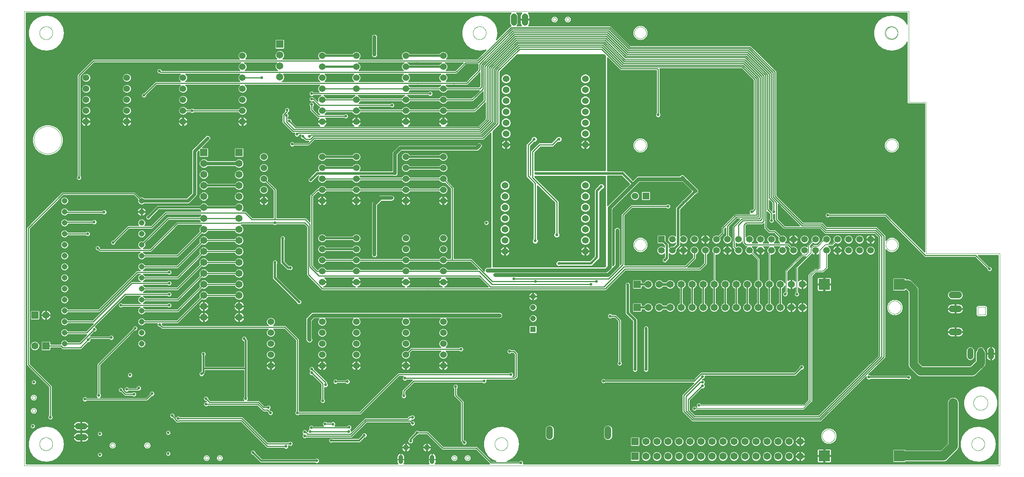
<source format=gbl>
G75*
%MOIN*%
%OFA0B0*%
%FSLAX25Y25*%
%IPPOS*%
%LPD*%
%AMOC8*
5,1,8,0,0,1.08239X$1,22.5*
%
%ADD10C,0.00000*%
%ADD11C,0.06000*%
%ADD12C,0.00100*%
%ADD13R,0.06500X0.06500*%
%ADD14C,0.06500*%
%ADD15R,0.06000X0.06000*%
%ADD16C,0.06000*%
%ADD17C,0.05200*%
%ADD18C,0.05150*%
%ADD19C,0.04000*%
%ADD20R,0.05150X0.05150*%
%ADD21R,0.09843X0.09843*%
%ADD22C,0.05600*%
%ADD23C,0.01000*%
%ADD24C,0.02578*%
%ADD25C,0.02000*%
%ADD26C,0.02400*%
%ADD27C,0.03500*%
%ADD28C,0.03200*%
%ADD29C,0.01200*%
%ADD30C,0.03000*%
%ADD31C,0.07500*%
%ADD32C,0.08500*%
%ADD33C,0.01600*%
%ADD34C,0.00600*%
%ADD35C,0.01500*%
D10*
X0010114Y0013500D02*
X0010114Y0426886D01*
X0813264Y0426886D01*
X0813264Y0344209D01*
X0829012Y0344209D01*
X0829012Y0206413D01*
X0895941Y0206413D01*
X0895941Y0013500D01*
X0010114Y0013500D01*
X0023893Y0033185D02*
X0023895Y0033338D01*
X0023901Y0033492D01*
X0023911Y0033645D01*
X0023925Y0033797D01*
X0023943Y0033950D01*
X0023965Y0034101D01*
X0023990Y0034252D01*
X0024020Y0034403D01*
X0024054Y0034553D01*
X0024091Y0034701D01*
X0024132Y0034849D01*
X0024177Y0034995D01*
X0024226Y0035141D01*
X0024279Y0035285D01*
X0024335Y0035427D01*
X0024395Y0035568D01*
X0024459Y0035708D01*
X0024526Y0035846D01*
X0024597Y0035982D01*
X0024672Y0036116D01*
X0024749Y0036248D01*
X0024831Y0036378D01*
X0024915Y0036506D01*
X0025003Y0036632D01*
X0025094Y0036755D01*
X0025188Y0036876D01*
X0025286Y0036994D01*
X0025386Y0037110D01*
X0025490Y0037223D01*
X0025596Y0037334D01*
X0025705Y0037442D01*
X0025817Y0037547D01*
X0025931Y0037648D01*
X0026049Y0037747D01*
X0026168Y0037843D01*
X0026290Y0037936D01*
X0026415Y0038025D01*
X0026542Y0038112D01*
X0026671Y0038194D01*
X0026802Y0038274D01*
X0026935Y0038350D01*
X0027070Y0038423D01*
X0027207Y0038492D01*
X0027346Y0038557D01*
X0027486Y0038619D01*
X0027628Y0038677D01*
X0027771Y0038732D01*
X0027916Y0038783D01*
X0028062Y0038830D01*
X0028209Y0038873D01*
X0028357Y0038912D01*
X0028506Y0038948D01*
X0028656Y0038979D01*
X0028807Y0039007D01*
X0028958Y0039031D01*
X0029111Y0039051D01*
X0029263Y0039067D01*
X0029416Y0039079D01*
X0029569Y0039087D01*
X0029722Y0039091D01*
X0029876Y0039091D01*
X0030029Y0039087D01*
X0030182Y0039079D01*
X0030335Y0039067D01*
X0030487Y0039051D01*
X0030640Y0039031D01*
X0030791Y0039007D01*
X0030942Y0038979D01*
X0031092Y0038948D01*
X0031241Y0038912D01*
X0031389Y0038873D01*
X0031536Y0038830D01*
X0031682Y0038783D01*
X0031827Y0038732D01*
X0031970Y0038677D01*
X0032112Y0038619D01*
X0032252Y0038557D01*
X0032391Y0038492D01*
X0032528Y0038423D01*
X0032663Y0038350D01*
X0032796Y0038274D01*
X0032927Y0038194D01*
X0033056Y0038112D01*
X0033183Y0038025D01*
X0033308Y0037936D01*
X0033430Y0037843D01*
X0033549Y0037747D01*
X0033667Y0037648D01*
X0033781Y0037547D01*
X0033893Y0037442D01*
X0034002Y0037334D01*
X0034108Y0037223D01*
X0034212Y0037110D01*
X0034312Y0036994D01*
X0034410Y0036876D01*
X0034504Y0036755D01*
X0034595Y0036632D01*
X0034683Y0036506D01*
X0034767Y0036378D01*
X0034849Y0036248D01*
X0034926Y0036116D01*
X0035001Y0035982D01*
X0035072Y0035846D01*
X0035139Y0035708D01*
X0035203Y0035568D01*
X0035263Y0035427D01*
X0035319Y0035285D01*
X0035372Y0035141D01*
X0035421Y0034995D01*
X0035466Y0034849D01*
X0035507Y0034701D01*
X0035544Y0034553D01*
X0035578Y0034403D01*
X0035608Y0034252D01*
X0035633Y0034101D01*
X0035655Y0033950D01*
X0035673Y0033797D01*
X0035687Y0033645D01*
X0035697Y0033492D01*
X0035703Y0033338D01*
X0035705Y0033185D01*
X0035703Y0033032D01*
X0035697Y0032878D01*
X0035687Y0032725D01*
X0035673Y0032573D01*
X0035655Y0032420D01*
X0035633Y0032269D01*
X0035608Y0032118D01*
X0035578Y0031967D01*
X0035544Y0031817D01*
X0035507Y0031669D01*
X0035466Y0031521D01*
X0035421Y0031375D01*
X0035372Y0031229D01*
X0035319Y0031085D01*
X0035263Y0030943D01*
X0035203Y0030802D01*
X0035139Y0030662D01*
X0035072Y0030524D01*
X0035001Y0030388D01*
X0034926Y0030254D01*
X0034849Y0030122D01*
X0034767Y0029992D01*
X0034683Y0029864D01*
X0034595Y0029738D01*
X0034504Y0029615D01*
X0034410Y0029494D01*
X0034312Y0029376D01*
X0034212Y0029260D01*
X0034108Y0029147D01*
X0034002Y0029036D01*
X0033893Y0028928D01*
X0033781Y0028823D01*
X0033667Y0028722D01*
X0033549Y0028623D01*
X0033430Y0028527D01*
X0033308Y0028434D01*
X0033183Y0028345D01*
X0033056Y0028258D01*
X0032927Y0028176D01*
X0032796Y0028096D01*
X0032663Y0028020D01*
X0032528Y0027947D01*
X0032391Y0027878D01*
X0032252Y0027813D01*
X0032112Y0027751D01*
X0031970Y0027693D01*
X0031827Y0027638D01*
X0031682Y0027587D01*
X0031536Y0027540D01*
X0031389Y0027497D01*
X0031241Y0027458D01*
X0031092Y0027422D01*
X0030942Y0027391D01*
X0030791Y0027363D01*
X0030640Y0027339D01*
X0030487Y0027319D01*
X0030335Y0027303D01*
X0030182Y0027291D01*
X0030029Y0027283D01*
X0029876Y0027279D01*
X0029722Y0027279D01*
X0029569Y0027283D01*
X0029416Y0027291D01*
X0029263Y0027303D01*
X0029111Y0027319D01*
X0028958Y0027339D01*
X0028807Y0027363D01*
X0028656Y0027391D01*
X0028506Y0027422D01*
X0028357Y0027458D01*
X0028209Y0027497D01*
X0028062Y0027540D01*
X0027916Y0027587D01*
X0027771Y0027638D01*
X0027628Y0027693D01*
X0027486Y0027751D01*
X0027346Y0027813D01*
X0027207Y0027878D01*
X0027070Y0027947D01*
X0026935Y0028020D01*
X0026802Y0028096D01*
X0026671Y0028176D01*
X0026542Y0028258D01*
X0026415Y0028345D01*
X0026290Y0028434D01*
X0026168Y0028527D01*
X0026049Y0028623D01*
X0025931Y0028722D01*
X0025817Y0028823D01*
X0025705Y0028928D01*
X0025596Y0029036D01*
X0025490Y0029147D01*
X0025386Y0029260D01*
X0025286Y0029376D01*
X0025188Y0029494D01*
X0025094Y0029615D01*
X0025003Y0029738D01*
X0024915Y0029864D01*
X0024831Y0029992D01*
X0024749Y0030122D01*
X0024672Y0030254D01*
X0024597Y0030388D01*
X0024526Y0030524D01*
X0024459Y0030662D01*
X0024395Y0030802D01*
X0024335Y0030943D01*
X0024279Y0031085D01*
X0024226Y0031229D01*
X0024177Y0031375D01*
X0024132Y0031521D01*
X0024091Y0031669D01*
X0024054Y0031817D01*
X0024020Y0031967D01*
X0023990Y0032118D01*
X0023965Y0032269D01*
X0023943Y0032420D01*
X0023925Y0032573D01*
X0023911Y0032725D01*
X0023901Y0032878D01*
X0023895Y0033032D01*
X0023893Y0033185D01*
X0016939Y0063500D02*
X0016941Y0063580D01*
X0016947Y0063659D01*
X0016957Y0063738D01*
X0016971Y0063817D01*
X0016988Y0063895D01*
X0017010Y0063972D01*
X0017035Y0064047D01*
X0017065Y0064121D01*
X0017097Y0064194D01*
X0017134Y0064265D01*
X0017174Y0064334D01*
X0017217Y0064401D01*
X0017264Y0064466D01*
X0017313Y0064528D01*
X0017366Y0064588D01*
X0017422Y0064645D01*
X0017480Y0064700D01*
X0017541Y0064751D01*
X0017605Y0064799D01*
X0017671Y0064844D01*
X0017739Y0064886D01*
X0017809Y0064924D01*
X0017881Y0064958D01*
X0017954Y0064989D01*
X0018029Y0065017D01*
X0018106Y0065040D01*
X0018183Y0065060D01*
X0018261Y0065076D01*
X0018340Y0065088D01*
X0018419Y0065096D01*
X0018499Y0065100D01*
X0018579Y0065100D01*
X0018659Y0065096D01*
X0018738Y0065088D01*
X0018817Y0065076D01*
X0018895Y0065060D01*
X0018972Y0065040D01*
X0019049Y0065017D01*
X0019124Y0064989D01*
X0019197Y0064958D01*
X0019269Y0064924D01*
X0019339Y0064886D01*
X0019407Y0064844D01*
X0019473Y0064799D01*
X0019537Y0064751D01*
X0019598Y0064700D01*
X0019656Y0064645D01*
X0019712Y0064588D01*
X0019765Y0064528D01*
X0019814Y0064466D01*
X0019861Y0064401D01*
X0019904Y0064334D01*
X0019944Y0064265D01*
X0019981Y0064194D01*
X0020013Y0064121D01*
X0020043Y0064047D01*
X0020068Y0063972D01*
X0020090Y0063895D01*
X0020107Y0063817D01*
X0020121Y0063738D01*
X0020131Y0063659D01*
X0020137Y0063580D01*
X0020139Y0063500D01*
X0020137Y0063420D01*
X0020131Y0063341D01*
X0020121Y0063262D01*
X0020107Y0063183D01*
X0020090Y0063105D01*
X0020068Y0063028D01*
X0020043Y0062953D01*
X0020013Y0062879D01*
X0019981Y0062806D01*
X0019944Y0062735D01*
X0019904Y0062666D01*
X0019861Y0062599D01*
X0019814Y0062534D01*
X0019765Y0062472D01*
X0019712Y0062412D01*
X0019656Y0062355D01*
X0019598Y0062300D01*
X0019537Y0062249D01*
X0019473Y0062201D01*
X0019407Y0062156D01*
X0019339Y0062114D01*
X0019269Y0062076D01*
X0019197Y0062042D01*
X0019124Y0062011D01*
X0019049Y0061983D01*
X0018972Y0061960D01*
X0018895Y0061940D01*
X0018817Y0061924D01*
X0018738Y0061912D01*
X0018659Y0061904D01*
X0018579Y0061900D01*
X0018499Y0061900D01*
X0018419Y0061904D01*
X0018340Y0061912D01*
X0018261Y0061924D01*
X0018183Y0061940D01*
X0018106Y0061960D01*
X0018029Y0061983D01*
X0017954Y0062011D01*
X0017881Y0062042D01*
X0017809Y0062076D01*
X0017739Y0062114D01*
X0017671Y0062156D01*
X0017605Y0062201D01*
X0017541Y0062249D01*
X0017480Y0062300D01*
X0017422Y0062355D01*
X0017366Y0062412D01*
X0017313Y0062472D01*
X0017264Y0062534D01*
X0017217Y0062599D01*
X0017174Y0062666D01*
X0017134Y0062735D01*
X0017097Y0062806D01*
X0017065Y0062879D01*
X0017035Y0062953D01*
X0017010Y0063028D01*
X0016988Y0063105D01*
X0016971Y0063183D01*
X0016957Y0063262D01*
X0016947Y0063341D01*
X0016941Y0063420D01*
X0016939Y0063500D01*
X0016939Y0075500D02*
X0016941Y0075580D01*
X0016947Y0075659D01*
X0016957Y0075738D01*
X0016971Y0075817D01*
X0016988Y0075895D01*
X0017010Y0075972D01*
X0017035Y0076047D01*
X0017065Y0076121D01*
X0017097Y0076194D01*
X0017134Y0076265D01*
X0017174Y0076334D01*
X0017217Y0076401D01*
X0017264Y0076466D01*
X0017313Y0076528D01*
X0017366Y0076588D01*
X0017422Y0076645D01*
X0017480Y0076700D01*
X0017541Y0076751D01*
X0017605Y0076799D01*
X0017671Y0076844D01*
X0017739Y0076886D01*
X0017809Y0076924D01*
X0017881Y0076958D01*
X0017954Y0076989D01*
X0018029Y0077017D01*
X0018106Y0077040D01*
X0018183Y0077060D01*
X0018261Y0077076D01*
X0018340Y0077088D01*
X0018419Y0077096D01*
X0018499Y0077100D01*
X0018579Y0077100D01*
X0018659Y0077096D01*
X0018738Y0077088D01*
X0018817Y0077076D01*
X0018895Y0077060D01*
X0018972Y0077040D01*
X0019049Y0077017D01*
X0019124Y0076989D01*
X0019197Y0076958D01*
X0019269Y0076924D01*
X0019339Y0076886D01*
X0019407Y0076844D01*
X0019473Y0076799D01*
X0019537Y0076751D01*
X0019598Y0076700D01*
X0019656Y0076645D01*
X0019712Y0076588D01*
X0019765Y0076528D01*
X0019814Y0076466D01*
X0019861Y0076401D01*
X0019904Y0076334D01*
X0019944Y0076265D01*
X0019981Y0076194D01*
X0020013Y0076121D01*
X0020043Y0076047D01*
X0020068Y0075972D01*
X0020090Y0075895D01*
X0020107Y0075817D01*
X0020121Y0075738D01*
X0020131Y0075659D01*
X0020137Y0075580D01*
X0020139Y0075500D01*
X0020137Y0075420D01*
X0020131Y0075341D01*
X0020121Y0075262D01*
X0020107Y0075183D01*
X0020090Y0075105D01*
X0020068Y0075028D01*
X0020043Y0074953D01*
X0020013Y0074879D01*
X0019981Y0074806D01*
X0019944Y0074735D01*
X0019904Y0074666D01*
X0019861Y0074599D01*
X0019814Y0074534D01*
X0019765Y0074472D01*
X0019712Y0074412D01*
X0019656Y0074355D01*
X0019598Y0074300D01*
X0019537Y0074249D01*
X0019473Y0074201D01*
X0019407Y0074156D01*
X0019339Y0074114D01*
X0019269Y0074076D01*
X0019197Y0074042D01*
X0019124Y0074011D01*
X0019049Y0073983D01*
X0018972Y0073960D01*
X0018895Y0073940D01*
X0018817Y0073924D01*
X0018738Y0073912D01*
X0018659Y0073904D01*
X0018579Y0073900D01*
X0018499Y0073900D01*
X0018419Y0073904D01*
X0018340Y0073912D01*
X0018261Y0073924D01*
X0018183Y0073940D01*
X0018106Y0073960D01*
X0018029Y0073983D01*
X0017954Y0074011D01*
X0017881Y0074042D01*
X0017809Y0074076D01*
X0017739Y0074114D01*
X0017671Y0074156D01*
X0017605Y0074201D01*
X0017541Y0074249D01*
X0017480Y0074300D01*
X0017422Y0074355D01*
X0017366Y0074412D01*
X0017313Y0074472D01*
X0017264Y0074534D01*
X0017217Y0074599D01*
X0017174Y0074666D01*
X0017134Y0074735D01*
X0017097Y0074806D01*
X0017065Y0074879D01*
X0017035Y0074953D01*
X0017010Y0075028D01*
X0016988Y0075105D01*
X0016971Y0075183D01*
X0016957Y0075262D01*
X0016947Y0075341D01*
X0016941Y0075420D01*
X0016939Y0075500D01*
X0088374Y0031972D02*
X0088376Y0032056D01*
X0088382Y0032139D01*
X0088392Y0032222D01*
X0088406Y0032305D01*
X0088423Y0032387D01*
X0088445Y0032468D01*
X0088470Y0032547D01*
X0088499Y0032626D01*
X0088532Y0032703D01*
X0088568Y0032778D01*
X0088608Y0032852D01*
X0088651Y0032924D01*
X0088698Y0032993D01*
X0088748Y0033060D01*
X0088801Y0033125D01*
X0088857Y0033187D01*
X0088915Y0033247D01*
X0088977Y0033304D01*
X0089041Y0033357D01*
X0089108Y0033408D01*
X0089177Y0033455D01*
X0089248Y0033500D01*
X0089321Y0033540D01*
X0089396Y0033577D01*
X0089473Y0033611D01*
X0089551Y0033641D01*
X0089630Y0033667D01*
X0089711Y0033690D01*
X0089793Y0033708D01*
X0089875Y0033723D01*
X0089958Y0033734D01*
X0090041Y0033741D01*
X0090125Y0033744D01*
X0090209Y0033743D01*
X0090292Y0033738D01*
X0090376Y0033729D01*
X0090458Y0033716D01*
X0090540Y0033700D01*
X0090621Y0033679D01*
X0090702Y0033655D01*
X0090780Y0033627D01*
X0090858Y0033595D01*
X0090934Y0033559D01*
X0091008Y0033520D01*
X0091080Y0033478D01*
X0091150Y0033432D01*
X0091218Y0033383D01*
X0091283Y0033331D01*
X0091346Y0033276D01*
X0091406Y0033218D01*
X0091464Y0033157D01*
X0091518Y0033093D01*
X0091570Y0033027D01*
X0091618Y0032959D01*
X0091663Y0032888D01*
X0091704Y0032815D01*
X0091743Y0032741D01*
X0091777Y0032665D01*
X0091808Y0032587D01*
X0091835Y0032508D01*
X0091859Y0032427D01*
X0091878Y0032346D01*
X0091894Y0032264D01*
X0091906Y0032181D01*
X0091914Y0032097D01*
X0091918Y0032014D01*
X0091918Y0031930D01*
X0091914Y0031847D01*
X0091906Y0031763D01*
X0091894Y0031680D01*
X0091878Y0031598D01*
X0091859Y0031517D01*
X0091835Y0031436D01*
X0091808Y0031357D01*
X0091777Y0031279D01*
X0091743Y0031203D01*
X0091704Y0031129D01*
X0091663Y0031056D01*
X0091618Y0030985D01*
X0091570Y0030917D01*
X0091518Y0030851D01*
X0091464Y0030787D01*
X0091406Y0030726D01*
X0091346Y0030668D01*
X0091283Y0030613D01*
X0091218Y0030561D01*
X0091150Y0030512D01*
X0091080Y0030466D01*
X0091008Y0030424D01*
X0090934Y0030385D01*
X0090858Y0030349D01*
X0090780Y0030317D01*
X0090702Y0030289D01*
X0090621Y0030265D01*
X0090540Y0030244D01*
X0090458Y0030228D01*
X0090376Y0030215D01*
X0090292Y0030206D01*
X0090209Y0030201D01*
X0090125Y0030200D01*
X0090041Y0030203D01*
X0089958Y0030210D01*
X0089875Y0030221D01*
X0089793Y0030236D01*
X0089711Y0030254D01*
X0089630Y0030277D01*
X0089551Y0030303D01*
X0089473Y0030333D01*
X0089396Y0030367D01*
X0089321Y0030404D01*
X0089248Y0030444D01*
X0089177Y0030489D01*
X0089108Y0030536D01*
X0089041Y0030587D01*
X0088977Y0030640D01*
X0088915Y0030697D01*
X0088857Y0030757D01*
X0088801Y0030819D01*
X0088748Y0030884D01*
X0088698Y0030951D01*
X0088651Y0031020D01*
X0088608Y0031092D01*
X0088568Y0031166D01*
X0088532Y0031241D01*
X0088499Y0031318D01*
X0088470Y0031397D01*
X0088445Y0031476D01*
X0088423Y0031557D01*
X0088406Y0031639D01*
X0088392Y0031722D01*
X0088382Y0031805D01*
X0088376Y0031888D01*
X0088374Y0031972D01*
X0119870Y0031972D02*
X0119872Y0032056D01*
X0119878Y0032139D01*
X0119888Y0032222D01*
X0119902Y0032305D01*
X0119919Y0032387D01*
X0119941Y0032468D01*
X0119966Y0032547D01*
X0119995Y0032626D01*
X0120028Y0032703D01*
X0120064Y0032778D01*
X0120104Y0032852D01*
X0120147Y0032924D01*
X0120194Y0032993D01*
X0120244Y0033060D01*
X0120297Y0033125D01*
X0120353Y0033187D01*
X0120411Y0033247D01*
X0120473Y0033304D01*
X0120537Y0033357D01*
X0120604Y0033408D01*
X0120673Y0033455D01*
X0120744Y0033500D01*
X0120817Y0033540D01*
X0120892Y0033577D01*
X0120969Y0033611D01*
X0121047Y0033641D01*
X0121126Y0033667D01*
X0121207Y0033690D01*
X0121289Y0033708D01*
X0121371Y0033723D01*
X0121454Y0033734D01*
X0121537Y0033741D01*
X0121621Y0033744D01*
X0121705Y0033743D01*
X0121788Y0033738D01*
X0121872Y0033729D01*
X0121954Y0033716D01*
X0122036Y0033700D01*
X0122117Y0033679D01*
X0122198Y0033655D01*
X0122276Y0033627D01*
X0122354Y0033595D01*
X0122430Y0033559D01*
X0122504Y0033520D01*
X0122576Y0033478D01*
X0122646Y0033432D01*
X0122714Y0033383D01*
X0122779Y0033331D01*
X0122842Y0033276D01*
X0122902Y0033218D01*
X0122960Y0033157D01*
X0123014Y0033093D01*
X0123066Y0033027D01*
X0123114Y0032959D01*
X0123159Y0032888D01*
X0123200Y0032815D01*
X0123239Y0032741D01*
X0123273Y0032665D01*
X0123304Y0032587D01*
X0123331Y0032508D01*
X0123355Y0032427D01*
X0123374Y0032346D01*
X0123390Y0032264D01*
X0123402Y0032181D01*
X0123410Y0032097D01*
X0123414Y0032014D01*
X0123414Y0031930D01*
X0123410Y0031847D01*
X0123402Y0031763D01*
X0123390Y0031680D01*
X0123374Y0031598D01*
X0123355Y0031517D01*
X0123331Y0031436D01*
X0123304Y0031357D01*
X0123273Y0031279D01*
X0123239Y0031203D01*
X0123200Y0031129D01*
X0123159Y0031056D01*
X0123114Y0030985D01*
X0123066Y0030917D01*
X0123014Y0030851D01*
X0122960Y0030787D01*
X0122902Y0030726D01*
X0122842Y0030668D01*
X0122779Y0030613D01*
X0122714Y0030561D01*
X0122646Y0030512D01*
X0122576Y0030466D01*
X0122504Y0030424D01*
X0122430Y0030385D01*
X0122354Y0030349D01*
X0122276Y0030317D01*
X0122198Y0030289D01*
X0122117Y0030265D01*
X0122036Y0030244D01*
X0121954Y0030228D01*
X0121872Y0030215D01*
X0121788Y0030206D01*
X0121705Y0030201D01*
X0121621Y0030200D01*
X0121537Y0030203D01*
X0121454Y0030210D01*
X0121371Y0030221D01*
X0121289Y0030236D01*
X0121207Y0030254D01*
X0121126Y0030277D01*
X0121047Y0030303D01*
X0120969Y0030333D01*
X0120892Y0030367D01*
X0120817Y0030404D01*
X0120744Y0030444D01*
X0120673Y0030489D01*
X0120604Y0030536D01*
X0120537Y0030587D01*
X0120473Y0030640D01*
X0120411Y0030697D01*
X0120353Y0030757D01*
X0120297Y0030819D01*
X0120244Y0030884D01*
X0120194Y0030951D01*
X0120147Y0031020D01*
X0120104Y0031092D01*
X0120064Y0031166D01*
X0120028Y0031241D01*
X0119995Y0031318D01*
X0119966Y0031397D01*
X0119941Y0031476D01*
X0119919Y0031557D01*
X0119902Y0031639D01*
X0119888Y0031722D01*
X0119878Y0031805D01*
X0119872Y0031888D01*
X0119870Y0031972D01*
X0173839Y0020500D02*
X0173841Y0020580D01*
X0173847Y0020659D01*
X0173857Y0020738D01*
X0173871Y0020817D01*
X0173888Y0020895D01*
X0173910Y0020972D01*
X0173935Y0021047D01*
X0173965Y0021121D01*
X0173997Y0021194D01*
X0174034Y0021265D01*
X0174074Y0021334D01*
X0174117Y0021401D01*
X0174164Y0021466D01*
X0174213Y0021528D01*
X0174266Y0021588D01*
X0174322Y0021645D01*
X0174380Y0021700D01*
X0174441Y0021751D01*
X0174505Y0021799D01*
X0174571Y0021844D01*
X0174639Y0021886D01*
X0174709Y0021924D01*
X0174781Y0021958D01*
X0174854Y0021989D01*
X0174929Y0022017D01*
X0175006Y0022040D01*
X0175083Y0022060D01*
X0175161Y0022076D01*
X0175240Y0022088D01*
X0175319Y0022096D01*
X0175399Y0022100D01*
X0175479Y0022100D01*
X0175559Y0022096D01*
X0175638Y0022088D01*
X0175717Y0022076D01*
X0175795Y0022060D01*
X0175872Y0022040D01*
X0175949Y0022017D01*
X0176024Y0021989D01*
X0176097Y0021958D01*
X0176169Y0021924D01*
X0176239Y0021886D01*
X0176307Y0021844D01*
X0176373Y0021799D01*
X0176437Y0021751D01*
X0176498Y0021700D01*
X0176556Y0021645D01*
X0176612Y0021588D01*
X0176665Y0021528D01*
X0176714Y0021466D01*
X0176761Y0021401D01*
X0176804Y0021334D01*
X0176844Y0021265D01*
X0176881Y0021194D01*
X0176913Y0021121D01*
X0176943Y0021047D01*
X0176968Y0020972D01*
X0176990Y0020895D01*
X0177007Y0020817D01*
X0177021Y0020738D01*
X0177031Y0020659D01*
X0177037Y0020580D01*
X0177039Y0020500D01*
X0177037Y0020420D01*
X0177031Y0020341D01*
X0177021Y0020262D01*
X0177007Y0020183D01*
X0176990Y0020105D01*
X0176968Y0020028D01*
X0176943Y0019953D01*
X0176913Y0019879D01*
X0176881Y0019806D01*
X0176844Y0019735D01*
X0176804Y0019666D01*
X0176761Y0019599D01*
X0176714Y0019534D01*
X0176665Y0019472D01*
X0176612Y0019412D01*
X0176556Y0019355D01*
X0176498Y0019300D01*
X0176437Y0019249D01*
X0176373Y0019201D01*
X0176307Y0019156D01*
X0176239Y0019114D01*
X0176169Y0019076D01*
X0176097Y0019042D01*
X0176024Y0019011D01*
X0175949Y0018983D01*
X0175872Y0018960D01*
X0175795Y0018940D01*
X0175717Y0018924D01*
X0175638Y0018912D01*
X0175559Y0018904D01*
X0175479Y0018900D01*
X0175399Y0018900D01*
X0175319Y0018904D01*
X0175240Y0018912D01*
X0175161Y0018924D01*
X0175083Y0018940D01*
X0175006Y0018960D01*
X0174929Y0018983D01*
X0174854Y0019011D01*
X0174781Y0019042D01*
X0174709Y0019076D01*
X0174639Y0019114D01*
X0174571Y0019156D01*
X0174505Y0019201D01*
X0174441Y0019249D01*
X0174380Y0019300D01*
X0174322Y0019355D01*
X0174266Y0019412D01*
X0174213Y0019472D01*
X0174164Y0019534D01*
X0174117Y0019599D01*
X0174074Y0019666D01*
X0174034Y0019735D01*
X0173997Y0019806D01*
X0173965Y0019879D01*
X0173935Y0019953D01*
X0173910Y0020028D01*
X0173888Y0020105D01*
X0173871Y0020183D01*
X0173857Y0020262D01*
X0173847Y0020341D01*
X0173841Y0020420D01*
X0173839Y0020500D01*
X0185839Y0020500D02*
X0185841Y0020580D01*
X0185847Y0020659D01*
X0185857Y0020738D01*
X0185871Y0020817D01*
X0185888Y0020895D01*
X0185910Y0020972D01*
X0185935Y0021047D01*
X0185965Y0021121D01*
X0185997Y0021194D01*
X0186034Y0021265D01*
X0186074Y0021334D01*
X0186117Y0021401D01*
X0186164Y0021466D01*
X0186213Y0021528D01*
X0186266Y0021588D01*
X0186322Y0021645D01*
X0186380Y0021700D01*
X0186441Y0021751D01*
X0186505Y0021799D01*
X0186571Y0021844D01*
X0186639Y0021886D01*
X0186709Y0021924D01*
X0186781Y0021958D01*
X0186854Y0021989D01*
X0186929Y0022017D01*
X0187006Y0022040D01*
X0187083Y0022060D01*
X0187161Y0022076D01*
X0187240Y0022088D01*
X0187319Y0022096D01*
X0187399Y0022100D01*
X0187479Y0022100D01*
X0187559Y0022096D01*
X0187638Y0022088D01*
X0187717Y0022076D01*
X0187795Y0022060D01*
X0187872Y0022040D01*
X0187949Y0022017D01*
X0188024Y0021989D01*
X0188097Y0021958D01*
X0188169Y0021924D01*
X0188239Y0021886D01*
X0188307Y0021844D01*
X0188373Y0021799D01*
X0188437Y0021751D01*
X0188498Y0021700D01*
X0188556Y0021645D01*
X0188612Y0021588D01*
X0188665Y0021528D01*
X0188714Y0021466D01*
X0188761Y0021401D01*
X0188804Y0021334D01*
X0188844Y0021265D01*
X0188881Y0021194D01*
X0188913Y0021121D01*
X0188943Y0021047D01*
X0188968Y0020972D01*
X0188990Y0020895D01*
X0189007Y0020817D01*
X0189021Y0020738D01*
X0189031Y0020659D01*
X0189037Y0020580D01*
X0189039Y0020500D01*
X0189037Y0020420D01*
X0189031Y0020341D01*
X0189021Y0020262D01*
X0189007Y0020183D01*
X0188990Y0020105D01*
X0188968Y0020028D01*
X0188943Y0019953D01*
X0188913Y0019879D01*
X0188881Y0019806D01*
X0188844Y0019735D01*
X0188804Y0019666D01*
X0188761Y0019599D01*
X0188714Y0019534D01*
X0188665Y0019472D01*
X0188612Y0019412D01*
X0188556Y0019355D01*
X0188498Y0019300D01*
X0188437Y0019249D01*
X0188373Y0019201D01*
X0188307Y0019156D01*
X0188239Y0019114D01*
X0188169Y0019076D01*
X0188097Y0019042D01*
X0188024Y0019011D01*
X0187949Y0018983D01*
X0187872Y0018960D01*
X0187795Y0018940D01*
X0187717Y0018924D01*
X0187638Y0018912D01*
X0187559Y0018904D01*
X0187479Y0018900D01*
X0187399Y0018900D01*
X0187319Y0018904D01*
X0187240Y0018912D01*
X0187161Y0018924D01*
X0187083Y0018940D01*
X0187006Y0018960D01*
X0186929Y0018983D01*
X0186854Y0019011D01*
X0186781Y0019042D01*
X0186709Y0019076D01*
X0186639Y0019114D01*
X0186571Y0019156D01*
X0186505Y0019201D01*
X0186441Y0019249D01*
X0186380Y0019300D01*
X0186322Y0019355D01*
X0186266Y0019412D01*
X0186213Y0019472D01*
X0186164Y0019534D01*
X0186117Y0019599D01*
X0186074Y0019666D01*
X0186034Y0019735D01*
X0185997Y0019806D01*
X0185965Y0019879D01*
X0185935Y0019953D01*
X0185910Y0020028D01*
X0185888Y0020105D01*
X0185871Y0020183D01*
X0185857Y0020262D01*
X0185847Y0020341D01*
X0185841Y0020420D01*
X0185839Y0020500D01*
X0398939Y0020500D02*
X0398941Y0020580D01*
X0398947Y0020659D01*
X0398957Y0020738D01*
X0398971Y0020817D01*
X0398988Y0020895D01*
X0399010Y0020972D01*
X0399035Y0021047D01*
X0399065Y0021121D01*
X0399097Y0021194D01*
X0399134Y0021265D01*
X0399174Y0021334D01*
X0399217Y0021401D01*
X0399264Y0021466D01*
X0399313Y0021528D01*
X0399366Y0021588D01*
X0399422Y0021645D01*
X0399480Y0021700D01*
X0399541Y0021751D01*
X0399605Y0021799D01*
X0399671Y0021844D01*
X0399739Y0021886D01*
X0399809Y0021924D01*
X0399881Y0021958D01*
X0399954Y0021989D01*
X0400029Y0022017D01*
X0400106Y0022040D01*
X0400183Y0022060D01*
X0400261Y0022076D01*
X0400340Y0022088D01*
X0400419Y0022096D01*
X0400499Y0022100D01*
X0400579Y0022100D01*
X0400659Y0022096D01*
X0400738Y0022088D01*
X0400817Y0022076D01*
X0400895Y0022060D01*
X0400972Y0022040D01*
X0401049Y0022017D01*
X0401124Y0021989D01*
X0401197Y0021958D01*
X0401269Y0021924D01*
X0401339Y0021886D01*
X0401407Y0021844D01*
X0401473Y0021799D01*
X0401537Y0021751D01*
X0401598Y0021700D01*
X0401656Y0021645D01*
X0401712Y0021588D01*
X0401765Y0021528D01*
X0401814Y0021466D01*
X0401861Y0021401D01*
X0401904Y0021334D01*
X0401944Y0021265D01*
X0401981Y0021194D01*
X0402013Y0021121D01*
X0402043Y0021047D01*
X0402068Y0020972D01*
X0402090Y0020895D01*
X0402107Y0020817D01*
X0402121Y0020738D01*
X0402131Y0020659D01*
X0402137Y0020580D01*
X0402139Y0020500D01*
X0402137Y0020420D01*
X0402131Y0020341D01*
X0402121Y0020262D01*
X0402107Y0020183D01*
X0402090Y0020105D01*
X0402068Y0020028D01*
X0402043Y0019953D01*
X0402013Y0019879D01*
X0401981Y0019806D01*
X0401944Y0019735D01*
X0401904Y0019666D01*
X0401861Y0019599D01*
X0401814Y0019534D01*
X0401765Y0019472D01*
X0401712Y0019412D01*
X0401656Y0019355D01*
X0401598Y0019300D01*
X0401537Y0019249D01*
X0401473Y0019201D01*
X0401407Y0019156D01*
X0401339Y0019114D01*
X0401269Y0019076D01*
X0401197Y0019042D01*
X0401124Y0019011D01*
X0401049Y0018983D01*
X0400972Y0018960D01*
X0400895Y0018940D01*
X0400817Y0018924D01*
X0400738Y0018912D01*
X0400659Y0018904D01*
X0400579Y0018900D01*
X0400499Y0018900D01*
X0400419Y0018904D01*
X0400340Y0018912D01*
X0400261Y0018924D01*
X0400183Y0018940D01*
X0400106Y0018960D01*
X0400029Y0018983D01*
X0399954Y0019011D01*
X0399881Y0019042D01*
X0399809Y0019076D01*
X0399739Y0019114D01*
X0399671Y0019156D01*
X0399605Y0019201D01*
X0399541Y0019249D01*
X0399480Y0019300D01*
X0399422Y0019355D01*
X0399366Y0019412D01*
X0399313Y0019472D01*
X0399264Y0019534D01*
X0399217Y0019599D01*
X0399174Y0019666D01*
X0399134Y0019735D01*
X0399097Y0019806D01*
X0399065Y0019879D01*
X0399035Y0019953D01*
X0399010Y0020028D01*
X0398988Y0020105D01*
X0398971Y0020183D01*
X0398957Y0020262D01*
X0398947Y0020341D01*
X0398941Y0020420D01*
X0398939Y0020500D01*
X0410939Y0020500D02*
X0410941Y0020580D01*
X0410947Y0020659D01*
X0410957Y0020738D01*
X0410971Y0020817D01*
X0410988Y0020895D01*
X0411010Y0020972D01*
X0411035Y0021047D01*
X0411065Y0021121D01*
X0411097Y0021194D01*
X0411134Y0021265D01*
X0411174Y0021334D01*
X0411217Y0021401D01*
X0411264Y0021466D01*
X0411313Y0021528D01*
X0411366Y0021588D01*
X0411422Y0021645D01*
X0411480Y0021700D01*
X0411541Y0021751D01*
X0411605Y0021799D01*
X0411671Y0021844D01*
X0411739Y0021886D01*
X0411809Y0021924D01*
X0411881Y0021958D01*
X0411954Y0021989D01*
X0412029Y0022017D01*
X0412106Y0022040D01*
X0412183Y0022060D01*
X0412261Y0022076D01*
X0412340Y0022088D01*
X0412419Y0022096D01*
X0412499Y0022100D01*
X0412579Y0022100D01*
X0412659Y0022096D01*
X0412738Y0022088D01*
X0412817Y0022076D01*
X0412895Y0022060D01*
X0412972Y0022040D01*
X0413049Y0022017D01*
X0413124Y0021989D01*
X0413197Y0021958D01*
X0413269Y0021924D01*
X0413339Y0021886D01*
X0413407Y0021844D01*
X0413473Y0021799D01*
X0413537Y0021751D01*
X0413598Y0021700D01*
X0413656Y0021645D01*
X0413712Y0021588D01*
X0413765Y0021528D01*
X0413814Y0021466D01*
X0413861Y0021401D01*
X0413904Y0021334D01*
X0413944Y0021265D01*
X0413981Y0021194D01*
X0414013Y0021121D01*
X0414043Y0021047D01*
X0414068Y0020972D01*
X0414090Y0020895D01*
X0414107Y0020817D01*
X0414121Y0020738D01*
X0414131Y0020659D01*
X0414137Y0020580D01*
X0414139Y0020500D01*
X0414137Y0020420D01*
X0414131Y0020341D01*
X0414121Y0020262D01*
X0414107Y0020183D01*
X0414090Y0020105D01*
X0414068Y0020028D01*
X0414043Y0019953D01*
X0414013Y0019879D01*
X0413981Y0019806D01*
X0413944Y0019735D01*
X0413904Y0019666D01*
X0413861Y0019599D01*
X0413814Y0019534D01*
X0413765Y0019472D01*
X0413712Y0019412D01*
X0413656Y0019355D01*
X0413598Y0019300D01*
X0413537Y0019249D01*
X0413473Y0019201D01*
X0413407Y0019156D01*
X0413339Y0019114D01*
X0413269Y0019076D01*
X0413197Y0019042D01*
X0413124Y0019011D01*
X0413049Y0018983D01*
X0412972Y0018960D01*
X0412895Y0018940D01*
X0412817Y0018924D01*
X0412738Y0018912D01*
X0412659Y0018904D01*
X0412579Y0018900D01*
X0412499Y0018900D01*
X0412419Y0018904D01*
X0412340Y0018912D01*
X0412261Y0018924D01*
X0412183Y0018940D01*
X0412106Y0018960D01*
X0412029Y0018983D01*
X0411954Y0019011D01*
X0411881Y0019042D01*
X0411809Y0019076D01*
X0411739Y0019114D01*
X0411671Y0019156D01*
X0411605Y0019201D01*
X0411541Y0019249D01*
X0411480Y0019300D01*
X0411422Y0019355D01*
X0411366Y0019412D01*
X0411313Y0019472D01*
X0411264Y0019534D01*
X0411217Y0019599D01*
X0411174Y0019666D01*
X0411134Y0019735D01*
X0411097Y0019806D01*
X0411065Y0019879D01*
X0411035Y0019953D01*
X0411010Y0020028D01*
X0410988Y0020105D01*
X0410971Y0020183D01*
X0410957Y0020262D01*
X0410947Y0020341D01*
X0410941Y0020420D01*
X0410939Y0020500D01*
X0437279Y0033185D02*
X0437281Y0033338D01*
X0437287Y0033492D01*
X0437297Y0033645D01*
X0437311Y0033797D01*
X0437329Y0033950D01*
X0437351Y0034101D01*
X0437376Y0034252D01*
X0437406Y0034403D01*
X0437440Y0034553D01*
X0437477Y0034701D01*
X0437518Y0034849D01*
X0437563Y0034995D01*
X0437612Y0035141D01*
X0437665Y0035285D01*
X0437721Y0035427D01*
X0437781Y0035568D01*
X0437845Y0035708D01*
X0437912Y0035846D01*
X0437983Y0035982D01*
X0438058Y0036116D01*
X0438135Y0036248D01*
X0438217Y0036378D01*
X0438301Y0036506D01*
X0438389Y0036632D01*
X0438480Y0036755D01*
X0438574Y0036876D01*
X0438672Y0036994D01*
X0438772Y0037110D01*
X0438876Y0037223D01*
X0438982Y0037334D01*
X0439091Y0037442D01*
X0439203Y0037547D01*
X0439317Y0037648D01*
X0439435Y0037747D01*
X0439554Y0037843D01*
X0439676Y0037936D01*
X0439801Y0038025D01*
X0439928Y0038112D01*
X0440057Y0038194D01*
X0440188Y0038274D01*
X0440321Y0038350D01*
X0440456Y0038423D01*
X0440593Y0038492D01*
X0440732Y0038557D01*
X0440872Y0038619D01*
X0441014Y0038677D01*
X0441157Y0038732D01*
X0441302Y0038783D01*
X0441448Y0038830D01*
X0441595Y0038873D01*
X0441743Y0038912D01*
X0441892Y0038948D01*
X0442042Y0038979D01*
X0442193Y0039007D01*
X0442344Y0039031D01*
X0442497Y0039051D01*
X0442649Y0039067D01*
X0442802Y0039079D01*
X0442955Y0039087D01*
X0443108Y0039091D01*
X0443262Y0039091D01*
X0443415Y0039087D01*
X0443568Y0039079D01*
X0443721Y0039067D01*
X0443873Y0039051D01*
X0444026Y0039031D01*
X0444177Y0039007D01*
X0444328Y0038979D01*
X0444478Y0038948D01*
X0444627Y0038912D01*
X0444775Y0038873D01*
X0444922Y0038830D01*
X0445068Y0038783D01*
X0445213Y0038732D01*
X0445356Y0038677D01*
X0445498Y0038619D01*
X0445638Y0038557D01*
X0445777Y0038492D01*
X0445914Y0038423D01*
X0446049Y0038350D01*
X0446182Y0038274D01*
X0446313Y0038194D01*
X0446442Y0038112D01*
X0446569Y0038025D01*
X0446694Y0037936D01*
X0446816Y0037843D01*
X0446935Y0037747D01*
X0447053Y0037648D01*
X0447167Y0037547D01*
X0447279Y0037442D01*
X0447388Y0037334D01*
X0447494Y0037223D01*
X0447598Y0037110D01*
X0447698Y0036994D01*
X0447796Y0036876D01*
X0447890Y0036755D01*
X0447981Y0036632D01*
X0448069Y0036506D01*
X0448153Y0036378D01*
X0448235Y0036248D01*
X0448312Y0036116D01*
X0448387Y0035982D01*
X0448458Y0035846D01*
X0448525Y0035708D01*
X0448589Y0035568D01*
X0448649Y0035427D01*
X0448705Y0035285D01*
X0448758Y0035141D01*
X0448807Y0034995D01*
X0448852Y0034849D01*
X0448893Y0034701D01*
X0448930Y0034553D01*
X0448964Y0034403D01*
X0448994Y0034252D01*
X0449019Y0034101D01*
X0449041Y0033950D01*
X0449059Y0033797D01*
X0449073Y0033645D01*
X0449083Y0033492D01*
X0449089Y0033338D01*
X0449091Y0033185D01*
X0449089Y0033032D01*
X0449083Y0032878D01*
X0449073Y0032725D01*
X0449059Y0032573D01*
X0449041Y0032420D01*
X0449019Y0032269D01*
X0448994Y0032118D01*
X0448964Y0031967D01*
X0448930Y0031817D01*
X0448893Y0031669D01*
X0448852Y0031521D01*
X0448807Y0031375D01*
X0448758Y0031229D01*
X0448705Y0031085D01*
X0448649Y0030943D01*
X0448589Y0030802D01*
X0448525Y0030662D01*
X0448458Y0030524D01*
X0448387Y0030388D01*
X0448312Y0030254D01*
X0448235Y0030122D01*
X0448153Y0029992D01*
X0448069Y0029864D01*
X0447981Y0029738D01*
X0447890Y0029615D01*
X0447796Y0029494D01*
X0447698Y0029376D01*
X0447598Y0029260D01*
X0447494Y0029147D01*
X0447388Y0029036D01*
X0447279Y0028928D01*
X0447167Y0028823D01*
X0447053Y0028722D01*
X0446935Y0028623D01*
X0446816Y0028527D01*
X0446694Y0028434D01*
X0446569Y0028345D01*
X0446442Y0028258D01*
X0446313Y0028176D01*
X0446182Y0028096D01*
X0446049Y0028020D01*
X0445914Y0027947D01*
X0445777Y0027878D01*
X0445638Y0027813D01*
X0445498Y0027751D01*
X0445356Y0027693D01*
X0445213Y0027638D01*
X0445068Y0027587D01*
X0444922Y0027540D01*
X0444775Y0027497D01*
X0444627Y0027458D01*
X0444478Y0027422D01*
X0444328Y0027391D01*
X0444177Y0027363D01*
X0444026Y0027339D01*
X0443873Y0027319D01*
X0443721Y0027303D01*
X0443568Y0027291D01*
X0443415Y0027283D01*
X0443262Y0027279D01*
X0443108Y0027279D01*
X0442955Y0027283D01*
X0442802Y0027291D01*
X0442649Y0027303D01*
X0442497Y0027319D01*
X0442344Y0027339D01*
X0442193Y0027363D01*
X0442042Y0027391D01*
X0441892Y0027422D01*
X0441743Y0027458D01*
X0441595Y0027497D01*
X0441448Y0027540D01*
X0441302Y0027587D01*
X0441157Y0027638D01*
X0441014Y0027693D01*
X0440872Y0027751D01*
X0440732Y0027813D01*
X0440593Y0027878D01*
X0440456Y0027947D01*
X0440321Y0028020D01*
X0440188Y0028096D01*
X0440057Y0028176D01*
X0439928Y0028258D01*
X0439801Y0028345D01*
X0439676Y0028434D01*
X0439554Y0028527D01*
X0439435Y0028623D01*
X0439317Y0028722D01*
X0439203Y0028823D01*
X0439091Y0028928D01*
X0438982Y0029036D01*
X0438876Y0029147D01*
X0438772Y0029260D01*
X0438672Y0029376D01*
X0438574Y0029494D01*
X0438480Y0029615D01*
X0438389Y0029738D01*
X0438301Y0029864D01*
X0438217Y0029992D01*
X0438135Y0030122D01*
X0438058Y0030254D01*
X0437983Y0030388D01*
X0437912Y0030524D01*
X0437845Y0030662D01*
X0437781Y0030802D01*
X0437721Y0030943D01*
X0437665Y0031085D01*
X0437612Y0031229D01*
X0437563Y0031375D01*
X0437518Y0031521D01*
X0437477Y0031669D01*
X0437440Y0031817D01*
X0437406Y0031967D01*
X0437376Y0032118D01*
X0437351Y0032269D01*
X0437329Y0032420D01*
X0437311Y0032573D01*
X0437297Y0032725D01*
X0437287Y0032878D01*
X0437281Y0033032D01*
X0437279Y0033185D01*
X0734633Y0040500D02*
X0734635Y0040653D01*
X0734641Y0040807D01*
X0734651Y0040960D01*
X0734665Y0041112D01*
X0734683Y0041265D01*
X0734705Y0041416D01*
X0734730Y0041567D01*
X0734760Y0041718D01*
X0734794Y0041868D01*
X0734831Y0042016D01*
X0734872Y0042164D01*
X0734917Y0042310D01*
X0734966Y0042456D01*
X0735019Y0042600D01*
X0735075Y0042742D01*
X0735135Y0042883D01*
X0735199Y0043023D01*
X0735266Y0043161D01*
X0735337Y0043297D01*
X0735412Y0043431D01*
X0735489Y0043563D01*
X0735571Y0043693D01*
X0735655Y0043821D01*
X0735743Y0043947D01*
X0735834Y0044070D01*
X0735928Y0044191D01*
X0736026Y0044309D01*
X0736126Y0044425D01*
X0736230Y0044538D01*
X0736336Y0044649D01*
X0736445Y0044757D01*
X0736557Y0044862D01*
X0736671Y0044963D01*
X0736789Y0045062D01*
X0736908Y0045158D01*
X0737030Y0045251D01*
X0737155Y0045340D01*
X0737282Y0045427D01*
X0737411Y0045509D01*
X0737542Y0045589D01*
X0737675Y0045665D01*
X0737810Y0045738D01*
X0737947Y0045807D01*
X0738086Y0045872D01*
X0738226Y0045934D01*
X0738368Y0045992D01*
X0738511Y0046047D01*
X0738656Y0046098D01*
X0738802Y0046145D01*
X0738949Y0046188D01*
X0739097Y0046227D01*
X0739246Y0046263D01*
X0739396Y0046294D01*
X0739547Y0046322D01*
X0739698Y0046346D01*
X0739851Y0046366D01*
X0740003Y0046382D01*
X0740156Y0046394D01*
X0740309Y0046402D01*
X0740462Y0046406D01*
X0740616Y0046406D01*
X0740769Y0046402D01*
X0740922Y0046394D01*
X0741075Y0046382D01*
X0741227Y0046366D01*
X0741380Y0046346D01*
X0741531Y0046322D01*
X0741682Y0046294D01*
X0741832Y0046263D01*
X0741981Y0046227D01*
X0742129Y0046188D01*
X0742276Y0046145D01*
X0742422Y0046098D01*
X0742567Y0046047D01*
X0742710Y0045992D01*
X0742852Y0045934D01*
X0742992Y0045872D01*
X0743131Y0045807D01*
X0743268Y0045738D01*
X0743403Y0045665D01*
X0743536Y0045589D01*
X0743667Y0045509D01*
X0743796Y0045427D01*
X0743923Y0045340D01*
X0744048Y0045251D01*
X0744170Y0045158D01*
X0744289Y0045062D01*
X0744407Y0044963D01*
X0744521Y0044862D01*
X0744633Y0044757D01*
X0744742Y0044649D01*
X0744848Y0044538D01*
X0744952Y0044425D01*
X0745052Y0044309D01*
X0745150Y0044191D01*
X0745244Y0044070D01*
X0745335Y0043947D01*
X0745423Y0043821D01*
X0745507Y0043693D01*
X0745589Y0043563D01*
X0745666Y0043431D01*
X0745741Y0043297D01*
X0745812Y0043161D01*
X0745879Y0043023D01*
X0745943Y0042883D01*
X0746003Y0042742D01*
X0746059Y0042600D01*
X0746112Y0042456D01*
X0746161Y0042310D01*
X0746206Y0042164D01*
X0746247Y0042016D01*
X0746284Y0041868D01*
X0746318Y0041718D01*
X0746348Y0041567D01*
X0746373Y0041416D01*
X0746395Y0041265D01*
X0746413Y0041112D01*
X0746427Y0040960D01*
X0746437Y0040807D01*
X0746443Y0040653D01*
X0746445Y0040500D01*
X0746443Y0040347D01*
X0746437Y0040193D01*
X0746427Y0040040D01*
X0746413Y0039888D01*
X0746395Y0039735D01*
X0746373Y0039584D01*
X0746348Y0039433D01*
X0746318Y0039282D01*
X0746284Y0039132D01*
X0746247Y0038984D01*
X0746206Y0038836D01*
X0746161Y0038690D01*
X0746112Y0038544D01*
X0746059Y0038400D01*
X0746003Y0038258D01*
X0745943Y0038117D01*
X0745879Y0037977D01*
X0745812Y0037839D01*
X0745741Y0037703D01*
X0745666Y0037569D01*
X0745589Y0037437D01*
X0745507Y0037307D01*
X0745423Y0037179D01*
X0745335Y0037053D01*
X0745244Y0036930D01*
X0745150Y0036809D01*
X0745052Y0036691D01*
X0744952Y0036575D01*
X0744848Y0036462D01*
X0744742Y0036351D01*
X0744633Y0036243D01*
X0744521Y0036138D01*
X0744407Y0036037D01*
X0744289Y0035938D01*
X0744170Y0035842D01*
X0744048Y0035749D01*
X0743923Y0035660D01*
X0743796Y0035573D01*
X0743667Y0035491D01*
X0743536Y0035411D01*
X0743403Y0035335D01*
X0743268Y0035262D01*
X0743131Y0035193D01*
X0742992Y0035128D01*
X0742852Y0035066D01*
X0742710Y0035008D01*
X0742567Y0034953D01*
X0742422Y0034902D01*
X0742276Y0034855D01*
X0742129Y0034812D01*
X0741981Y0034773D01*
X0741832Y0034737D01*
X0741682Y0034706D01*
X0741531Y0034678D01*
X0741380Y0034654D01*
X0741227Y0034634D01*
X0741075Y0034618D01*
X0740922Y0034606D01*
X0740769Y0034598D01*
X0740616Y0034594D01*
X0740462Y0034594D01*
X0740309Y0034598D01*
X0740156Y0034606D01*
X0740003Y0034618D01*
X0739851Y0034634D01*
X0739698Y0034654D01*
X0739547Y0034678D01*
X0739396Y0034706D01*
X0739246Y0034737D01*
X0739097Y0034773D01*
X0738949Y0034812D01*
X0738802Y0034855D01*
X0738656Y0034902D01*
X0738511Y0034953D01*
X0738368Y0035008D01*
X0738226Y0035066D01*
X0738086Y0035128D01*
X0737947Y0035193D01*
X0737810Y0035262D01*
X0737675Y0035335D01*
X0737542Y0035411D01*
X0737411Y0035491D01*
X0737282Y0035573D01*
X0737155Y0035660D01*
X0737030Y0035749D01*
X0736908Y0035842D01*
X0736789Y0035938D01*
X0736671Y0036037D01*
X0736557Y0036138D01*
X0736445Y0036243D01*
X0736336Y0036351D01*
X0736230Y0036462D01*
X0736126Y0036575D01*
X0736026Y0036691D01*
X0735928Y0036809D01*
X0735834Y0036930D01*
X0735743Y0037053D01*
X0735655Y0037179D01*
X0735571Y0037307D01*
X0735489Y0037437D01*
X0735412Y0037569D01*
X0735337Y0037703D01*
X0735266Y0037839D01*
X0735199Y0037977D01*
X0735135Y0038117D01*
X0735075Y0038258D01*
X0735019Y0038400D01*
X0734966Y0038544D01*
X0734917Y0038690D01*
X0734872Y0038836D01*
X0734831Y0038984D01*
X0734794Y0039132D01*
X0734760Y0039282D01*
X0734730Y0039433D01*
X0734705Y0039584D01*
X0734683Y0039735D01*
X0734665Y0039888D01*
X0734651Y0040040D01*
X0734641Y0040193D01*
X0734635Y0040347D01*
X0734633Y0040500D01*
X0870350Y0033185D02*
X0870352Y0033338D01*
X0870358Y0033492D01*
X0870368Y0033645D01*
X0870382Y0033797D01*
X0870400Y0033950D01*
X0870422Y0034101D01*
X0870447Y0034252D01*
X0870477Y0034403D01*
X0870511Y0034553D01*
X0870548Y0034701D01*
X0870589Y0034849D01*
X0870634Y0034995D01*
X0870683Y0035141D01*
X0870736Y0035285D01*
X0870792Y0035427D01*
X0870852Y0035568D01*
X0870916Y0035708D01*
X0870983Y0035846D01*
X0871054Y0035982D01*
X0871129Y0036116D01*
X0871206Y0036248D01*
X0871288Y0036378D01*
X0871372Y0036506D01*
X0871460Y0036632D01*
X0871551Y0036755D01*
X0871645Y0036876D01*
X0871743Y0036994D01*
X0871843Y0037110D01*
X0871947Y0037223D01*
X0872053Y0037334D01*
X0872162Y0037442D01*
X0872274Y0037547D01*
X0872388Y0037648D01*
X0872506Y0037747D01*
X0872625Y0037843D01*
X0872747Y0037936D01*
X0872872Y0038025D01*
X0872999Y0038112D01*
X0873128Y0038194D01*
X0873259Y0038274D01*
X0873392Y0038350D01*
X0873527Y0038423D01*
X0873664Y0038492D01*
X0873803Y0038557D01*
X0873943Y0038619D01*
X0874085Y0038677D01*
X0874228Y0038732D01*
X0874373Y0038783D01*
X0874519Y0038830D01*
X0874666Y0038873D01*
X0874814Y0038912D01*
X0874963Y0038948D01*
X0875113Y0038979D01*
X0875264Y0039007D01*
X0875415Y0039031D01*
X0875568Y0039051D01*
X0875720Y0039067D01*
X0875873Y0039079D01*
X0876026Y0039087D01*
X0876179Y0039091D01*
X0876333Y0039091D01*
X0876486Y0039087D01*
X0876639Y0039079D01*
X0876792Y0039067D01*
X0876944Y0039051D01*
X0877097Y0039031D01*
X0877248Y0039007D01*
X0877399Y0038979D01*
X0877549Y0038948D01*
X0877698Y0038912D01*
X0877846Y0038873D01*
X0877993Y0038830D01*
X0878139Y0038783D01*
X0878284Y0038732D01*
X0878427Y0038677D01*
X0878569Y0038619D01*
X0878709Y0038557D01*
X0878848Y0038492D01*
X0878985Y0038423D01*
X0879120Y0038350D01*
X0879253Y0038274D01*
X0879384Y0038194D01*
X0879513Y0038112D01*
X0879640Y0038025D01*
X0879765Y0037936D01*
X0879887Y0037843D01*
X0880006Y0037747D01*
X0880124Y0037648D01*
X0880238Y0037547D01*
X0880350Y0037442D01*
X0880459Y0037334D01*
X0880565Y0037223D01*
X0880669Y0037110D01*
X0880769Y0036994D01*
X0880867Y0036876D01*
X0880961Y0036755D01*
X0881052Y0036632D01*
X0881140Y0036506D01*
X0881224Y0036378D01*
X0881306Y0036248D01*
X0881383Y0036116D01*
X0881458Y0035982D01*
X0881529Y0035846D01*
X0881596Y0035708D01*
X0881660Y0035568D01*
X0881720Y0035427D01*
X0881776Y0035285D01*
X0881829Y0035141D01*
X0881878Y0034995D01*
X0881923Y0034849D01*
X0881964Y0034701D01*
X0882001Y0034553D01*
X0882035Y0034403D01*
X0882065Y0034252D01*
X0882090Y0034101D01*
X0882112Y0033950D01*
X0882130Y0033797D01*
X0882144Y0033645D01*
X0882154Y0033492D01*
X0882160Y0033338D01*
X0882162Y0033185D01*
X0882160Y0033032D01*
X0882154Y0032878D01*
X0882144Y0032725D01*
X0882130Y0032573D01*
X0882112Y0032420D01*
X0882090Y0032269D01*
X0882065Y0032118D01*
X0882035Y0031967D01*
X0882001Y0031817D01*
X0881964Y0031669D01*
X0881923Y0031521D01*
X0881878Y0031375D01*
X0881829Y0031229D01*
X0881776Y0031085D01*
X0881720Y0030943D01*
X0881660Y0030802D01*
X0881596Y0030662D01*
X0881529Y0030524D01*
X0881458Y0030388D01*
X0881383Y0030254D01*
X0881306Y0030122D01*
X0881224Y0029992D01*
X0881140Y0029864D01*
X0881052Y0029738D01*
X0880961Y0029615D01*
X0880867Y0029494D01*
X0880769Y0029376D01*
X0880669Y0029260D01*
X0880565Y0029147D01*
X0880459Y0029036D01*
X0880350Y0028928D01*
X0880238Y0028823D01*
X0880124Y0028722D01*
X0880006Y0028623D01*
X0879887Y0028527D01*
X0879765Y0028434D01*
X0879640Y0028345D01*
X0879513Y0028258D01*
X0879384Y0028176D01*
X0879253Y0028096D01*
X0879120Y0028020D01*
X0878985Y0027947D01*
X0878848Y0027878D01*
X0878709Y0027813D01*
X0878569Y0027751D01*
X0878427Y0027693D01*
X0878284Y0027638D01*
X0878139Y0027587D01*
X0877993Y0027540D01*
X0877846Y0027497D01*
X0877698Y0027458D01*
X0877549Y0027422D01*
X0877399Y0027391D01*
X0877248Y0027363D01*
X0877097Y0027339D01*
X0876944Y0027319D01*
X0876792Y0027303D01*
X0876639Y0027291D01*
X0876486Y0027283D01*
X0876333Y0027279D01*
X0876179Y0027279D01*
X0876026Y0027283D01*
X0875873Y0027291D01*
X0875720Y0027303D01*
X0875568Y0027319D01*
X0875415Y0027339D01*
X0875264Y0027363D01*
X0875113Y0027391D01*
X0874963Y0027422D01*
X0874814Y0027458D01*
X0874666Y0027497D01*
X0874519Y0027540D01*
X0874373Y0027587D01*
X0874228Y0027638D01*
X0874085Y0027693D01*
X0873943Y0027751D01*
X0873803Y0027813D01*
X0873664Y0027878D01*
X0873527Y0027947D01*
X0873392Y0028020D01*
X0873259Y0028096D01*
X0873128Y0028176D01*
X0872999Y0028258D01*
X0872872Y0028345D01*
X0872747Y0028434D01*
X0872625Y0028527D01*
X0872506Y0028623D01*
X0872388Y0028722D01*
X0872274Y0028823D01*
X0872162Y0028928D01*
X0872053Y0029036D01*
X0871947Y0029147D01*
X0871843Y0029260D01*
X0871743Y0029376D01*
X0871645Y0029494D01*
X0871551Y0029615D01*
X0871460Y0029738D01*
X0871372Y0029864D01*
X0871288Y0029992D01*
X0871206Y0030122D01*
X0871129Y0030254D01*
X0871054Y0030388D01*
X0870983Y0030524D01*
X0870916Y0030662D01*
X0870852Y0030802D01*
X0870792Y0030943D01*
X0870736Y0031085D01*
X0870683Y0031229D01*
X0870634Y0031375D01*
X0870589Y0031521D01*
X0870548Y0031669D01*
X0870511Y0031817D01*
X0870477Y0031967D01*
X0870447Y0032118D01*
X0870422Y0032269D01*
X0870400Y0032420D01*
X0870382Y0032573D01*
X0870368Y0032725D01*
X0870358Y0032878D01*
X0870352Y0033032D01*
X0870350Y0033185D01*
X0872039Y0070500D02*
X0872041Y0070661D01*
X0872047Y0070821D01*
X0872057Y0070982D01*
X0872071Y0071142D01*
X0872089Y0071302D01*
X0872110Y0071461D01*
X0872136Y0071620D01*
X0872166Y0071778D01*
X0872199Y0071935D01*
X0872237Y0072092D01*
X0872278Y0072247D01*
X0872323Y0072401D01*
X0872372Y0072554D01*
X0872425Y0072706D01*
X0872481Y0072857D01*
X0872542Y0073006D01*
X0872605Y0073154D01*
X0872673Y0073300D01*
X0872744Y0073444D01*
X0872818Y0073586D01*
X0872896Y0073727D01*
X0872978Y0073865D01*
X0873063Y0074002D01*
X0873151Y0074136D01*
X0873243Y0074268D01*
X0873338Y0074398D01*
X0873436Y0074526D01*
X0873537Y0074651D01*
X0873641Y0074773D01*
X0873748Y0074893D01*
X0873858Y0075010D01*
X0873971Y0075125D01*
X0874087Y0075236D01*
X0874206Y0075345D01*
X0874327Y0075450D01*
X0874451Y0075553D01*
X0874577Y0075653D01*
X0874705Y0075749D01*
X0874836Y0075842D01*
X0874970Y0075932D01*
X0875105Y0076019D01*
X0875243Y0076102D01*
X0875382Y0076182D01*
X0875524Y0076258D01*
X0875667Y0076331D01*
X0875812Y0076400D01*
X0875959Y0076466D01*
X0876107Y0076528D01*
X0876257Y0076586D01*
X0876408Y0076641D01*
X0876561Y0076692D01*
X0876715Y0076739D01*
X0876870Y0076782D01*
X0877026Y0076821D01*
X0877182Y0076857D01*
X0877340Y0076888D01*
X0877498Y0076916D01*
X0877657Y0076940D01*
X0877817Y0076960D01*
X0877977Y0076976D01*
X0878137Y0076988D01*
X0878298Y0076996D01*
X0878459Y0077000D01*
X0878619Y0077000D01*
X0878780Y0076996D01*
X0878941Y0076988D01*
X0879101Y0076976D01*
X0879261Y0076960D01*
X0879421Y0076940D01*
X0879580Y0076916D01*
X0879738Y0076888D01*
X0879896Y0076857D01*
X0880052Y0076821D01*
X0880208Y0076782D01*
X0880363Y0076739D01*
X0880517Y0076692D01*
X0880670Y0076641D01*
X0880821Y0076586D01*
X0880971Y0076528D01*
X0881119Y0076466D01*
X0881266Y0076400D01*
X0881411Y0076331D01*
X0881554Y0076258D01*
X0881696Y0076182D01*
X0881835Y0076102D01*
X0881973Y0076019D01*
X0882108Y0075932D01*
X0882242Y0075842D01*
X0882373Y0075749D01*
X0882501Y0075653D01*
X0882627Y0075553D01*
X0882751Y0075450D01*
X0882872Y0075345D01*
X0882991Y0075236D01*
X0883107Y0075125D01*
X0883220Y0075010D01*
X0883330Y0074893D01*
X0883437Y0074773D01*
X0883541Y0074651D01*
X0883642Y0074526D01*
X0883740Y0074398D01*
X0883835Y0074268D01*
X0883927Y0074136D01*
X0884015Y0074002D01*
X0884100Y0073865D01*
X0884182Y0073727D01*
X0884260Y0073586D01*
X0884334Y0073444D01*
X0884405Y0073300D01*
X0884473Y0073154D01*
X0884536Y0073006D01*
X0884597Y0072857D01*
X0884653Y0072706D01*
X0884706Y0072554D01*
X0884755Y0072401D01*
X0884800Y0072247D01*
X0884841Y0072092D01*
X0884879Y0071935D01*
X0884912Y0071778D01*
X0884942Y0071620D01*
X0884968Y0071461D01*
X0884989Y0071302D01*
X0885007Y0071142D01*
X0885021Y0070982D01*
X0885031Y0070821D01*
X0885037Y0070661D01*
X0885039Y0070500D01*
X0885037Y0070339D01*
X0885031Y0070179D01*
X0885021Y0070018D01*
X0885007Y0069858D01*
X0884989Y0069698D01*
X0884968Y0069539D01*
X0884942Y0069380D01*
X0884912Y0069222D01*
X0884879Y0069065D01*
X0884841Y0068908D01*
X0884800Y0068753D01*
X0884755Y0068599D01*
X0884706Y0068446D01*
X0884653Y0068294D01*
X0884597Y0068143D01*
X0884536Y0067994D01*
X0884473Y0067846D01*
X0884405Y0067700D01*
X0884334Y0067556D01*
X0884260Y0067414D01*
X0884182Y0067273D01*
X0884100Y0067135D01*
X0884015Y0066998D01*
X0883927Y0066864D01*
X0883835Y0066732D01*
X0883740Y0066602D01*
X0883642Y0066474D01*
X0883541Y0066349D01*
X0883437Y0066227D01*
X0883330Y0066107D01*
X0883220Y0065990D01*
X0883107Y0065875D01*
X0882991Y0065764D01*
X0882872Y0065655D01*
X0882751Y0065550D01*
X0882627Y0065447D01*
X0882501Y0065347D01*
X0882373Y0065251D01*
X0882242Y0065158D01*
X0882108Y0065068D01*
X0881973Y0064981D01*
X0881835Y0064898D01*
X0881696Y0064818D01*
X0881554Y0064742D01*
X0881411Y0064669D01*
X0881266Y0064600D01*
X0881119Y0064534D01*
X0880971Y0064472D01*
X0880821Y0064414D01*
X0880670Y0064359D01*
X0880517Y0064308D01*
X0880363Y0064261D01*
X0880208Y0064218D01*
X0880052Y0064179D01*
X0879896Y0064143D01*
X0879738Y0064112D01*
X0879580Y0064084D01*
X0879421Y0064060D01*
X0879261Y0064040D01*
X0879101Y0064024D01*
X0878941Y0064012D01*
X0878780Y0064004D01*
X0878619Y0064000D01*
X0878459Y0064000D01*
X0878298Y0064004D01*
X0878137Y0064012D01*
X0877977Y0064024D01*
X0877817Y0064040D01*
X0877657Y0064060D01*
X0877498Y0064084D01*
X0877340Y0064112D01*
X0877182Y0064143D01*
X0877026Y0064179D01*
X0876870Y0064218D01*
X0876715Y0064261D01*
X0876561Y0064308D01*
X0876408Y0064359D01*
X0876257Y0064414D01*
X0876107Y0064472D01*
X0875959Y0064534D01*
X0875812Y0064600D01*
X0875667Y0064669D01*
X0875524Y0064742D01*
X0875382Y0064818D01*
X0875243Y0064898D01*
X0875105Y0064981D01*
X0874970Y0065068D01*
X0874836Y0065158D01*
X0874705Y0065251D01*
X0874577Y0065347D01*
X0874451Y0065447D01*
X0874327Y0065550D01*
X0874206Y0065655D01*
X0874087Y0065764D01*
X0873971Y0065875D01*
X0873858Y0065990D01*
X0873748Y0066107D01*
X0873641Y0066227D01*
X0873537Y0066349D01*
X0873436Y0066474D01*
X0873338Y0066602D01*
X0873243Y0066732D01*
X0873151Y0066864D01*
X0873063Y0066998D01*
X0872978Y0067135D01*
X0872896Y0067273D01*
X0872818Y0067414D01*
X0872744Y0067556D01*
X0872673Y0067700D01*
X0872605Y0067846D01*
X0872542Y0067994D01*
X0872481Y0068143D01*
X0872425Y0068294D01*
X0872372Y0068446D01*
X0872323Y0068599D01*
X0872278Y0068753D01*
X0872237Y0068908D01*
X0872199Y0069065D01*
X0872166Y0069222D01*
X0872136Y0069380D01*
X0872110Y0069539D01*
X0872089Y0069698D01*
X0872071Y0069858D01*
X0872057Y0070018D01*
X0872047Y0070179D01*
X0872041Y0070339D01*
X0872039Y0070500D01*
X0794633Y0157500D02*
X0794635Y0157653D01*
X0794641Y0157807D01*
X0794651Y0157960D01*
X0794665Y0158112D01*
X0794683Y0158265D01*
X0794705Y0158416D01*
X0794730Y0158567D01*
X0794760Y0158718D01*
X0794794Y0158868D01*
X0794831Y0159016D01*
X0794872Y0159164D01*
X0794917Y0159310D01*
X0794966Y0159456D01*
X0795019Y0159600D01*
X0795075Y0159742D01*
X0795135Y0159883D01*
X0795199Y0160023D01*
X0795266Y0160161D01*
X0795337Y0160297D01*
X0795412Y0160431D01*
X0795489Y0160563D01*
X0795571Y0160693D01*
X0795655Y0160821D01*
X0795743Y0160947D01*
X0795834Y0161070D01*
X0795928Y0161191D01*
X0796026Y0161309D01*
X0796126Y0161425D01*
X0796230Y0161538D01*
X0796336Y0161649D01*
X0796445Y0161757D01*
X0796557Y0161862D01*
X0796671Y0161963D01*
X0796789Y0162062D01*
X0796908Y0162158D01*
X0797030Y0162251D01*
X0797155Y0162340D01*
X0797282Y0162427D01*
X0797411Y0162509D01*
X0797542Y0162589D01*
X0797675Y0162665D01*
X0797810Y0162738D01*
X0797947Y0162807D01*
X0798086Y0162872D01*
X0798226Y0162934D01*
X0798368Y0162992D01*
X0798511Y0163047D01*
X0798656Y0163098D01*
X0798802Y0163145D01*
X0798949Y0163188D01*
X0799097Y0163227D01*
X0799246Y0163263D01*
X0799396Y0163294D01*
X0799547Y0163322D01*
X0799698Y0163346D01*
X0799851Y0163366D01*
X0800003Y0163382D01*
X0800156Y0163394D01*
X0800309Y0163402D01*
X0800462Y0163406D01*
X0800616Y0163406D01*
X0800769Y0163402D01*
X0800922Y0163394D01*
X0801075Y0163382D01*
X0801227Y0163366D01*
X0801380Y0163346D01*
X0801531Y0163322D01*
X0801682Y0163294D01*
X0801832Y0163263D01*
X0801981Y0163227D01*
X0802129Y0163188D01*
X0802276Y0163145D01*
X0802422Y0163098D01*
X0802567Y0163047D01*
X0802710Y0162992D01*
X0802852Y0162934D01*
X0802992Y0162872D01*
X0803131Y0162807D01*
X0803268Y0162738D01*
X0803403Y0162665D01*
X0803536Y0162589D01*
X0803667Y0162509D01*
X0803796Y0162427D01*
X0803923Y0162340D01*
X0804048Y0162251D01*
X0804170Y0162158D01*
X0804289Y0162062D01*
X0804407Y0161963D01*
X0804521Y0161862D01*
X0804633Y0161757D01*
X0804742Y0161649D01*
X0804848Y0161538D01*
X0804952Y0161425D01*
X0805052Y0161309D01*
X0805150Y0161191D01*
X0805244Y0161070D01*
X0805335Y0160947D01*
X0805423Y0160821D01*
X0805507Y0160693D01*
X0805589Y0160563D01*
X0805666Y0160431D01*
X0805741Y0160297D01*
X0805812Y0160161D01*
X0805879Y0160023D01*
X0805943Y0159883D01*
X0806003Y0159742D01*
X0806059Y0159600D01*
X0806112Y0159456D01*
X0806161Y0159310D01*
X0806206Y0159164D01*
X0806247Y0159016D01*
X0806284Y0158868D01*
X0806318Y0158718D01*
X0806348Y0158567D01*
X0806373Y0158416D01*
X0806395Y0158265D01*
X0806413Y0158112D01*
X0806427Y0157960D01*
X0806437Y0157807D01*
X0806443Y0157653D01*
X0806445Y0157500D01*
X0806443Y0157347D01*
X0806437Y0157193D01*
X0806427Y0157040D01*
X0806413Y0156888D01*
X0806395Y0156735D01*
X0806373Y0156584D01*
X0806348Y0156433D01*
X0806318Y0156282D01*
X0806284Y0156132D01*
X0806247Y0155984D01*
X0806206Y0155836D01*
X0806161Y0155690D01*
X0806112Y0155544D01*
X0806059Y0155400D01*
X0806003Y0155258D01*
X0805943Y0155117D01*
X0805879Y0154977D01*
X0805812Y0154839D01*
X0805741Y0154703D01*
X0805666Y0154569D01*
X0805589Y0154437D01*
X0805507Y0154307D01*
X0805423Y0154179D01*
X0805335Y0154053D01*
X0805244Y0153930D01*
X0805150Y0153809D01*
X0805052Y0153691D01*
X0804952Y0153575D01*
X0804848Y0153462D01*
X0804742Y0153351D01*
X0804633Y0153243D01*
X0804521Y0153138D01*
X0804407Y0153037D01*
X0804289Y0152938D01*
X0804170Y0152842D01*
X0804048Y0152749D01*
X0803923Y0152660D01*
X0803796Y0152573D01*
X0803667Y0152491D01*
X0803536Y0152411D01*
X0803403Y0152335D01*
X0803268Y0152262D01*
X0803131Y0152193D01*
X0802992Y0152128D01*
X0802852Y0152066D01*
X0802710Y0152008D01*
X0802567Y0151953D01*
X0802422Y0151902D01*
X0802276Y0151855D01*
X0802129Y0151812D01*
X0801981Y0151773D01*
X0801832Y0151737D01*
X0801682Y0151706D01*
X0801531Y0151678D01*
X0801380Y0151654D01*
X0801227Y0151634D01*
X0801075Y0151618D01*
X0800922Y0151606D01*
X0800769Y0151598D01*
X0800616Y0151594D01*
X0800462Y0151594D01*
X0800309Y0151598D01*
X0800156Y0151606D01*
X0800003Y0151618D01*
X0799851Y0151634D01*
X0799698Y0151654D01*
X0799547Y0151678D01*
X0799396Y0151706D01*
X0799246Y0151737D01*
X0799097Y0151773D01*
X0798949Y0151812D01*
X0798802Y0151855D01*
X0798656Y0151902D01*
X0798511Y0151953D01*
X0798368Y0152008D01*
X0798226Y0152066D01*
X0798086Y0152128D01*
X0797947Y0152193D01*
X0797810Y0152262D01*
X0797675Y0152335D01*
X0797542Y0152411D01*
X0797411Y0152491D01*
X0797282Y0152573D01*
X0797155Y0152660D01*
X0797030Y0152749D01*
X0796908Y0152842D01*
X0796789Y0152938D01*
X0796671Y0153037D01*
X0796557Y0153138D01*
X0796445Y0153243D01*
X0796336Y0153351D01*
X0796230Y0153462D01*
X0796126Y0153575D01*
X0796026Y0153691D01*
X0795928Y0153809D01*
X0795834Y0153930D01*
X0795743Y0154053D01*
X0795655Y0154179D01*
X0795571Y0154307D01*
X0795489Y0154437D01*
X0795412Y0154569D01*
X0795337Y0154703D01*
X0795266Y0154839D01*
X0795199Y0154977D01*
X0795135Y0155117D01*
X0795075Y0155258D01*
X0795019Y0155400D01*
X0794966Y0155544D01*
X0794917Y0155690D01*
X0794872Y0155836D01*
X0794831Y0155984D01*
X0794794Y0156132D01*
X0794760Y0156282D01*
X0794730Y0156433D01*
X0794705Y0156584D01*
X0794683Y0156735D01*
X0794665Y0156888D01*
X0794651Y0157040D01*
X0794641Y0157193D01*
X0794635Y0157347D01*
X0794633Y0157500D01*
X0792370Y0214433D02*
X0792372Y0214580D01*
X0792378Y0214726D01*
X0792388Y0214872D01*
X0792402Y0215018D01*
X0792420Y0215164D01*
X0792441Y0215309D01*
X0792467Y0215453D01*
X0792497Y0215597D01*
X0792530Y0215739D01*
X0792567Y0215881D01*
X0792608Y0216022D01*
X0792653Y0216161D01*
X0792702Y0216300D01*
X0792754Y0216437D01*
X0792811Y0216572D01*
X0792870Y0216706D01*
X0792934Y0216838D01*
X0793001Y0216968D01*
X0793071Y0217097D01*
X0793145Y0217224D01*
X0793222Y0217348D01*
X0793303Y0217471D01*
X0793387Y0217591D01*
X0793474Y0217709D01*
X0793564Y0217824D01*
X0793657Y0217937D01*
X0793754Y0218048D01*
X0793853Y0218156D01*
X0793955Y0218261D01*
X0794060Y0218363D01*
X0794168Y0218462D01*
X0794279Y0218559D01*
X0794392Y0218652D01*
X0794507Y0218742D01*
X0794625Y0218829D01*
X0794745Y0218913D01*
X0794868Y0218994D01*
X0794992Y0219071D01*
X0795119Y0219145D01*
X0795248Y0219215D01*
X0795378Y0219282D01*
X0795510Y0219346D01*
X0795644Y0219405D01*
X0795779Y0219462D01*
X0795916Y0219514D01*
X0796055Y0219563D01*
X0796194Y0219608D01*
X0796335Y0219649D01*
X0796477Y0219686D01*
X0796619Y0219719D01*
X0796763Y0219749D01*
X0796907Y0219775D01*
X0797052Y0219796D01*
X0797198Y0219814D01*
X0797344Y0219828D01*
X0797490Y0219838D01*
X0797636Y0219844D01*
X0797783Y0219846D01*
X0797930Y0219844D01*
X0798076Y0219838D01*
X0798222Y0219828D01*
X0798368Y0219814D01*
X0798514Y0219796D01*
X0798659Y0219775D01*
X0798803Y0219749D01*
X0798947Y0219719D01*
X0799089Y0219686D01*
X0799231Y0219649D01*
X0799372Y0219608D01*
X0799511Y0219563D01*
X0799650Y0219514D01*
X0799787Y0219462D01*
X0799922Y0219405D01*
X0800056Y0219346D01*
X0800188Y0219282D01*
X0800318Y0219215D01*
X0800447Y0219145D01*
X0800574Y0219071D01*
X0800698Y0218994D01*
X0800821Y0218913D01*
X0800941Y0218829D01*
X0801059Y0218742D01*
X0801174Y0218652D01*
X0801287Y0218559D01*
X0801398Y0218462D01*
X0801506Y0218363D01*
X0801611Y0218261D01*
X0801713Y0218156D01*
X0801812Y0218048D01*
X0801909Y0217937D01*
X0802002Y0217824D01*
X0802092Y0217709D01*
X0802179Y0217591D01*
X0802263Y0217471D01*
X0802344Y0217348D01*
X0802421Y0217224D01*
X0802495Y0217097D01*
X0802565Y0216968D01*
X0802632Y0216838D01*
X0802696Y0216706D01*
X0802755Y0216572D01*
X0802812Y0216437D01*
X0802864Y0216300D01*
X0802913Y0216161D01*
X0802958Y0216022D01*
X0802999Y0215881D01*
X0803036Y0215739D01*
X0803069Y0215597D01*
X0803099Y0215453D01*
X0803125Y0215309D01*
X0803146Y0215164D01*
X0803164Y0215018D01*
X0803178Y0214872D01*
X0803188Y0214726D01*
X0803194Y0214580D01*
X0803196Y0214433D01*
X0803194Y0214286D01*
X0803188Y0214140D01*
X0803178Y0213994D01*
X0803164Y0213848D01*
X0803146Y0213702D01*
X0803125Y0213557D01*
X0803099Y0213413D01*
X0803069Y0213269D01*
X0803036Y0213127D01*
X0802999Y0212985D01*
X0802958Y0212844D01*
X0802913Y0212705D01*
X0802864Y0212566D01*
X0802812Y0212429D01*
X0802755Y0212294D01*
X0802696Y0212160D01*
X0802632Y0212028D01*
X0802565Y0211898D01*
X0802495Y0211769D01*
X0802421Y0211642D01*
X0802344Y0211518D01*
X0802263Y0211395D01*
X0802179Y0211275D01*
X0802092Y0211157D01*
X0802002Y0211042D01*
X0801909Y0210929D01*
X0801812Y0210818D01*
X0801713Y0210710D01*
X0801611Y0210605D01*
X0801506Y0210503D01*
X0801398Y0210404D01*
X0801287Y0210307D01*
X0801174Y0210214D01*
X0801059Y0210124D01*
X0800941Y0210037D01*
X0800821Y0209953D01*
X0800698Y0209872D01*
X0800574Y0209795D01*
X0800447Y0209721D01*
X0800318Y0209651D01*
X0800188Y0209584D01*
X0800056Y0209520D01*
X0799922Y0209461D01*
X0799787Y0209404D01*
X0799650Y0209352D01*
X0799511Y0209303D01*
X0799372Y0209258D01*
X0799231Y0209217D01*
X0799089Y0209180D01*
X0798947Y0209147D01*
X0798803Y0209117D01*
X0798659Y0209091D01*
X0798514Y0209070D01*
X0798368Y0209052D01*
X0798222Y0209038D01*
X0798076Y0209028D01*
X0797930Y0209022D01*
X0797783Y0209020D01*
X0797636Y0209022D01*
X0797490Y0209028D01*
X0797344Y0209038D01*
X0797198Y0209052D01*
X0797052Y0209070D01*
X0796907Y0209091D01*
X0796763Y0209117D01*
X0796619Y0209147D01*
X0796477Y0209180D01*
X0796335Y0209217D01*
X0796194Y0209258D01*
X0796055Y0209303D01*
X0795916Y0209352D01*
X0795779Y0209404D01*
X0795644Y0209461D01*
X0795510Y0209520D01*
X0795378Y0209584D01*
X0795248Y0209651D01*
X0795119Y0209721D01*
X0794992Y0209795D01*
X0794868Y0209872D01*
X0794745Y0209953D01*
X0794625Y0210037D01*
X0794507Y0210124D01*
X0794392Y0210214D01*
X0794279Y0210307D01*
X0794168Y0210404D01*
X0794060Y0210503D01*
X0793955Y0210605D01*
X0793853Y0210710D01*
X0793754Y0210818D01*
X0793657Y0210929D01*
X0793564Y0211042D01*
X0793474Y0211157D01*
X0793387Y0211275D01*
X0793303Y0211395D01*
X0793222Y0211518D01*
X0793145Y0211642D01*
X0793071Y0211769D01*
X0793001Y0211898D01*
X0792934Y0212028D01*
X0792870Y0212160D01*
X0792811Y0212294D01*
X0792754Y0212429D01*
X0792702Y0212566D01*
X0792653Y0212705D01*
X0792608Y0212844D01*
X0792567Y0212985D01*
X0792530Y0213127D01*
X0792497Y0213269D01*
X0792467Y0213413D01*
X0792441Y0213557D01*
X0792420Y0213702D01*
X0792402Y0213848D01*
X0792388Y0213994D01*
X0792378Y0214140D01*
X0792372Y0214286D01*
X0792370Y0214433D01*
X0792370Y0304984D02*
X0792372Y0305131D01*
X0792378Y0305277D01*
X0792388Y0305423D01*
X0792402Y0305569D01*
X0792420Y0305715D01*
X0792441Y0305860D01*
X0792467Y0306004D01*
X0792497Y0306148D01*
X0792530Y0306290D01*
X0792567Y0306432D01*
X0792608Y0306573D01*
X0792653Y0306712D01*
X0792702Y0306851D01*
X0792754Y0306988D01*
X0792811Y0307123D01*
X0792870Y0307257D01*
X0792934Y0307389D01*
X0793001Y0307519D01*
X0793071Y0307648D01*
X0793145Y0307775D01*
X0793222Y0307899D01*
X0793303Y0308022D01*
X0793387Y0308142D01*
X0793474Y0308260D01*
X0793564Y0308375D01*
X0793657Y0308488D01*
X0793754Y0308599D01*
X0793853Y0308707D01*
X0793955Y0308812D01*
X0794060Y0308914D01*
X0794168Y0309013D01*
X0794279Y0309110D01*
X0794392Y0309203D01*
X0794507Y0309293D01*
X0794625Y0309380D01*
X0794745Y0309464D01*
X0794868Y0309545D01*
X0794992Y0309622D01*
X0795119Y0309696D01*
X0795248Y0309766D01*
X0795378Y0309833D01*
X0795510Y0309897D01*
X0795644Y0309956D01*
X0795779Y0310013D01*
X0795916Y0310065D01*
X0796055Y0310114D01*
X0796194Y0310159D01*
X0796335Y0310200D01*
X0796477Y0310237D01*
X0796619Y0310270D01*
X0796763Y0310300D01*
X0796907Y0310326D01*
X0797052Y0310347D01*
X0797198Y0310365D01*
X0797344Y0310379D01*
X0797490Y0310389D01*
X0797636Y0310395D01*
X0797783Y0310397D01*
X0797930Y0310395D01*
X0798076Y0310389D01*
X0798222Y0310379D01*
X0798368Y0310365D01*
X0798514Y0310347D01*
X0798659Y0310326D01*
X0798803Y0310300D01*
X0798947Y0310270D01*
X0799089Y0310237D01*
X0799231Y0310200D01*
X0799372Y0310159D01*
X0799511Y0310114D01*
X0799650Y0310065D01*
X0799787Y0310013D01*
X0799922Y0309956D01*
X0800056Y0309897D01*
X0800188Y0309833D01*
X0800318Y0309766D01*
X0800447Y0309696D01*
X0800574Y0309622D01*
X0800698Y0309545D01*
X0800821Y0309464D01*
X0800941Y0309380D01*
X0801059Y0309293D01*
X0801174Y0309203D01*
X0801287Y0309110D01*
X0801398Y0309013D01*
X0801506Y0308914D01*
X0801611Y0308812D01*
X0801713Y0308707D01*
X0801812Y0308599D01*
X0801909Y0308488D01*
X0802002Y0308375D01*
X0802092Y0308260D01*
X0802179Y0308142D01*
X0802263Y0308022D01*
X0802344Y0307899D01*
X0802421Y0307775D01*
X0802495Y0307648D01*
X0802565Y0307519D01*
X0802632Y0307389D01*
X0802696Y0307257D01*
X0802755Y0307123D01*
X0802812Y0306988D01*
X0802864Y0306851D01*
X0802913Y0306712D01*
X0802958Y0306573D01*
X0802999Y0306432D01*
X0803036Y0306290D01*
X0803069Y0306148D01*
X0803099Y0306004D01*
X0803125Y0305860D01*
X0803146Y0305715D01*
X0803164Y0305569D01*
X0803178Y0305423D01*
X0803188Y0305277D01*
X0803194Y0305131D01*
X0803196Y0304984D01*
X0803194Y0304837D01*
X0803188Y0304691D01*
X0803178Y0304545D01*
X0803164Y0304399D01*
X0803146Y0304253D01*
X0803125Y0304108D01*
X0803099Y0303964D01*
X0803069Y0303820D01*
X0803036Y0303678D01*
X0802999Y0303536D01*
X0802958Y0303395D01*
X0802913Y0303256D01*
X0802864Y0303117D01*
X0802812Y0302980D01*
X0802755Y0302845D01*
X0802696Y0302711D01*
X0802632Y0302579D01*
X0802565Y0302449D01*
X0802495Y0302320D01*
X0802421Y0302193D01*
X0802344Y0302069D01*
X0802263Y0301946D01*
X0802179Y0301826D01*
X0802092Y0301708D01*
X0802002Y0301593D01*
X0801909Y0301480D01*
X0801812Y0301369D01*
X0801713Y0301261D01*
X0801611Y0301156D01*
X0801506Y0301054D01*
X0801398Y0300955D01*
X0801287Y0300858D01*
X0801174Y0300765D01*
X0801059Y0300675D01*
X0800941Y0300588D01*
X0800821Y0300504D01*
X0800698Y0300423D01*
X0800574Y0300346D01*
X0800447Y0300272D01*
X0800318Y0300202D01*
X0800188Y0300135D01*
X0800056Y0300071D01*
X0799922Y0300012D01*
X0799787Y0299955D01*
X0799650Y0299903D01*
X0799511Y0299854D01*
X0799372Y0299809D01*
X0799231Y0299768D01*
X0799089Y0299731D01*
X0798947Y0299698D01*
X0798803Y0299668D01*
X0798659Y0299642D01*
X0798514Y0299621D01*
X0798368Y0299603D01*
X0798222Y0299589D01*
X0798076Y0299579D01*
X0797930Y0299573D01*
X0797783Y0299571D01*
X0797636Y0299573D01*
X0797490Y0299579D01*
X0797344Y0299589D01*
X0797198Y0299603D01*
X0797052Y0299621D01*
X0796907Y0299642D01*
X0796763Y0299668D01*
X0796619Y0299698D01*
X0796477Y0299731D01*
X0796335Y0299768D01*
X0796194Y0299809D01*
X0796055Y0299854D01*
X0795916Y0299903D01*
X0795779Y0299955D01*
X0795644Y0300012D01*
X0795510Y0300071D01*
X0795378Y0300135D01*
X0795248Y0300202D01*
X0795119Y0300272D01*
X0794992Y0300346D01*
X0794868Y0300423D01*
X0794745Y0300504D01*
X0794625Y0300588D01*
X0794507Y0300675D01*
X0794392Y0300765D01*
X0794279Y0300858D01*
X0794168Y0300955D01*
X0794060Y0301054D01*
X0793955Y0301156D01*
X0793853Y0301261D01*
X0793754Y0301369D01*
X0793657Y0301480D01*
X0793564Y0301593D01*
X0793474Y0301708D01*
X0793387Y0301826D01*
X0793303Y0301946D01*
X0793222Y0302069D01*
X0793145Y0302193D01*
X0793071Y0302320D01*
X0793001Y0302449D01*
X0792934Y0302579D01*
X0792870Y0302711D01*
X0792811Y0302845D01*
X0792754Y0302980D01*
X0792702Y0303117D01*
X0792653Y0303256D01*
X0792608Y0303395D01*
X0792567Y0303536D01*
X0792530Y0303678D01*
X0792497Y0303820D01*
X0792467Y0303964D01*
X0792441Y0304108D01*
X0792420Y0304253D01*
X0792402Y0304399D01*
X0792388Y0304545D01*
X0792378Y0304691D01*
X0792372Y0304837D01*
X0792370Y0304984D01*
X0791610Y0407201D02*
X0791612Y0407354D01*
X0791618Y0407508D01*
X0791628Y0407661D01*
X0791642Y0407813D01*
X0791660Y0407966D01*
X0791682Y0408117D01*
X0791707Y0408268D01*
X0791737Y0408419D01*
X0791771Y0408569D01*
X0791808Y0408717D01*
X0791849Y0408865D01*
X0791894Y0409011D01*
X0791943Y0409157D01*
X0791996Y0409301D01*
X0792052Y0409443D01*
X0792112Y0409584D01*
X0792176Y0409724D01*
X0792243Y0409862D01*
X0792314Y0409998D01*
X0792389Y0410132D01*
X0792466Y0410264D01*
X0792548Y0410394D01*
X0792632Y0410522D01*
X0792720Y0410648D01*
X0792811Y0410771D01*
X0792905Y0410892D01*
X0793003Y0411010D01*
X0793103Y0411126D01*
X0793207Y0411239D01*
X0793313Y0411350D01*
X0793422Y0411458D01*
X0793534Y0411563D01*
X0793648Y0411664D01*
X0793766Y0411763D01*
X0793885Y0411859D01*
X0794007Y0411952D01*
X0794132Y0412041D01*
X0794259Y0412128D01*
X0794388Y0412210D01*
X0794519Y0412290D01*
X0794652Y0412366D01*
X0794787Y0412439D01*
X0794924Y0412508D01*
X0795063Y0412573D01*
X0795203Y0412635D01*
X0795345Y0412693D01*
X0795488Y0412748D01*
X0795633Y0412799D01*
X0795779Y0412846D01*
X0795926Y0412889D01*
X0796074Y0412928D01*
X0796223Y0412964D01*
X0796373Y0412995D01*
X0796524Y0413023D01*
X0796675Y0413047D01*
X0796828Y0413067D01*
X0796980Y0413083D01*
X0797133Y0413095D01*
X0797286Y0413103D01*
X0797439Y0413107D01*
X0797593Y0413107D01*
X0797746Y0413103D01*
X0797899Y0413095D01*
X0798052Y0413083D01*
X0798204Y0413067D01*
X0798357Y0413047D01*
X0798508Y0413023D01*
X0798659Y0412995D01*
X0798809Y0412964D01*
X0798958Y0412928D01*
X0799106Y0412889D01*
X0799253Y0412846D01*
X0799399Y0412799D01*
X0799544Y0412748D01*
X0799687Y0412693D01*
X0799829Y0412635D01*
X0799969Y0412573D01*
X0800108Y0412508D01*
X0800245Y0412439D01*
X0800380Y0412366D01*
X0800513Y0412290D01*
X0800644Y0412210D01*
X0800773Y0412128D01*
X0800900Y0412041D01*
X0801025Y0411952D01*
X0801147Y0411859D01*
X0801266Y0411763D01*
X0801384Y0411664D01*
X0801498Y0411563D01*
X0801610Y0411458D01*
X0801719Y0411350D01*
X0801825Y0411239D01*
X0801929Y0411126D01*
X0802029Y0411010D01*
X0802127Y0410892D01*
X0802221Y0410771D01*
X0802312Y0410648D01*
X0802400Y0410522D01*
X0802484Y0410394D01*
X0802566Y0410264D01*
X0802643Y0410132D01*
X0802718Y0409998D01*
X0802789Y0409862D01*
X0802856Y0409724D01*
X0802920Y0409584D01*
X0802980Y0409443D01*
X0803036Y0409301D01*
X0803089Y0409157D01*
X0803138Y0409011D01*
X0803183Y0408865D01*
X0803224Y0408717D01*
X0803261Y0408569D01*
X0803295Y0408419D01*
X0803325Y0408268D01*
X0803350Y0408117D01*
X0803372Y0407966D01*
X0803390Y0407813D01*
X0803404Y0407661D01*
X0803414Y0407508D01*
X0803420Y0407354D01*
X0803422Y0407201D01*
X0803420Y0407048D01*
X0803414Y0406894D01*
X0803404Y0406741D01*
X0803390Y0406589D01*
X0803372Y0406436D01*
X0803350Y0406285D01*
X0803325Y0406134D01*
X0803295Y0405983D01*
X0803261Y0405833D01*
X0803224Y0405685D01*
X0803183Y0405537D01*
X0803138Y0405391D01*
X0803089Y0405245D01*
X0803036Y0405101D01*
X0802980Y0404959D01*
X0802920Y0404818D01*
X0802856Y0404678D01*
X0802789Y0404540D01*
X0802718Y0404404D01*
X0802643Y0404270D01*
X0802566Y0404138D01*
X0802484Y0404008D01*
X0802400Y0403880D01*
X0802312Y0403754D01*
X0802221Y0403631D01*
X0802127Y0403510D01*
X0802029Y0403392D01*
X0801929Y0403276D01*
X0801825Y0403163D01*
X0801719Y0403052D01*
X0801610Y0402944D01*
X0801498Y0402839D01*
X0801384Y0402738D01*
X0801266Y0402639D01*
X0801147Y0402543D01*
X0801025Y0402450D01*
X0800900Y0402361D01*
X0800773Y0402274D01*
X0800644Y0402192D01*
X0800513Y0402112D01*
X0800380Y0402036D01*
X0800245Y0401963D01*
X0800108Y0401894D01*
X0799969Y0401829D01*
X0799829Y0401767D01*
X0799687Y0401709D01*
X0799544Y0401654D01*
X0799399Y0401603D01*
X0799253Y0401556D01*
X0799106Y0401513D01*
X0798958Y0401474D01*
X0798809Y0401438D01*
X0798659Y0401407D01*
X0798508Y0401379D01*
X0798357Y0401355D01*
X0798204Y0401335D01*
X0798052Y0401319D01*
X0797899Y0401307D01*
X0797746Y0401299D01*
X0797593Y0401295D01*
X0797439Y0401295D01*
X0797286Y0401299D01*
X0797133Y0401307D01*
X0796980Y0401319D01*
X0796828Y0401335D01*
X0796675Y0401355D01*
X0796524Y0401379D01*
X0796373Y0401407D01*
X0796223Y0401438D01*
X0796074Y0401474D01*
X0795926Y0401513D01*
X0795779Y0401556D01*
X0795633Y0401603D01*
X0795488Y0401654D01*
X0795345Y0401709D01*
X0795203Y0401767D01*
X0795063Y0401829D01*
X0794924Y0401894D01*
X0794787Y0401963D01*
X0794652Y0402036D01*
X0794519Y0402112D01*
X0794388Y0402192D01*
X0794259Y0402274D01*
X0794132Y0402361D01*
X0794007Y0402450D01*
X0793885Y0402543D01*
X0793766Y0402639D01*
X0793648Y0402738D01*
X0793534Y0402839D01*
X0793422Y0402944D01*
X0793313Y0403052D01*
X0793207Y0403163D01*
X0793103Y0403276D01*
X0793003Y0403392D01*
X0792905Y0403510D01*
X0792811Y0403631D01*
X0792720Y0403754D01*
X0792632Y0403880D01*
X0792548Y0404008D01*
X0792466Y0404138D01*
X0792389Y0404270D01*
X0792314Y0404404D01*
X0792243Y0404540D01*
X0792176Y0404678D01*
X0792112Y0404818D01*
X0792052Y0404959D01*
X0791996Y0405101D01*
X0791943Y0405245D01*
X0791894Y0405391D01*
X0791849Y0405537D01*
X0791808Y0405685D01*
X0791771Y0405833D01*
X0791737Y0405983D01*
X0791707Y0406134D01*
X0791682Y0406285D01*
X0791660Y0406436D01*
X0791642Y0406589D01*
X0791628Y0406741D01*
X0791618Y0406894D01*
X0791612Y0407048D01*
X0791610Y0407201D01*
X0792370Y0407346D02*
X0792372Y0407493D01*
X0792378Y0407639D01*
X0792388Y0407785D01*
X0792402Y0407931D01*
X0792420Y0408077D01*
X0792441Y0408222D01*
X0792467Y0408366D01*
X0792497Y0408510D01*
X0792530Y0408652D01*
X0792567Y0408794D01*
X0792608Y0408935D01*
X0792653Y0409074D01*
X0792702Y0409213D01*
X0792754Y0409350D01*
X0792811Y0409485D01*
X0792870Y0409619D01*
X0792934Y0409751D01*
X0793001Y0409881D01*
X0793071Y0410010D01*
X0793145Y0410137D01*
X0793222Y0410261D01*
X0793303Y0410384D01*
X0793387Y0410504D01*
X0793474Y0410622D01*
X0793564Y0410737D01*
X0793657Y0410850D01*
X0793754Y0410961D01*
X0793853Y0411069D01*
X0793955Y0411174D01*
X0794060Y0411276D01*
X0794168Y0411375D01*
X0794279Y0411472D01*
X0794392Y0411565D01*
X0794507Y0411655D01*
X0794625Y0411742D01*
X0794745Y0411826D01*
X0794868Y0411907D01*
X0794992Y0411984D01*
X0795119Y0412058D01*
X0795248Y0412128D01*
X0795378Y0412195D01*
X0795510Y0412259D01*
X0795644Y0412318D01*
X0795779Y0412375D01*
X0795916Y0412427D01*
X0796055Y0412476D01*
X0796194Y0412521D01*
X0796335Y0412562D01*
X0796477Y0412599D01*
X0796619Y0412632D01*
X0796763Y0412662D01*
X0796907Y0412688D01*
X0797052Y0412709D01*
X0797198Y0412727D01*
X0797344Y0412741D01*
X0797490Y0412751D01*
X0797636Y0412757D01*
X0797783Y0412759D01*
X0797930Y0412757D01*
X0798076Y0412751D01*
X0798222Y0412741D01*
X0798368Y0412727D01*
X0798514Y0412709D01*
X0798659Y0412688D01*
X0798803Y0412662D01*
X0798947Y0412632D01*
X0799089Y0412599D01*
X0799231Y0412562D01*
X0799372Y0412521D01*
X0799511Y0412476D01*
X0799650Y0412427D01*
X0799787Y0412375D01*
X0799922Y0412318D01*
X0800056Y0412259D01*
X0800188Y0412195D01*
X0800318Y0412128D01*
X0800447Y0412058D01*
X0800574Y0411984D01*
X0800698Y0411907D01*
X0800821Y0411826D01*
X0800941Y0411742D01*
X0801059Y0411655D01*
X0801174Y0411565D01*
X0801287Y0411472D01*
X0801398Y0411375D01*
X0801506Y0411276D01*
X0801611Y0411174D01*
X0801713Y0411069D01*
X0801812Y0410961D01*
X0801909Y0410850D01*
X0802002Y0410737D01*
X0802092Y0410622D01*
X0802179Y0410504D01*
X0802263Y0410384D01*
X0802344Y0410261D01*
X0802421Y0410137D01*
X0802495Y0410010D01*
X0802565Y0409881D01*
X0802632Y0409751D01*
X0802696Y0409619D01*
X0802755Y0409485D01*
X0802812Y0409350D01*
X0802864Y0409213D01*
X0802913Y0409074D01*
X0802958Y0408935D01*
X0802999Y0408794D01*
X0803036Y0408652D01*
X0803069Y0408510D01*
X0803099Y0408366D01*
X0803125Y0408222D01*
X0803146Y0408077D01*
X0803164Y0407931D01*
X0803178Y0407785D01*
X0803188Y0407639D01*
X0803194Y0407493D01*
X0803196Y0407346D01*
X0803194Y0407199D01*
X0803188Y0407053D01*
X0803178Y0406907D01*
X0803164Y0406761D01*
X0803146Y0406615D01*
X0803125Y0406470D01*
X0803099Y0406326D01*
X0803069Y0406182D01*
X0803036Y0406040D01*
X0802999Y0405898D01*
X0802958Y0405757D01*
X0802913Y0405618D01*
X0802864Y0405479D01*
X0802812Y0405342D01*
X0802755Y0405207D01*
X0802696Y0405073D01*
X0802632Y0404941D01*
X0802565Y0404811D01*
X0802495Y0404682D01*
X0802421Y0404555D01*
X0802344Y0404431D01*
X0802263Y0404308D01*
X0802179Y0404188D01*
X0802092Y0404070D01*
X0802002Y0403955D01*
X0801909Y0403842D01*
X0801812Y0403731D01*
X0801713Y0403623D01*
X0801611Y0403518D01*
X0801506Y0403416D01*
X0801398Y0403317D01*
X0801287Y0403220D01*
X0801174Y0403127D01*
X0801059Y0403037D01*
X0800941Y0402950D01*
X0800821Y0402866D01*
X0800698Y0402785D01*
X0800574Y0402708D01*
X0800447Y0402634D01*
X0800318Y0402564D01*
X0800188Y0402497D01*
X0800056Y0402433D01*
X0799922Y0402374D01*
X0799787Y0402317D01*
X0799650Y0402265D01*
X0799511Y0402216D01*
X0799372Y0402171D01*
X0799231Y0402130D01*
X0799089Y0402093D01*
X0798947Y0402060D01*
X0798803Y0402030D01*
X0798659Y0402004D01*
X0798514Y0401983D01*
X0798368Y0401965D01*
X0798222Y0401951D01*
X0798076Y0401941D01*
X0797930Y0401935D01*
X0797783Y0401933D01*
X0797636Y0401935D01*
X0797490Y0401941D01*
X0797344Y0401951D01*
X0797198Y0401965D01*
X0797052Y0401983D01*
X0796907Y0402004D01*
X0796763Y0402030D01*
X0796619Y0402060D01*
X0796477Y0402093D01*
X0796335Y0402130D01*
X0796194Y0402171D01*
X0796055Y0402216D01*
X0795916Y0402265D01*
X0795779Y0402317D01*
X0795644Y0402374D01*
X0795510Y0402433D01*
X0795378Y0402497D01*
X0795248Y0402564D01*
X0795119Y0402634D01*
X0794992Y0402708D01*
X0794868Y0402785D01*
X0794745Y0402866D01*
X0794625Y0402950D01*
X0794507Y0403037D01*
X0794392Y0403127D01*
X0794279Y0403220D01*
X0794168Y0403317D01*
X0794060Y0403416D01*
X0793955Y0403518D01*
X0793853Y0403623D01*
X0793754Y0403731D01*
X0793657Y0403842D01*
X0793564Y0403955D01*
X0793474Y0404070D01*
X0793387Y0404188D01*
X0793303Y0404308D01*
X0793222Y0404431D01*
X0793145Y0404555D01*
X0793071Y0404682D01*
X0793001Y0404811D01*
X0792934Y0404941D01*
X0792870Y0405073D01*
X0792811Y0405207D01*
X0792754Y0405342D01*
X0792702Y0405479D01*
X0792653Y0405618D01*
X0792608Y0405757D01*
X0792567Y0405898D01*
X0792530Y0406040D01*
X0792497Y0406182D01*
X0792467Y0406326D01*
X0792441Y0406470D01*
X0792420Y0406615D01*
X0792402Y0406761D01*
X0792388Y0406907D01*
X0792378Y0407053D01*
X0792372Y0407199D01*
X0792370Y0407346D01*
X0564024Y0407346D02*
X0564026Y0407493D01*
X0564032Y0407639D01*
X0564042Y0407785D01*
X0564056Y0407931D01*
X0564074Y0408077D01*
X0564095Y0408222D01*
X0564121Y0408366D01*
X0564151Y0408510D01*
X0564184Y0408652D01*
X0564221Y0408794D01*
X0564262Y0408935D01*
X0564307Y0409074D01*
X0564356Y0409213D01*
X0564408Y0409350D01*
X0564465Y0409485D01*
X0564524Y0409619D01*
X0564588Y0409751D01*
X0564655Y0409881D01*
X0564725Y0410010D01*
X0564799Y0410137D01*
X0564876Y0410261D01*
X0564957Y0410384D01*
X0565041Y0410504D01*
X0565128Y0410622D01*
X0565218Y0410737D01*
X0565311Y0410850D01*
X0565408Y0410961D01*
X0565507Y0411069D01*
X0565609Y0411174D01*
X0565714Y0411276D01*
X0565822Y0411375D01*
X0565933Y0411472D01*
X0566046Y0411565D01*
X0566161Y0411655D01*
X0566279Y0411742D01*
X0566399Y0411826D01*
X0566522Y0411907D01*
X0566646Y0411984D01*
X0566773Y0412058D01*
X0566902Y0412128D01*
X0567032Y0412195D01*
X0567164Y0412259D01*
X0567298Y0412318D01*
X0567433Y0412375D01*
X0567570Y0412427D01*
X0567709Y0412476D01*
X0567848Y0412521D01*
X0567989Y0412562D01*
X0568131Y0412599D01*
X0568273Y0412632D01*
X0568417Y0412662D01*
X0568561Y0412688D01*
X0568706Y0412709D01*
X0568852Y0412727D01*
X0568998Y0412741D01*
X0569144Y0412751D01*
X0569290Y0412757D01*
X0569437Y0412759D01*
X0569584Y0412757D01*
X0569730Y0412751D01*
X0569876Y0412741D01*
X0570022Y0412727D01*
X0570168Y0412709D01*
X0570313Y0412688D01*
X0570457Y0412662D01*
X0570601Y0412632D01*
X0570743Y0412599D01*
X0570885Y0412562D01*
X0571026Y0412521D01*
X0571165Y0412476D01*
X0571304Y0412427D01*
X0571441Y0412375D01*
X0571576Y0412318D01*
X0571710Y0412259D01*
X0571842Y0412195D01*
X0571972Y0412128D01*
X0572101Y0412058D01*
X0572228Y0411984D01*
X0572352Y0411907D01*
X0572475Y0411826D01*
X0572595Y0411742D01*
X0572713Y0411655D01*
X0572828Y0411565D01*
X0572941Y0411472D01*
X0573052Y0411375D01*
X0573160Y0411276D01*
X0573265Y0411174D01*
X0573367Y0411069D01*
X0573466Y0410961D01*
X0573563Y0410850D01*
X0573656Y0410737D01*
X0573746Y0410622D01*
X0573833Y0410504D01*
X0573917Y0410384D01*
X0573998Y0410261D01*
X0574075Y0410137D01*
X0574149Y0410010D01*
X0574219Y0409881D01*
X0574286Y0409751D01*
X0574350Y0409619D01*
X0574409Y0409485D01*
X0574466Y0409350D01*
X0574518Y0409213D01*
X0574567Y0409074D01*
X0574612Y0408935D01*
X0574653Y0408794D01*
X0574690Y0408652D01*
X0574723Y0408510D01*
X0574753Y0408366D01*
X0574779Y0408222D01*
X0574800Y0408077D01*
X0574818Y0407931D01*
X0574832Y0407785D01*
X0574842Y0407639D01*
X0574848Y0407493D01*
X0574850Y0407346D01*
X0574848Y0407199D01*
X0574842Y0407053D01*
X0574832Y0406907D01*
X0574818Y0406761D01*
X0574800Y0406615D01*
X0574779Y0406470D01*
X0574753Y0406326D01*
X0574723Y0406182D01*
X0574690Y0406040D01*
X0574653Y0405898D01*
X0574612Y0405757D01*
X0574567Y0405618D01*
X0574518Y0405479D01*
X0574466Y0405342D01*
X0574409Y0405207D01*
X0574350Y0405073D01*
X0574286Y0404941D01*
X0574219Y0404811D01*
X0574149Y0404682D01*
X0574075Y0404555D01*
X0573998Y0404431D01*
X0573917Y0404308D01*
X0573833Y0404188D01*
X0573746Y0404070D01*
X0573656Y0403955D01*
X0573563Y0403842D01*
X0573466Y0403731D01*
X0573367Y0403623D01*
X0573265Y0403518D01*
X0573160Y0403416D01*
X0573052Y0403317D01*
X0572941Y0403220D01*
X0572828Y0403127D01*
X0572713Y0403037D01*
X0572595Y0402950D01*
X0572475Y0402866D01*
X0572352Y0402785D01*
X0572228Y0402708D01*
X0572101Y0402634D01*
X0571972Y0402564D01*
X0571842Y0402497D01*
X0571710Y0402433D01*
X0571576Y0402374D01*
X0571441Y0402317D01*
X0571304Y0402265D01*
X0571165Y0402216D01*
X0571026Y0402171D01*
X0570885Y0402130D01*
X0570743Y0402093D01*
X0570601Y0402060D01*
X0570457Y0402030D01*
X0570313Y0402004D01*
X0570168Y0401983D01*
X0570022Y0401965D01*
X0569876Y0401951D01*
X0569730Y0401941D01*
X0569584Y0401935D01*
X0569437Y0401933D01*
X0569290Y0401935D01*
X0569144Y0401941D01*
X0568998Y0401951D01*
X0568852Y0401965D01*
X0568706Y0401983D01*
X0568561Y0402004D01*
X0568417Y0402030D01*
X0568273Y0402060D01*
X0568131Y0402093D01*
X0567989Y0402130D01*
X0567848Y0402171D01*
X0567709Y0402216D01*
X0567570Y0402265D01*
X0567433Y0402317D01*
X0567298Y0402374D01*
X0567164Y0402433D01*
X0567032Y0402497D01*
X0566902Y0402564D01*
X0566773Y0402634D01*
X0566646Y0402708D01*
X0566522Y0402785D01*
X0566399Y0402866D01*
X0566279Y0402950D01*
X0566161Y0403037D01*
X0566046Y0403127D01*
X0565933Y0403220D01*
X0565822Y0403317D01*
X0565714Y0403416D01*
X0565609Y0403518D01*
X0565507Y0403623D01*
X0565408Y0403731D01*
X0565311Y0403842D01*
X0565218Y0403955D01*
X0565128Y0404070D01*
X0565041Y0404188D01*
X0564957Y0404308D01*
X0564876Y0404431D01*
X0564799Y0404555D01*
X0564725Y0404682D01*
X0564655Y0404811D01*
X0564588Y0404941D01*
X0564524Y0405073D01*
X0564465Y0405207D01*
X0564408Y0405342D01*
X0564356Y0405479D01*
X0564307Y0405618D01*
X0564262Y0405757D01*
X0564221Y0405898D01*
X0564184Y0406040D01*
X0564151Y0406182D01*
X0564121Y0406326D01*
X0564095Y0406470D01*
X0564074Y0406615D01*
X0564056Y0406761D01*
X0564042Y0406907D01*
X0564032Y0407053D01*
X0564026Y0407199D01*
X0564024Y0407346D01*
X0501939Y0419500D02*
X0501941Y0419580D01*
X0501947Y0419659D01*
X0501957Y0419738D01*
X0501971Y0419817D01*
X0501988Y0419895D01*
X0502010Y0419972D01*
X0502035Y0420047D01*
X0502065Y0420121D01*
X0502097Y0420194D01*
X0502134Y0420265D01*
X0502174Y0420334D01*
X0502217Y0420401D01*
X0502264Y0420466D01*
X0502313Y0420528D01*
X0502366Y0420588D01*
X0502422Y0420645D01*
X0502480Y0420700D01*
X0502541Y0420751D01*
X0502605Y0420799D01*
X0502671Y0420844D01*
X0502739Y0420886D01*
X0502809Y0420924D01*
X0502881Y0420958D01*
X0502954Y0420989D01*
X0503029Y0421017D01*
X0503106Y0421040D01*
X0503183Y0421060D01*
X0503261Y0421076D01*
X0503340Y0421088D01*
X0503419Y0421096D01*
X0503499Y0421100D01*
X0503579Y0421100D01*
X0503659Y0421096D01*
X0503738Y0421088D01*
X0503817Y0421076D01*
X0503895Y0421060D01*
X0503972Y0421040D01*
X0504049Y0421017D01*
X0504124Y0420989D01*
X0504197Y0420958D01*
X0504269Y0420924D01*
X0504339Y0420886D01*
X0504407Y0420844D01*
X0504473Y0420799D01*
X0504537Y0420751D01*
X0504598Y0420700D01*
X0504656Y0420645D01*
X0504712Y0420588D01*
X0504765Y0420528D01*
X0504814Y0420466D01*
X0504861Y0420401D01*
X0504904Y0420334D01*
X0504944Y0420265D01*
X0504981Y0420194D01*
X0505013Y0420121D01*
X0505043Y0420047D01*
X0505068Y0419972D01*
X0505090Y0419895D01*
X0505107Y0419817D01*
X0505121Y0419738D01*
X0505131Y0419659D01*
X0505137Y0419580D01*
X0505139Y0419500D01*
X0505137Y0419420D01*
X0505131Y0419341D01*
X0505121Y0419262D01*
X0505107Y0419183D01*
X0505090Y0419105D01*
X0505068Y0419028D01*
X0505043Y0418953D01*
X0505013Y0418879D01*
X0504981Y0418806D01*
X0504944Y0418735D01*
X0504904Y0418666D01*
X0504861Y0418599D01*
X0504814Y0418534D01*
X0504765Y0418472D01*
X0504712Y0418412D01*
X0504656Y0418355D01*
X0504598Y0418300D01*
X0504537Y0418249D01*
X0504473Y0418201D01*
X0504407Y0418156D01*
X0504339Y0418114D01*
X0504269Y0418076D01*
X0504197Y0418042D01*
X0504124Y0418011D01*
X0504049Y0417983D01*
X0503972Y0417960D01*
X0503895Y0417940D01*
X0503817Y0417924D01*
X0503738Y0417912D01*
X0503659Y0417904D01*
X0503579Y0417900D01*
X0503499Y0417900D01*
X0503419Y0417904D01*
X0503340Y0417912D01*
X0503261Y0417924D01*
X0503183Y0417940D01*
X0503106Y0417960D01*
X0503029Y0417983D01*
X0502954Y0418011D01*
X0502881Y0418042D01*
X0502809Y0418076D01*
X0502739Y0418114D01*
X0502671Y0418156D01*
X0502605Y0418201D01*
X0502541Y0418249D01*
X0502480Y0418300D01*
X0502422Y0418355D01*
X0502366Y0418412D01*
X0502313Y0418472D01*
X0502264Y0418534D01*
X0502217Y0418599D01*
X0502174Y0418666D01*
X0502134Y0418735D01*
X0502097Y0418806D01*
X0502065Y0418879D01*
X0502035Y0418953D01*
X0502010Y0419028D01*
X0501988Y0419105D01*
X0501971Y0419183D01*
X0501957Y0419262D01*
X0501947Y0419341D01*
X0501941Y0419420D01*
X0501939Y0419500D01*
X0489939Y0419500D02*
X0489941Y0419580D01*
X0489947Y0419659D01*
X0489957Y0419738D01*
X0489971Y0419817D01*
X0489988Y0419895D01*
X0490010Y0419972D01*
X0490035Y0420047D01*
X0490065Y0420121D01*
X0490097Y0420194D01*
X0490134Y0420265D01*
X0490174Y0420334D01*
X0490217Y0420401D01*
X0490264Y0420466D01*
X0490313Y0420528D01*
X0490366Y0420588D01*
X0490422Y0420645D01*
X0490480Y0420700D01*
X0490541Y0420751D01*
X0490605Y0420799D01*
X0490671Y0420844D01*
X0490739Y0420886D01*
X0490809Y0420924D01*
X0490881Y0420958D01*
X0490954Y0420989D01*
X0491029Y0421017D01*
X0491106Y0421040D01*
X0491183Y0421060D01*
X0491261Y0421076D01*
X0491340Y0421088D01*
X0491419Y0421096D01*
X0491499Y0421100D01*
X0491579Y0421100D01*
X0491659Y0421096D01*
X0491738Y0421088D01*
X0491817Y0421076D01*
X0491895Y0421060D01*
X0491972Y0421040D01*
X0492049Y0421017D01*
X0492124Y0420989D01*
X0492197Y0420958D01*
X0492269Y0420924D01*
X0492339Y0420886D01*
X0492407Y0420844D01*
X0492473Y0420799D01*
X0492537Y0420751D01*
X0492598Y0420700D01*
X0492656Y0420645D01*
X0492712Y0420588D01*
X0492765Y0420528D01*
X0492814Y0420466D01*
X0492861Y0420401D01*
X0492904Y0420334D01*
X0492944Y0420265D01*
X0492981Y0420194D01*
X0493013Y0420121D01*
X0493043Y0420047D01*
X0493068Y0419972D01*
X0493090Y0419895D01*
X0493107Y0419817D01*
X0493121Y0419738D01*
X0493131Y0419659D01*
X0493137Y0419580D01*
X0493139Y0419500D01*
X0493137Y0419420D01*
X0493131Y0419341D01*
X0493121Y0419262D01*
X0493107Y0419183D01*
X0493090Y0419105D01*
X0493068Y0419028D01*
X0493043Y0418953D01*
X0493013Y0418879D01*
X0492981Y0418806D01*
X0492944Y0418735D01*
X0492904Y0418666D01*
X0492861Y0418599D01*
X0492814Y0418534D01*
X0492765Y0418472D01*
X0492712Y0418412D01*
X0492656Y0418355D01*
X0492598Y0418300D01*
X0492537Y0418249D01*
X0492473Y0418201D01*
X0492407Y0418156D01*
X0492339Y0418114D01*
X0492269Y0418076D01*
X0492197Y0418042D01*
X0492124Y0418011D01*
X0492049Y0417983D01*
X0491972Y0417960D01*
X0491895Y0417940D01*
X0491817Y0417924D01*
X0491738Y0417912D01*
X0491659Y0417904D01*
X0491579Y0417900D01*
X0491499Y0417900D01*
X0491419Y0417904D01*
X0491340Y0417912D01*
X0491261Y0417924D01*
X0491183Y0417940D01*
X0491106Y0417960D01*
X0491029Y0417983D01*
X0490954Y0418011D01*
X0490881Y0418042D01*
X0490809Y0418076D01*
X0490739Y0418114D01*
X0490671Y0418156D01*
X0490605Y0418201D01*
X0490541Y0418249D01*
X0490480Y0418300D01*
X0490422Y0418355D01*
X0490366Y0418412D01*
X0490313Y0418472D01*
X0490264Y0418534D01*
X0490217Y0418599D01*
X0490174Y0418666D01*
X0490134Y0418735D01*
X0490097Y0418806D01*
X0490065Y0418879D01*
X0490035Y0418953D01*
X0490010Y0419028D01*
X0489988Y0419105D01*
X0489971Y0419183D01*
X0489957Y0419262D01*
X0489947Y0419341D01*
X0489941Y0419420D01*
X0489939Y0419500D01*
X0417594Y0407201D02*
X0417596Y0407354D01*
X0417602Y0407508D01*
X0417612Y0407661D01*
X0417626Y0407813D01*
X0417644Y0407966D01*
X0417666Y0408117D01*
X0417691Y0408268D01*
X0417721Y0408419D01*
X0417755Y0408569D01*
X0417792Y0408717D01*
X0417833Y0408865D01*
X0417878Y0409011D01*
X0417927Y0409157D01*
X0417980Y0409301D01*
X0418036Y0409443D01*
X0418096Y0409584D01*
X0418160Y0409724D01*
X0418227Y0409862D01*
X0418298Y0409998D01*
X0418373Y0410132D01*
X0418450Y0410264D01*
X0418532Y0410394D01*
X0418616Y0410522D01*
X0418704Y0410648D01*
X0418795Y0410771D01*
X0418889Y0410892D01*
X0418987Y0411010D01*
X0419087Y0411126D01*
X0419191Y0411239D01*
X0419297Y0411350D01*
X0419406Y0411458D01*
X0419518Y0411563D01*
X0419632Y0411664D01*
X0419750Y0411763D01*
X0419869Y0411859D01*
X0419991Y0411952D01*
X0420116Y0412041D01*
X0420243Y0412128D01*
X0420372Y0412210D01*
X0420503Y0412290D01*
X0420636Y0412366D01*
X0420771Y0412439D01*
X0420908Y0412508D01*
X0421047Y0412573D01*
X0421187Y0412635D01*
X0421329Y0412693D01*
X0421472Y0412748D01*
X0421617Y0412799D01*
X0421763Y0412846D01*
X0421910Y0412889D01*
X0422058Y0412928D01*
X0422207Y0412964D01*
X0422357Y0412995D01*
X0422508Y0413023D01*
X0422659Y0413047D01*
X0422812Y0413067D01*
X0422964Y0413083D01*
X0423117Y0413095D01*
X0423270Y0413103D01*
X0423423Y0413107D01*
X0423577Y0413107D01*
X0423730Y0413103D01*
X0423883Y0413095D01*
X0424036Y0413083D01*
X0424188Y0413067D01*
X0424341Y0413047D01*
X0424492Y0413023D01*
X0424643Y0412995D01*
X0424793Y0412964D01*
X0424942Y0412928D01*
X0425090Y0412889D01*
X0425237Y0412846D01*
X0425383Y0412799D01*
X0425528Y0412748D01*
X0425671Y0412693D01*
X0425813Y0412635D01*
X0425953Y0412573D01*
X0426092Y0412508D01*
X0426229Y0412439D01*
X0426364Y0412366D01*
X0426497Y0412290D01*
X0426628Y0412210D01*
X0426757Y0412128D01*
X0426884Y0412041D01*
X0427009Y0411952D01*
X0427131Y0411859D01*
X0427250Y0411763D01*
X0427368Y0411664D01*
X0427482Y0411563D01*
X0427594Y0411458D01*
X0427703Y0411350D01*
X0427809Y0411239D01*
X0427913Y0411126D01*
X0428013Y0411010D01*
X0428111Y0410892D01*
X0428205Y0410771D01*
X0428296Y0410648D01*
X0428384Y0410522D01*
X0428468Y0410394D01*
X0428550Y0410264D01*
X0428627Y0410132D01*
X0428702Y0409998D01*
X0428773Y0409862D01*
X0428840Y0409724D01*
X0428904Y0409584D01*
X0428964Y0409443D01*
X0429020Y0409301D01*
X0429073Y0409157D01*
X0429122Y0409011D01*
X0429167Y0408865D01*
X0429208Y0408717D01*
X0429245Y0408569D01*
X0429279Y0408419D01*
X0429309Y0408268D01*
X0429334Y0408117D01*
X0429356Y0407966D01*
X0429374Y0407813D01*
X0429388Y0407661D01*
X0429398Y0407508D01*
X0429404Y0407354D01*
X0429406Y0407201D01*
X0429404Y0407048D01*
X0429398Y0406894D01*
X0429388Y0406741D01*
X0429374Y0406589D01*
X0429356Y0406436D01*
X0429334Y0406285D01*
X0429309Y0406134D01*
X0429279Y0405983D01*
X0429245Y0405833D01*
X0429208Y0405685D01*
X0429167Y0405537D01*
X0429122Y0405391D01*
X0429073Y0405245D01*
X0429020Y0405101D01*
X0428964Y0404959D01*
X0428904Y0404818D01*
X0428840Y0404678D01*
X0428773Y0404540D01*
X0428702Y0404404D01*
X0428627Y0404270D01*
X0428550Y0404138D01*
X0428468Y0404008D01*
X0428384Y0403880D01*
X0428296Y0403754D01*
X0428205Y0403631D01*
X0428111Y0403510D01*
X0428013Y0403392D01*
X0427913Y0403276D01*
X0427809Y0403163D01*
X0427703Y0403052D01*
X0427594Y0402944D01*
X0427482Y0402839D01*
X0427368Y0402738D01*
X0427250Y0402639D01*
X0427131Y0402543D01*
X0427009Y0402450D01*
X0426884Y0402361D01*
X0426757Y0402274D01*
X0426628Y0402192D01*
X0426497Y0402112D01*
X0426364Y0402036D01*
X0426229Y0401963D01*
X0426092Y0401894D01*
X0425953Y0401829D01*
X0425813Y0401767D01*
X0425671Y0401709D01*
X0425528Y0401654D01*
X0425383Y0401603D01*
X0425237Y0401556D01*
X0425090Y0401513D01*
X0424942Y0401474D01*
X0424793Y0401438D01*
X0424643Y0401407D01*
X0424492Y0401379D01*
X0424341Y0401355D01*
X0424188Y0401335D01*
X0424036Y0401319D01*
X0423883Y0401307D01*
X0423730Y0401299D01*
X0423577Y0401295D01*
X0423423Y0401295D01*
X0423270Y0401299D01*
X0423117Y0401307D01*
X0422964Y0401319D01*
X0422812Y0401335D01*
X0422659Y0401355D01*
X0422508Y0401379D01*
X0422357Y0401407D01*
X0422207Y0401438D01*
X0422058Y0401474D01*
X0421910Y0401513D01*
X0421763Y0401556D01*
X0421617Y0401603D01*
X0421472Y0401654D01*
X0421329Y0401709D01*
X0421187Y0401767D01*
X0421047Y0401829D01*
X0420908Y0401894D01*
X0420771Y0401963D01*
X0420636Y0402036D01*
X0420503Y0402112D01*
X0420372Y0402192D01*
X0420243Y0402274D01*
X0420116Y0402361D01*
X0419991Y0402450D01*
X0419869Y0402543D01*
X0419750Y0402639D01*
X0419632Y0402738D01*
X0419518Y0402839D01*
X0419406Y0402944D01*
X0419297Y0403052D01*
X0419191Y0403163D01*
X0419087Y0403276D01*
X0418987Y0403392D01*
X0418889Y0403510D01*
X0418795Y0403631D01*
X0418704Y0403754D01*
X0418616Y0403880D01*
X0418532Y0404008D01*
X0418450Y0404138D01*
X0418373Y0404270D01*
X0418298Y0404404D01*
X0418227Y0404540D01*
X0418160Y0404678D01*
X0418096Y0404818D01*
X0418036Y0404959D01*
X0417980Y0405101D01*
X0417927Y0405245D01*
X0417878Y0405391D01*
X0417833Y0405537D01*
X0417792Y0405685D01*
X0417755Y0405833D01*
X0417721Y0405983D01*
X0417691Y0406134D01*
X0417666Y0406285D01*
X0417644Y0406436D01*
X0417626Y0406589D01*
X0417612Y0406741D01*
X0417602Y0406894D01*
X0417596Y0407048D01*
X0417594Y0407201D01*
X0564024Y0304984D02*
X0564026Y0305131D01*
X0564032Y0305277D01*
X0564042Y0305423D01*
X0564056Y0305569D01*
X0564074Y0305715D01*
X0564095Y0305860D01*
X0564121Y0306004D01*
X0564151Y0306148D01*
X0564184Y0306290D01*
X0564221Y0306432D01*
X0564262Y0306573D01*
X0564307Y0306712D01*
X0564356Y0306851D01*
X0564408Y0306988D01*
X0564465Y0307123D01*
X0564524Y0307257D01*
X0564588Y0307389D01*
X0564655Y0307519D01*
X0564725Y0307648D01*
X0564799Y0307775D01*
X0564876Y0307899D01*
X0564957Y0308022D01*
X0565041Y0308142D01*
X0565128Y0308260D01*
X0565218Y0308375D01*
X0565311Y0308488D01*
X0565408Y0308599D01*
X0565507Y0308707D01*
X0565609Y0308812D01*
X0565714Y0308914D01*
X0565822Y0309013D01*
X0565933Y0309110D01*
X0566046Y0309203D01*
X0566161Y0309293D01*
X0566279Y0309380D01*
X0566399Y0309464D01*
X0566522Y0309545D01*
X0566646Y0309622D01*
X0566773Y0309696D01*
X0566902Y0309766D01*
X0567032Y0309833D01*
X0567164Y0309897D01*
X0567298Y0309956D01*
X0567433Y0310013D01*
X0567570Y0310065D01*
X0567709Y0310114D01*
X0567848Y0310159D01*
X0567989Y0310200D01*
X0568131Y0310237D01*
X0568273Y0310270D01*
X0568417Y0310300D01*
X0568561Y0310326D01*
X0568706Y0310347D01*
X0568852Y0310365D01*
X0568998Y0310379D01*
X0569144Y0310389D01*
X0569290Y0310395D01*
X0569437Y0310397D01*
X0569584Y0310395D01*
X0569730Y0310389D01*
X0569876Y0310379D01*
X0570022Y0310365D01*
X0570168Y0310347D01*
X0570313Y0310326D01*
X0570457Y0310300D01*
X0570601Y0310270D01*
X0570743Y0310237D01*
X0570885Y0310200D01*
X0571026Y0310159D01*
X0571165Y0310114D01*
X0571304Y0310065D01*
X0571441Y0310013D01*
X0571576Y0309956D01*
X0571710Y0309897D01*
X0571842Y0309833D01*
X0571972Y0309766D01*
X0572101Y0309696D01*
X0572228Y0309622D01*
X0572352Y0309545D01*
X0572475Y0309464D01*
X0572595Y0309380D01*
X0572713Y0309293D01*
X0572828Y0309203D01*
X0572941Y0309110D01*
X0573052Y0309013D01*
X0573160Y0308914D01*
X0573265Y0308812D01*
X0573367Y0308707D01*
X0573466Y0308599D01*
X0573563Y0308488D01*
X0573656Y0308375D01*
X0573746Y0308260D01*
X0573833Y0308142D01*
X0573917Y0308022D01*
X0573998Y0307899D01*
X0574075Y0307775D01*
X0574149Y0307648D01*
X0574219Y0307519D01*
X0574286Y0307389D01*
X0574350Y0307257D01*
X0574409Y0307123D01*
X0574466Y0306988D01*
X0574518Y0306851D01*
X0574567Y0306712D01*
X0574612Y0306573D01*
X0574653Y0306432D01*
X0574690Y0306290D01*
X0574723Y0306148D01*
X0574753Y0306004D01*
X0574779Y0305860D01*
X0574800Y0305715D01*
X0574818Y0305569D01*
X0574832Y0305423D01*
X0574842Y0305277D01*
X0574848Y0305131D01*
X0574850Y0304984D01*
X0574848Y0304837D01*
X0574842Y0304691D01*
X0574832Y0304545D01*
X0574818Y0304399D01*
X0574800Y0304253D01*
X0574779Y0304108D01*
X0574753Y0303964D01*
X0574723Y0303820D01*
X0574690Y0303678D01*
X0574653Y0303536D01*
X0574612Y0303395D01*
X0574567Y0303256D01*
X0574518Y0303117D01*
X0574466Y0302980D01*
X0574409Y0302845D01*
X0574350Y0302711D01*
X0574286Y0302579D01*
X0574219Y0302449D01*
X0574149Y0302320D01*
X0574075Y0302193D01*
X0573998Y0302069D01*
X0573917Y0301946D01*
X0573833Y0301826D01*
X0573746Y0301708D01*
X0573656Y0301593D01*
X0573563Y0301480D01*
X0573466Y0301369D01*
X0573367Y0301261D01*
X0573265Y0301156D01*
X0573160Y0301054D01*
X0573052Y0300955D01*
X0572941Y0300858D01*
X0572828Y0300765D01*
X0572713Y0300675D01*
X0572595Y0300588D01*
X0572475Y0300504D01*
X0572352Y0300423D01*
X0572228Y0300346D01*
X0572101Y0300272D01*
X0571972Y0300202D01*
X0571842Y0300135D01*
X0571710Y0300071D01*
X0571576Y0300012D01*
X0571441Y0299955D01*
X0571304Y0299903D01*
X0571165Y0299854D01*
X0571026Y0299809D01*
X0570885Y0299768D01*
X0570743Y0299731D01*
X0570601Y0299698D01*
X0570457Y0299668D01*
X0570313Y0299642D01*
X0570168Y0299621D01*
X0570022Y0299603D01*
X0569876Y0299589D01*
X0569730Y0299579D01*
X0569584Y0299573D01*
X0569437Y0299571D01*
X0569290Y0299573D01*
X0569144Y0299579D01*
X0568998Y0299589D01*
X0568852Y0299603D01*
X0568706Y0299621D01*
X0568561Y0299642D01*
X0568417Y0299668D01*
X0568273Y0299698D01*
X0568131Y0299731D01*
X0567989Y0299768D01*
X0567848Y0299809D01*
X0567709Y0299854D01*
X0567570Y0299903D01*
X0567433Y0299955D01*
X0567298Y0300012D01*
X0567164Y0300071D01*
X0567032Y0300135D01*
X0566902Y0300202D01*
X0566773Y0300272D01*
X0566646Y0300346D01*
X0566522Y0300423D01*
X0566399Y0300504D01*
X0566279Y0300588D01*
X0566161Y0300675D01*
X0566046Y0300765D01*
X0565933Y0300858D01*
X0565822Y0300955D01*
X0565714Y0301054D01*
X0565609Y0301156D01*
X0565507Y0301261D01*
X0565408Y0301369D01*
X0565311Y0301480D01*
X0565218Y0301593D01*
X0565128Y0301708D01*
X0565041Y0301826D01*
X0564957Y0301946D01*
X0564876Y0302069D01*
X0564799Y0302193D01*
X0564725Y0302320D01*
X0564655Y0302449D01*
X0564588Y0302579D01*
X0564524Y0302711D01*
X0564465Y0302845D01*
X0564408Y0302980D01*
X0564356Y0303117D01*
X0564307Y0303256D01*
X0564262Y0303395D01*
X0564221Y0303536D01*
X0564184Y0303678D01*
X0564151Y0303820D01*
X0564121Y0303964D01*
X0564095Y0304108D01*
X0564074Y0304253D01*
X0564056Y0304399D01*
X0564042Y0304545D01*
X0564032Y0304691D01*
X0564026Y0304837D01*
X0564024Y0304984D01*
X0564024Y0214433D02*
X0564026Y0214580D01*
X0564032Y0214726D01*
X0564042Y0214872D01*
X0564056Y0215018D01*
X0564074Y0215164D01*
X0564095Y0215309D01*
X0564121Y0215453D01*
X0564151Y0215597D01*
X0564184Y0215739D01*
X0564221Y0215881D01*
X0564262Y0216022D01*
X0564307Y0216161D01*
X0564356Y0216300D01*
X0564408Y0216437D01*
X0564465Y0216572D01*
X0564524Y0216706D01*
X0564588Y0216838D01*
X0564655Y0216968D01*
X0564725Y0217097D01*
X0564799Y0217224D01*
X0564876Y0217348D01*
X0564957Y0217471D01*
X0565041Y0217591D01*
X0565128Y0217709D01*
X0565218Y0217824D01*
X0565311Y0217937D01*
X0565408Y0218048D01*
X0565507Y0218156D01*
X0565609Y0218261D01*
X0565714Y0218363D01*
X0565822Y0218462D01*
X0565933Y0218559D01*
X0566046Y0218652D01*
X0566161Y0218742D01*
X0566279Y0218829D01*
X0566399Y0218913D01*
X0566522Y0218994D01*
X0566646Y0219071D01*
X0566773Y0219145D01*
X0566902Y0219215D01*
X0567032Y0219282D01*
X0567164Y0219346D01*
X0567298Y0219405D01*
X0567433Y0219462D01*
X0567570Y0219514D01*
X0567709Y0219563D01*
X0567848Y0219608D01*
X0567989Y0219649D01*
X0568131Y0219686D01*
X0568273Y0219719D01*
X0568417Y0219749D01*
X0568561Y0219775D01*
X0568706Y0219796D01*
X0568852Y0219814D01*
X0568998Y0219828D01*
X0569144Y0219838D01*
X0569290Y0219844D01*
X0569437Y0219846D01*
X0569584Y0219844D01*
X0569730Y0219838D01*
X0569876Y0219828D01*
X0570022Y0219814D01*
X0570168Y0219796D01*
X0570313Y0219775D01*
X0570457Y0219749D01*
X0570601Y0219719D01*
X0570743Y0219686D01*
X0570885Y0219649D01*
X0571026Y0219608D01*
X0571165Y0219563D01*
X0571304Y0219514D01*
X0571441Y0219462D01*
X0571576Y0219405D01*
X0571710Y0219346D01*
X0571842Y0219282D01*
X0571972Y0219215D01*
X0572101Y0219145D01*
X0572228Y0219071D01*
X0572352Y0218994D01*
X0572475Y0218913D01*
X0572595Y0218829D01*
X0572713Y0218742D01*
X0572828Y0218652D01*
X0572941Y0218559D01*
X0573052Y0218462D01*
X0573160Y0218363D01*
X0573265Y0218261D01*
X0573367Y0218156D01*
X0573466Y0218048D01*
X0573563Y0217937D01*
X0573656Y0217824D01*
X0573746Y0217709D01*
X0573833Y0217591D01*
X0573917Y0217471D01*
X0573998Y0217348D01*
X0574075Y0217224D01*
X0574149Y0217097D01*
X0574219Y0216968D01*
X0574286Y0216838D01*
X0574350Y0216706D01*
X0574409Y0216572D01*
X0574466Y0216437D01*
X0574518Y0216300D01*
X0574567Y0216161D01*
X0574612Y0216022D01*
X0574653Y0215881D01*
X0574690Y0215739D01*
X0574723Y0215597D01*
X0574753Y0215453D01*
X0574779Y0215309D01*
X0574800Y0215164D01*
X0574818Y0215018D01*
X0574832Y0214872D01*
X0574842Y0214726D01*
X0574848Y0214580D01*
X0574850Y0214433D01*
X0574848Y0214286D01*
X0574842Y0214140D01*
X0574832Y0213994D01*
X0574818Y0213848D01*
X0574800Y0213702D01*
X0574779Y0213557D01*
X0574753Y0213413D01*
X0574723Y0213269D01*
X0574690Y0213127D01*
X0574653Y0212985D01*
X0574612Y0212844D01*
X0574567Y0212705D01*
X0574518Y0212566D01*
X0574466Y0212429D01*
X0574409Y0212294D01*
X0574350Y0212160D01*
X0574286Y0212028D01*
X0574219Y0211898D01*
X0574149Y0211769D01*
X0574075Y0211642D01*
X0573998Y0211518D01*
X0573917Y0211395D01*
X0573833Y0211275D01*
X0573746Y0211157D01*
X0573656Y0211042D01*
X0573563Y0210929D01*
X0573466Y0210818D01*
X0573367Y0210710D01*
X0573265Y0210605D01*
X0573160Y0210503D01*
X0573052Y0210404D01*
X0572941Y0210307D01*
X0572828Y0210214D01*
X0572713Y0210124D01*
X0572595Y0210037D01*
X0572475Y0209953D01*
X0572352Y0209872D01*
X0572228Y0209795D01*
X0572101Y0209721D01*
X0571972Y0209651D01*
X0571842Y0209584D01*
X0571710Y0209520D01*
X0571576Y0209461D01*
X0571441Y0209404D01*
X0571304Y0209352D01*
X0571165Y0209303D01*
X0571026Y0209258D01*
X0570885Y0209217D01*
X0570743Y0209180D01*
X0570601Y0209147D01*
X0570457Y0209117D01*
X0570313Y0209091D01*
X0570168Y0209070D01*
X0570022Y0209052D01*
X0569876Y0209038D01*
X0569730Y0209028D01*
X0569584Y0209022D01*
X0569437Y0209020D01*
X0569290Y0209022D01*
X0569144Y0209028D01*
X0568998Y0209038D01*
X0568852Y0209052D01*
X0568706Y0209070D01*
X0568561Y0209091D01*
X0568417Y0209117D01*
X0568273Y0209147D01*
X0568131Y0209180D01*
X0567989Y0209217D01*
X0567848Y0209258D01*
X0567709Y0209303D01*
X0567570Y0209352D01*
X0567433Y0209404D01*
X0567298Y0209461D01*
X0567164Y0209520D01*
X0567032Y0209584D01*
X0566902Y0209651D01*
X0566773Y0209721D01*
X0566646Y0209795D01*
X0566522Y0209872D01*
X0566399Y0209953D01*
X0566279Y0210037D01*
X0566161Y0210124D01*
X0566046Y0210214D01*
X0565933Y0210307D01*
X0565822Y0210404D01*
X0565714Y0210503D01*
X0565609Y0210605D01*
X0565507Y0210710D01*
X0565408Y0210818D01*
X0565311Y0210929D01*
X0565218Y0211042D01*
X0565128Y0211157D01*
X0565041Y0211275D01*
X0564957Y0211395D01*
X0564876Y0211518D01*
X0564799Y0211642D01*
X0564725Y0211769D01*
X0564655Y0211898D01*
X0564588Y0212028D01*
X0564524Y0212160D01*
X0564465Y0212294D01*
X0564408Y0212429D01*
X0564356Y0212566D01*
X0564307Y0212705D01*
X0564262Y0212844D01*
X0564221Y0212985D01*
X0564184Y0213127D01*
X0564151Y0213269D01*
X0564121Y0213413D01*
X0564095Y0213557D01*
X0564074Y0213702D01*
X0564056Y0213848D01*
X0564042Y0213994D01*
X0564032Y0214140D01*
X0564026Y0214286D01*
X0564024Y0214433D01*
X0018780Y0309819D02*
X0018784Y0310126D01*
X0018795Y0310432D01*
X0018814Y0310739D01*
X0018840Y0311044D01*
X0018874Y0311349D01*
X0018915Y0311653D01*
X0018964Y0311956D01*
X0019020Y0312258D01*
X0019084Y0312558D01*
X0019155Y0312856D01*
X0019233Y0313153D01*
X0019318Y0313448D01*
X0019411Y0313740D01*
X0019511Y0314030D01*
X0019618Y0314318D01*
X0019732Y0314603D01*
X0019852Y0314885D01*
X0019980Y0315163D01*
X0020115Y0315439D01*
X0020256Y0315711D01*
X0020404Y0315980D01*
X0020558Y0316245D01*
X0020719Y0316506D01*
X0020887Y0316764D01*
X0021060Y0317017D01*
X0021240Y0317265D01*
X0021426Y0317509D01*
X0021617Y0317749D01*
X0021815Y0317984D01*
X0022018Y0318213D01*
X0022227Y0318438D01*
X0022441Y0318658D01*
X0022661Y0318872D01*
X0022886Y0319081D01*
X0023115Y0319284D01*
X0023350Y0319482D01*
X0023590Y0319673D01*
X0023834Y0319859D01*
X0024082Y0320039D01*
X0024335Y0320212D01*
X0024593Y0320380D01*
X0024854Y0320541D01*
X0025119Y0320695D01*
X0025388Y0320843D01*
X0025660Y0320984D01*
X0025936Y0321119D01*
X0026214Y0321247D01*
X0026496Y0321367D01*
X0026781Y0321481D01*
X0027069Y0321588D01*
X0027359Y0321688D01*
X0027651Y0321781D01*
X0027946Y0321866D01*
X0028243Y0321944D01*
X0028541Y0322015D01*
X0028841Y0322079D01*
X0029143Y0322135D01*
X0029446Y0322184D01*
X0029750Y0322225D01*
X0030055Y0322259D01*
X0030360Y0322285D01*
X0030667Y0322304D01*
X0030973Y0322315D01*
X0031280Y0322319D01*
X0031587Y0322315D01*
X0031893Y0322304D01*
X0032200Y0322285D01*
X0032505Y0322259D01*
X0032810Y0322225D01*
X0033114Y0322184D01*
X0033417Y0322135D01*
X0033719Y0322079D01*
X0034019Y0322015D01*
X0034317Y0321944D01*
X0034614Y0321866D01*
X0034909Y0321781D01*
X0035201Y0321688D01*
X0035491Y0321588D01*
X0035779Y0321481D01*
X0036064Y0321367D01*
X0036346Y0321247D01*
X0036624Y0321119D01*
X0036900Y0320984D01*
X0037172Y0320843D01*
X0037441Y0320695D01*
X0037706Y0320541D01*
X0037967Y0320380D01*
X0038225Y0320212D01*
X0038478Y0320039D01*
X0038726Y0319859D01*
X0038970Y0319673D01*
X0039210Y0319482D01*
X0039445Y0319284D01*
X0039674Y0319081D01*
X0039899Y0318872D01*
X0040119Y0318658D01*
X0040333Y0318438D01*
X0040542Y0318213D01*
X0040745Y0317984D01*
X0040943Y0317749D01*
X0041134Y0317509D01*
X0041320Y0317265D01*
X0041500Y0317017D01*
X0041673Y0316764D01*
X0041841Y0316506D01*
X0042002Y0316245D01*
X0042156Y0315980D01*
X0042304Y0315711D01*
X0042445Y0315439D01*
X0042580Y0315163D01*
X0042708Y0314885D01*
X0042828Y0314603D01*
X0042942Y0314318D01*
X0043049Y0314030D01*
X0043149Y0313740D01*
X0043242Y0313448D01*
X0043327Y0313153D01*
X0043405Y0312856D01*
X0043476Y0312558D01*
X0043540Y0312258D01*
X0043596Y0311956D01*
X0043645Y0311653D01*
X0043686Y0311349D01*
X0043720Y0311044D01*
X0043746Y0310739D01*
X0043765Y0310432D01*
X0043776Y0310126D01*
X0043780Y0309819D01*
X0043776Y0309512D01*
X0043765Y0309206D01*
X0043746Y0308899D01*
X0043720Y0308594D01*
X0043686Y0308289D01*
X0043645Y0307985D01*
X0043596Y0307682D01*
X0043540Y0307380D01*
X0043476Y0307080D01*
X0043405Y0306782D01*
X0043327Y0306485D01*
X0043242Y0306190D01*
X0043149Y0305898D01*
X0043049Y0305608D01*
X0042942Y0305320D01*
X0042828Y0305035D01*
X0042708Y0304753D01*
X0042580Y0304475D01*
X0042445Y0304199D01*
X0042304Y0303927D01*
X0042156Y0303658D01*
X0042002Y0303393D01*
X0041841Y0303132D01*
X0041673Y0302874D01*
X0041500Y0302621D01*
X0041320Y0302373D01*
X0041134Y0302129D01*
X0040943Y0301889D01*
X0040745Y0301654D01*
X0040542Y0301425D01*
X0040333Y0301200D01*
X0040119Y0300980D01*
X0039899Y0300766D01*
X0039674Y0300557D01*
X0039445Y0300354D01*
X0039210Y0300156D01*
X0038970Y0299965D01*
X0038726Y0299779D01*
X0038478Y0299599D01*
X0038225Y0299426D01*
X0037967Y0299258D01*
X0037706Y0299097D01*
X0037441Y0298943D01*
X0037172Y0298795D01*
X0036900Y0298654D01*
X0036624Y0298519D01*
X0036346Y0298391D01*
X0036064Y0298271D01*
X0035779Y0298157D01*
X0035491Y0298050D01*
X0035201Y0297950D01*
X0034909Y0297857D01*
X0034614Y0297772D01*
X0034317Y0297694D01*
X0034019Y0297623D01*
X0033719Y0297559D01*
X0033417Y0297503D01*
X0033114Y0297454D01*
X0032810Y0297413D01*
X0032505Y0297379D01*
X0032200Y0297353D01*
X0031893Y0297334D01*
X0031587Y0297323D01*
X0031280Y0297319D01*
X0030973Y0297323D01*
X0030667Y0297334D01*
X0030360Y0297353D01*
X0030055Y0297379D01*
X0029750Y0297413D01*
X0029446Y0297454D01*
X0029143Y0297503D01*
X0028841Y0297559D01*
X0028541Y0297623D01*
X0028243Y0297694D01*
X0027946Y0297772D01*
X0027651Y0297857D01*
X0027359Y0297950D01*
X0027069Y0298050D01*
X0026781Y0298157D01*
X0026496Y0298271D01*
X0026214Y0298391D01*
X0025936Y0298519D01*
X0025660Y0298654D01*
X0025388Y0298795D01*
X0025119Y0298943D01*
X0024854Y0299097D01*
X0024593Y0299258D01*
X0024335Y0299426D01*
X0024082Y0299599D01*
X0023834Y0299779D01*
X0023590Y0299965D01*
X0023350Y0300156D01*
X0023115Y0300354D01*
X0022886Y0300557D01*
X0022661Y0300766D01*
X0022441Y0300980D01*
X0022227Y0301200D01*
X0022018Y0301425D01*
X0021815Y0301654D01*
X0021617Y0301889D01*
X0021426Y0302129D01*
X0021240Y0302373D01*
X0021060Y0302621D01*
X0020887Y0302874D01*
X0020719Y0303132D01*
X0020558Y0303393D01*
X0020404Y0303658D01*
X0020256Y0303927D01*
X0020115Y0304199D01*
X0019980Y0304475D01*
X0019852Y0304753D01*
X0019732Y0305035D01*
X0019618Y0305320D01*
X0019511Y0305608D01*
X0019411Y0305898D01*
X0019318Y0306190D01*
X0019233Y0306485D01*
X0019155Y0306782D01*
X0019084Y0307080D01*
X0019020Y0307380D01*
X0018964Y0307682D01*
X0018915Y0307985D01*
X0018874Y0308289D01*
X0018840Y0308594D01*
X0018814Y0308899D01*
X0018795Y0309206D01*
X0018784Y0309512D01*
X0018780Y0309819D01*
X0023893Y0407201D02*
X0023895Y0407354D01*
X0023901Y0407508D01*
X0023911Y0407661D01*
X0023925Y0407813D01*
X0023943Y0407966D01*
X0023965Y0408117D01*
X0023990Y0408268D01*
X0024020Y0408419D01*
X0024054Y0408569D01*
X0024091Y0408717D01*
X0024132Y0408865D01*
X0024177Y0409011D01*
X0024226Y0409157D01*
X0024279Y0409301D01*
X0024335Y0409443D01*
X0024395Y0409584D01*
X0024459Y0409724D01*
X0024526Y0409862D01*
X0024597Y0409998D01*
X0024672Y0410132D01*
X0024749Y0410264D01*
X0024831Y0410394D01*
X0024915Y0410522D01*
X0025003Y0410648D01*
X0025094Y0410771D01*
X0025188Y0410892D01*
X0025286Y0411010D01*
X0025386Y0411126D01*
X0025490Y0411239D01*
X0025596Y0411350D01*
X0025705Y0411458D01*
X0025817Y0411563D01*
X0025931Y0411664D01*
X0026049Y0411763D01*
X0026168Y0411859D01*
X0026290Y0411952D01*
X0026415Y0412041D01*
X0026542Y0412128D01*
X0026671Y0412210D01*
X0026802Y0412290D01*
X0026935Y0412366D01*
X0027070Y0412439D01*
X0027207Y0412508D01*
X0027346Y0412573D01*
X0027486Y0412635D01*
X0027628Y0412693D01*
X0027771Y0412748D01*
X0027916Y0412799D01*
X0028062Y0412846D01*
X0028209Y0412889D01*
X0028357Y0412928D01*
X0028506Y0412964D01*
X0028656Y0412995D01*
X0028807Y0413023D01*
X0028958Y0413047D01*
X0029111Y0413067D01*
X0029263Y0413083D01*
X0029416Y0413095D01*
X0029569Y0413103D01*
X0029722Y0413107D01*
X0029876Y0413107D01*
X0030029Y0413103D01*
X0030182Y0413095D01*
X0030335Y0413083D01*
X0030487Y0413067D01*
X0030640Y0413047D01*
X0030791Y0413023D01*
X0030942Y0412995D01*
X0031092Y0412964D01*
X0031241Y0412928D01*
X0031389Y0412889D01*
X0031536Y0412846D01*
X0031682Y0412799D01*
X0031827Y0412748D01*
X0031970Y0412693D01*
X0032112Y0412635D01*
X0032252Y0412573D01*
X0032391Y0412508D01*
X0032528Y0412439D01*
X0032663Y0412366D01*
X0032796Y0412290D01*
X0032927Y0412210D01*
X0033056Y0412128D01*
X0033183Y0412041D01*
X0033308Y0411952D01*
X0033430Y0411859D01*
X0033549Y0411763D01*
X0033667Y0411664D01*
X0033781Y0411563D01*
X0033893Y0411458D01*
X0034002Y0411350D01*
X0034108Y0411239D01*
X0034212Y0411126D01*
X0034312Y0411010D01*
X0034410Y0410892D01*
X0034504Y0410771D01*
X0034595Y0410648D01*
X0034683Y0410522D01*
X0034767Y0410394D01*
X0034849Y0410264D01*
X0034926Y0410132D01*
X0035001Y0409998D01*
X0035072Y0409862D01*
X0035139Y0409724D01*
X0035203Y0409584D01*
X0035263Y0409443D01*
X0035319Y0409301D01*
X0035372Y0409157D01*
X0035421Y0409011D01*
X0035466Y0408865D01*
X0035507Y0408717D01*
X0035544Y0408569D01*
X0035578Y0408419D01*
X0035608Y0408268D01*
X0035633Y0408117D01*
X0035655Y0407966D01*
X0035673Y0407813D01*
X0035687Y0407661D01*
X0035697Y0407508D01*
X0035703Y0407354D01*
X0035705Y0407201D01*
X0035703Y0407048D01*
X0035697Y0406894D01*
X0035687Y0406741D01*
X0035673Y0406589D01*
X0035655Y0406436D01*
X0035633Y0406285D01*
X0035608Y0406134D01*
X0035578Y0405983D01*
X0035544Y0405833D01*
X0035507Y0405685D01*
X0035466Y0405537D01*
X0035421Y0405391D01*
X0035372Y0405245D01*
X0035319Y0405101D01*
X0035263Y0404959D01*
X0035203Y0404818D01*
X0035139Y0404678D01*
X0035072Y0404540D01*
X0035001Y0404404D01*
X0034926Y0404270D01*
X0034849Y0404138D01*
X0034767Y0404008D01*
X0034683Y0403880D01*
X0034595Y0403754D01*
X0034504Y0403631D01*
X0034410Y0403510D01*
X0034312Y0403392D01*
X0034212Y0403276D01*
X0034108Y0403163D01*
X0034002Y0403052D01*
X0033893Y0402944D01*
X0033781Y0402839D01*
X0033667Y0402738D01*
X0033549Y0402639D01*
X0033430Y0402543D01*
X0033308Y0402450D01*
X0033183Y0402361D01*
X0033056Y0402274D01*
X0032927Y0402192D01*
X0032796Y0402112D01*
X0032663Y0402036D01*
X0032528Y0401963D01*
X0032391Y0401894D01*
X0032252Y0401829D01*
X0032112Y0401767D01*
X0031970Y0401709D01*
X0031827Y0401654D01*
X0031682Y0401603D01*
X0031536Y0401556D01*
X0031389Y0401513D01*
X0031241Y0401474D01*
X0031092Y0401438D01*
X0030942Y0401407D01*
X0030791Y0401379D01*
X0030640Y0401355D01*
X0030487Y0401335D01*
X0030335Y0401319D01*
X0030182Y0401307D01*
X0030029Y0401299D01*
X0029876Y0401295D01*
X0029722Y0401295D01*
X0029569Y0401299D01*
X0029416Y0401307D01*
X0029263Y0401319D01*
X0029111Y0401335D01*
X0028958Y0401355D01*
X0028807Y0401379D01*
X0028656Y0401407D01*
X0028506Y0401438D01*
X0028357Y0401474D01*
X0028209Y0401513D01*
X0028062Y0401556D01*
X0027916Y0401603D01*
X0027771Y0401654D01*
X0027628Y0401709D01*
X0027486Y0401767D01*
X0027346Y0401829D01*
X0027207Y0401894D01*
X0027070Y0401963D01*
X0026935Y0402036D01*
X0026802Y0402112D01*
X0026671Y0402192D01*
X0026542Y0402274D01*
X0026415Y0402361D01*
X0026290Y0402450D01*
X0026168Y0402543D01*
X0026049Y0402639D01*
X0025931Y0402738D01*
X0025817Y0402839D01*
X0025705Y0402944D01*
X0025596Y0403052D01*
X0025490Y0403163D01*
X0025386Y0403276D01*
X0025286Y0403392D01*
X0025188Y0403510D01*
X0025094Y0403631D01*
X0025003Y0403754D01*
X0024915Y0403880D01*
X0024831Y0404008D01*
X0024749Y0404138D01*
X0024672Y0404270D01*
X0024597Y0404404D01*
X0024526Y0404540D01*
X0024459Y0404678D01*
X0024395Y0404818D01*
X0024335Y0404959D01*
X0024279Y0405101D01*
X0024226Y0405245D01*
X0024177Y0405391D01*
X0024132Y0405537D01*
X0024091Y0405685D01*
X0024054Y0405833D01*
X0024020Y0405983D01*
X0023990Y0406134D01*
X0023965Y0406285D01*
X0023943Y0406436D01*
X0023925Y0406589D01*
X0023911Y0406741D01*
X0023901Y0406894D01*
X0023895Y0407048D01*
X0023893Y0407201D01*
D11*
X0487039Y0046500D02*
X0487039Y0040500D01*
X0540039Y0040500D02*
X0540039Y0046500D01*
X0852539Y0135250D02*
X0858539Y0135250D01*
X0858539Y0156250D02*
X0852539Y0156250D01*
X0852539Y0168750D02*
X0858539Y0168750D01*
D12*
X0875854Y0157037D02*
X0875854Y0151526D01*
X0875855Y0151526D02*
X0875857Y0151472D01*
X0875862Y0151419D01*
X0875871Y0151366D01*
X0875884Y0151314D01*
X0875900Y0151262D01*
X0875920Y0151212D01*
X0875943Y0151164D01*
X0875970Y0151117D01*
X0875999Y0151072D01*
X0876032Y0151029D01*
X0876067Y0150989D01*
X0876105Y0150951D01*
X0876145Y0150916D01*
X0876188Y0150883D01*
X0876233Y0150854D01*
X0876280Y0150827D01*
X0876328Y0150804D01*
X0876378Y0150784D01*
X0876430Y0150768D01*
X0876482Y0150755D01*
X0876535Y0150746D01*
X0876588Y0150741D01*
X0876642Y0150739D01*
X0876642Y0150738D02*
X0882154Y0150738D01*
X0882154Y0150739D02*
X0882208Y0150741D01*
X0882261Y0150746D01*
X0882314Y0150755D01*
X0882366Y0150768D01*
X0882418Y0150784D01*
X0882468Y0150804D01*
X0882516Y0150827D01*
X0882563Y0150854D01*
X0882608Y0150883D01*
X0882651Y0150916D01*
X0882691Y0150951D01*
X0882729Y0150989D01*
X0882764Y0151029D01*
X0882797Y0151072D01*
X0882826Y0151117D01*
X0882853Y0151164D01*
X0882876Y0151212D01*
X0882896Y0151262D01*
X0882912Y0151314D01*
X0882925Y0151366D01*
X0882934Y0151419D01*
X0882939Y0151472D01*
X0882941Y0151526D01*
X0882941Y0157037D01*
X0882939Y0157091D01*
X0882934Y0157144D01*
X0882925Y0157197D01*
X0882912Y0157249D01*
X0882896Y0157301D01*
X0882876Y0157351D01*
X0882853Y0157399D01*
X0882826Y0157446D01*
X0882797Y0157491D01*
X0882764Y0157534D01*
X0882729Y0157574D01*
X0882691Y0157612D01*
X0882651Y0157647D01*
X0882608Y0157680D01*
X0882563Y0157709D01*
X0882516Y0157736D01*
X0882468Y0157759D01*
X0882418Y0157779D01*
X0882366Y0157795D01*
X0882314Y0157808D01*
X0882261Y0157817D01*
X0882208Y0157822D01*
X0882154Y0157824D01*
X0882154Y0157825D02*
X0876642Y0157825D01*
X0876642Y0157824D02*
X0876588Y0157822D01*
X0876535Y0157817D01*
X0876482Y0157808D01*
X0876430Y0157795D01*
X0876378Y0157779D01*
X0876328Y0157759D01*
X0876280Y0157736D01*
X0876233Y0157709D01*
X0876188Y0157680D01*
X0876145Y0157647D01*
X0876105Y0157612D01*
X0876067Y0157574D01*
X0876032Y0157534D01*
X0875999Y0157491D01*
X0875970Y0157446D01*
X0875943Y0157399D01*
X0875920Y0157351D01*
X0875900Y0157301D01*
X0875884Y0157249D01*
X0875871Y0157197D01*
X0875862Y0157144D01*
X0875857Y0157091D01*
X0875855Y0157037D01*
D13*
X0566539Y0157500D03*
X0566539Y0178500D03*
X0564539Y0035500D03*
X0564539Y0022000D03*
X0029539Y0122500D03*
X0019539Y0150500D03*
X0172939Y0298500D03*
X0205089Y0298400D03*
X0242039Y0397000D03*
D14*
X0242039Y0387000D03*
X0242039Y0377000D03*
X0242039Y0367000D03*
X0205089Y0288400D03*
X0205089Y0278400D03*
X0205089Y0268400D03*
X0205089Y0258400D03*
X0205089Y0248400D03*
X0205089Y0238400D03*
X0205089Y0228400D03*
X0205089Y0218400D03*
X0205089Y0208400D03*
X0205089Y0198400D03*
X0205089Y0188400D03*
X0205089Y0178400D03*
X0205089Y0168400D03*
X0205089Y0158400D03*
X0205089Y0148400D03*
X0172939Y0148500D03*
X0172939Y0158500D03*
X0172939Y0168500D03*
X0172939Y0178500D03*
X0172939Y0188500D03*
X0172939Y0198500D03*
X0172939Y0208500D03*
X0172939Y0218500D03*
X0172939Y0228500D03*
X0172939Y0238500D03*
X0172939Y0248500D03*
X0172939Y0258500D03*
X0172939Y0268500D03*
X0172939Y0278500D03*
X0172939Y0288500D03*
X0029539Y0150500D03*
X0019539Y0122500D03*
X0576539Y0157500D03*
X0586539Y0157500D03*
X0596539Y0157500D03*
X0606539Y0157500D03*
X0616539Y0157500D03*
X0626539Y0157500D03*
X0636539Y0157500D03*
X0646539Y0157500D03*
X0656539Y0157500D03*
X0666539Y0157500D03*
X0676539Y0157500D03*
X0686539Y0157500D03*
X0696539Y0157500D03*
X0706539Y0157500D03*
X0716539Y0157500D03*
X0716539Y0178500D03*
X0706539Y0178500D03*
X0696539Y0178500D03*
X0686539Y0178500D03*
X0676539Y0178500D03*
X0666539Y0178500D03*
X0656539Y0178500D03*
X0646539Y0178500D03*
X0636539Y0178500D03*
X0626539Y0178500D03*
X0616539Y0178500D03*
X0606539Y0178500D03*
X0596539Y0178500D03*
X0586539Y0178500D03*
X0576539Y0178500D03*
X0574539Y0035500D03*
X0584539Y0035500D03*
X0594539Y0035500D03*
X0604539Y0035500D03*
X0614539Y0035500D03*
X0624539Y0035500D03*
X0634539Y0035500D03*
X0644539Y0035500D03*
X0654539Y0035500D03*
X0664539Y0035500D03*
X0674539Y0035500D03*
X0684539Y0035500D03*
X0694539Y0035500D03*
X0704539Y0035500D03*
X0714539Y0035500D03*
X0714539Y0022000D03*
X0704539Y0022000D03*
X0694539Y0022000D03*
X0684539Y0022000D03*
X0674539Y0022000D03*
X0664539Y0022000D03*
X0654539Y0022000D03*
X0644539Y0022000D03*
X0634539Y0022000D03*
X0624539Y0022000D03*
X0614539Y0022000D03*
X0604539Y0022000D03*
X0594539Y0022000D03*
X0584539Y0022000D03*
X0574539Y0022000D03*
D15*
X0588610Y0219433D03*
X0574555Y0258921D03*
D16*
X0564555Y0258921D03*
X0519539Y0258500D03*
X0519539Y0248500D03*
X0519539Y0238500D03*
X0519539Y0228500D03*
X0519539Y0218500D03*
X0519539Y0208500D03*
X0588557Y0209426D03*
X0598557Y0209426D03*
X0608557Y0209426D03*
X0618557Y0209426D03*
X0628557Y0209426D03*
X0638557Y0209426D03*
X0648557Y0209426D03*
X0658557Y0209426D03*
X0668557Y0209426D03*
X0678557Y0209426D03*
X0678557Y0219426D03*
X0668557Y0219426D03*
X0658557Y0219426D03*
X0648557Y0219426D03*
X0638557Y0219426D03*
X0628557Y0219426D03*
X0618557Y0219426D03*
X0608557Y0219426D03*
X0598557Y0219426D03*
X0688557Y0219426D03*
X0698557Y0219426D03*
X0708557Y0219426D03*
X0718557Y0219426D03*
X0728557Y0219426D03*
X0738557Y0219426D03*
X0748557Y0219426D03*
X0758557Y0219426D03*
X0768557Y0219426D03*
X0778557Y0219426D03*
X0778557Y0209426D03*
X0768557Y0209426D03*
X0758557Y0209426D03*
X0748557Y0209426D03*
X0738557Y0209426D03*
X0728557Y0209426D03*
X0718557Y0209426D03*
X0708557Y0209426D03*
X0698557Y0209426D03*
X0688557Y0209426D03*
X0519539Y0268500D03*
X0519539Y0305500D03*
X0519539Y0315500D03*
X0519539Y0325500D03*
X0519539Y0335500D03*
X0519539Y0345500D03*
X0519539Y0355500D03*
X0519539Y0365500D03*
X0447539Y0365500D03*
X0447539Y0355500D03*
X0447539Y0345500D03*
X0447539Y0335500D03*
X0447539Y0325500D03*
X0447539Y0315500D03*
X0447539Y0305500D03*
X0390539Y0294500D03*
X0390539Y0284500D03*
X0390539Y0274500D03*
X0390539Y0264500D03*
X0390539Y0254500D03*
X0356539Y0254500D03*
X0356539Y0264500D03*
X0356539Y0274500D03*
X0356539Y0284500D03*
X0356539Y0294500D03*
X0311539Y0294500D03*
X0311539Y0284500D03*
X0311539Y0274500D03*
X0311539Y0264500D03*
X0311539Y0254500D03*
X0280539Y0254500D03*
X0280539Y0264500D03*
X0280539Y0274500D03*
X0280539Y0284500D03*
X0280539Y0294500D03*
X0227539Y0294500D03*
X0227539Y0284500D03*
X0227539Y0274500D03*
X0227539Y0264500D03*
X0227539Y0254500D03*
X0280539Y0220500D03*
X0280539Y0210500D03*
X0280539Y0200500D03*
X0280539Y0190500D03*
X0280539Y0180500D03*
X0311539Y0180500D03*
X0311539Y0190500D03*
X0311539Y0200500D03*
X0311539Y0210500D03*
X0311539Y0220500D03*
X0356539Y0220500D03*
X0356539Y0210500D03*
X0356539Y0200500D03*
X0356539Y0190500D03*
X0356539Y0180500D03*
X0390539Y0180500D03*
X0390539Y0190500D03*
X0390539Y0200500D03*
X0390539Y0210500D03*
X0390539Y0220500D03*
X0446539Y0218500D03*
X0446539Y0208500D03*
X0446539Y0228500D03*
X0446539Y0238500D03*
X0446539Y0248500D03*
X0446539Y0258500D03*
X0446539Y0268500D03*
X0390539Y0326500D03*
X0390539Y0336500D03*
X0390539Y0346500D03*
X0390539Y0356500D03*
X0390539Y0366500D03*
X0390539Y0376500D03*
X0390539Y0386500D03*
X0356539Y0386500D03*
X0356539Y0376500D03*
X0356539Y0366500D03*
X0356539Y0356500D03*
X0356539Y0346500D03*
X0356539Y0336500D03*
X0356539Y0326500D03*
X0311539Y0326500D03*
X0311539Y0336500D03*
X0311539Y0346500D03*
X0311539Y0356500D03*
X0311539Y0366500D03*
X0311539Y0376500D03*
X0311539Y0386500D03*
X0280539Y0386500D03*
X0280539Y0376500D03*
X0280539Y0366500D03*
X0280539Y0356500D03*
X0280539Y0346500D03*
X0280539Y0336500D03*
X0280539Y0326500D03*
X0208039Y0326500D03*
X0208039Y0336500D03*
X0208039Y0346500D03*
X0208039Y0356500D03*
X0208039Y0366500D03*
X0208039Y0376500D03*
X0208039Y0386500D03*
X0154039Y0366500D03*
X0154039Y0356500D03*
X0154039Y0346500D03*
X0154039Y0336500D03*
X0154039Y0326500D03*
X0103039Y0326500D03*
X0103039Y0336500D03*
X0103039Y0346500D03*
X0103039Y0356500D03*
X0103039Y0366500D03*
X0066039Y0366500D03*
X0066039Y0356500D03*
X0066039Y0346500D03*
X0066039Y0336500D03*
X0066039Y0326500D03*
X0233888Y0144517D03*
X0233888Y0134517D03*
X0233888Y0124517D03*
X0233888Y0114517D03*
X0233888Y0104517D03*
X0280539Y0104500D03*
X0280539Y0114500D03*
X0280539Y0124500D03*
X0280539Y0134500D03*
X0280539Y0144500D03*
X0311539Y0144500D03*
X0311539Y0134500D03*
X0311539Y0124500D03*
X0311539Y0114500D03*
X0311539Y0104500D03*
X0356539Y0104500D03*
X0356539Y0114500D03*
X0356539Y0124500D03*
X0356539Y0134500D03*
X0356539Y0144500D03*
X0390539Y0144500D03*
X0390539Y0134500D03*
X0390539Y0124500D03*
X0390539Y0114500D03*
X0390539Y0104500D03*
D17*
X0869164Y0112900D02*
X0869164Y0118100D01*
X0878539Y0118100D02*
X0878539Y0112900D01*
X0887915Y0112900D02*
X0887915Y0118100D01*
D18*
X0472039Y0147500D03*
X0472039Y0157500D03*
X0472039Y0167500D03*
X0375687Y0030048D03*
X0356592Y0030048D03*
X0116539Y0124500D03*
X0116539Y0134500D03*
X0116539Y0144500D03*
X0116539Y0154500D03*
X0116539Y0164500D03*
X0116539Y0174500D03*
X0116539Y0184500D03*
X0116539Y0194500D03*
X0116539Y0204500D03*
X0116539Y0214500D03*
X0116539Y0224500D03*
X0116539Y0234500D03*
X0116539Y0244500D03*
X0116539Y0254500D03*
X0046539Y0254500D03*
X0046539Y0244500D03*
X0046539Y0234500D03*
X0046539Y0224500D03*
X0046539Y0214500D03*
X0046539Y0204500D03*
X0046539Y0194500D03*
X0046539Y0184500D03*
X0046539Y0174500D03*
X0046539Y0164500D03*
X0046539Y0154500D03*
X0046539Y0144500D03*
X0046539Y0134500D03*
X0046539Y0124500D03*
D19*
X0351868Y0021300D02*
X0351868Y0017300D01*
X0380411Y0017300D02*
X0380411Y0021300D01*
D20*
X0472039Y0137500D03*
D21*
X0736539Y0178500D03*
X0804539Y0178500D03*
X0804539Y0022500D03*
X0736539Y0022500D03*
D22*
X0064339Y0039500D02*
X0058739Y0039500D01*
X0058739Y0049500D02*
X0064339Y0049500D01*
X0454539Y0416700D02*
X0454539Y0422300D01*
X0464539Y0422300D02*
X0464539Y0416700D01*
D23*
X0464139Y0419100D02*
X0460239Y0419100D01*
X0460239Y0416362D01*
X0460345Y0415693D01*
X0460554Y0415049D01*
X0460862Y0414446D01*
X0461259Y0413900D01*
X0457255Y0413900D01*
X0457846Y0414491D01*
X0458439Y0415924D01*
X0458439Y0423076D01*
X0457846Y0424509D01*
X0456969Y0425386D01*
X0461544Y0425386D01*
X0461260Y0425101D01*
X0460862Y0424554D01*
X0460554Y0423951D01*
X0460345Y0423307D01*
X0460239Y0422638D01*
X0460239Y0419900D01*
X0464139Y0419900D01*
X0464139Y0419100D01*
X0464139Y0419894D02*
X0458439Y0419894D01*
X0458439Y0418896D02*
X0460239Y0418896D01*
X0460239Y0417897D02*
X0458439Y0417897D01*
X0458439Y0416899D02*
X0460239Y0416899D01*
X0460312Y0415900D02*
X0458429Y0415900D01*
X0458016Y0414902D02*
X0460630Y0414902D01*
X0461256Y0413903D02*
X0457258Y0413903D01*
X0452139Y0412300D02*
X0421739Y0381900D01*
X0072939Y0381900D01*
X0059539Y0368500D01*
X0059539Y0275500D01*
X0057768Y0277107D02*
X0011614Y0277107D01*
X0011614Y0278105D02*
X0057939Y0278105D01*
X0057939Y0277279D02*
X0057150Y0276490D01*
X0057150Y0274510D01*
X0058550Y0273111D01*
X0060529Y0273111D01*
X0061928Y0274510D01*
X0061928Y0276490D01*
X0061139Y0277279D01*
X0061139Y0367837D01*
X0073602Y0380300D01*
X0206500Y0380300D01*
X0205717Y0379976D01*
X0204564Y0378822D01*
X0203939Y0377316D01*
X0203939Y0375684D01*
X0204564Y0374178D01*
X0205641Y0373100D01*
X0134928Y0373100D01*
X0134928Y0373490D01*
X0133529Y0374889D01*
X0131550Y0374889D01*
X0130150Y0373490D01*
X0130150Y0371510D01*
X0131550Y0370111D01*
X0133166Y0370111D01*
X0133377Y0369900D01*
X0133555Y0369900D01*
X0133703Y0369801D01*
X0134198Y0369900D01*
X0151641Y0369900D01*
X0150564Y0368822D01*
X0149939Y0367316D01*
X0149939Y0365684D01*
X0150564Y0364178D01*
X0151641Y0363100D01*
X0128877Y0363100D01*
X0118666Y0352889D01*
X0117550Y0352889D01*
X0116150Y0351490D01*
X0116150Y0349510D01*
X0117550Y0348111D01*
X0119529Y0348111D01*
X0120928Y0349510D01*
X0120928Y0350626D01*
X0130202Y0359900D01*
X0151641Y0359900D01*
X0150564Y0358822D01*
X0149939Y0357316D01*
X0149939Y0355684D01*
X0150564Y0354178D01*
X0151717Y0353024D01*
X0153224Y0352400D01*
X0154855Y0352400D01*
X0156362Y0353024D01*
X0157515Y0354178D01*
X0158139Y0355684D01*
X0158139Y0357316D01*
X0157515Y0358822D01*
X0156438Y0359900D01*
X0205641Y0359900D01*
X0204564Y0358822D01*
X0203939Y0357316D01*
X0203939Y0355684D01*
X0204564Y0354178D01*
X0205717Y0353024D01*
X0207224Y0352400D01*
X0208855Y0352400D01*
X0210362Y0353024D01*
X0211515Y0354178D01*
X0212139Y0355684D01*
X0212139Y0357316D01*
X0211515Y0358822D01*
X0210438Y0359900D01*
X0278141Y0359900D01*
X0277064Y0358822D01*
X0276439Y0357316D01*
X0276439Y0355684D01*
X0277064Y0354178D01*
X0277641Y0353600D01*
X0272818Y0353600D01*
X0272029Y0354389D01*
X0270050Y0354389D01*
X0268650Y0352990D01*
X0268650Y0351010D01*
X0270050Y0349611D01*
X0272029Y0349611D01*
X0272818Y0350400D01*
X0279241Y0350400D01*
X0278217Y0349976D01*
X0277064Y0348822D01*
X0276439Y0347316D01*
X0276439Y0345684D01*
X0276667Y0345135D01*
X0273202Y0348600D01*
X0272818Y0348600D01*
X0272029Y0349389D01*
X0270050Y0349389D01*
X0268650Y0347990D01*
X0268650Y0346010D01*
X0270050Y0344611D01*
X0272029Y0344611D01*
X0272347Y0344929D01*
X0276439Y0340837D01*
X0277377Y0339900D01*
X0278141Y0339900D01*
X0277064Y0338822D01*
X0276439Y0337316D01*
X0276439Y0335684D01*
X0277064Y0334178D01*
X0278141Y0333100D01*
X0277202Y0333100D01*
X0272639Y0337663D01*
X0272639Y0340221D01*
X0273428Y0341010D01*
X0273428Y0342990D01*
X0272029Y0344389D01*
X0270050Y0344389D01*
X0268650Y0342990D01*
X0268650Y0341010D01*
X0269439Y0340221D01*
X0269439Y0336337D01*
X0274939Y0330837D01*
X0275877Y0329900D01*
X0277575Y0329900D01*
X0277107Y0329432D01*
X0276691Y0328859D01*
X0276369Y0328227D01*
X0276150Y0327554D01*
X0276062Y0327000D01*
X0280039Y0327000D01*
X0280039Y0326000D01*
X0276062Y0326000D01*
X0276150Y0325446D01*
X0276369Y0324773D01*
X0276691Y0324141D01*
X0277107Y0323568D01*
X0277608Y0323068D01*
X0278181Y0322651D01*
X0278281Y0322600D01*
X0257202Y0322600D01*
X0252928Y0326874D01*
X0252928Y0327990D01*
X0251529Y0329389D01*
X0249750Y0329389D01*
X0249750Y0330332D01*
X0250428Y0331010D01*
X0250428Y0332990D01*
X0249171Y0334247D01*
X0250139Y0335216D01*
X0250139Y0335221D01*
X0250928Y0336010D01*
X0250928Y0337990D01*
X0249529Y0339389D01*
X0247550Y0339389D01*
X0246150Y0337990D01*
X0246150Y0336010D01*
X0246279Y0335881D01*
X0244050Y0333652D01*
X0244050Y0325585D01*
X0244988Y0324648D01*
X0253435Y0316200D01*
X0255361Y0316200D01*
X0255150Y0315990D01*
X0255150Y0314010D01*
X0256550Y0312611D01*
X0258529Y0312611D01*
X0259928Y0314010D01*
X0259928Y0314600D01*
X0261261Y0314600D01*
X0260650Y0313990D01*
X0260650Y0312010D01*
X0262050Y0310611D01*
X0263166Y0310611D01*
X0263939Y0309837D01*
X0264877Y0308900D01*
X0268439Y0308900D01*
X0267139Y0307600D01*
X0255026Y0307600D01*
X0254237Y0308389D01*
X0252258Y0308389D01*
X0250858Y0306990D01*
X0250858Y0305010D01*
X0252258Y0303611D01*
X0254237Y0303611D01*
X0255026Y0304400D01*
X0268465Y0304400D01*
X0273865Y0309800D01*
X0427273Y0309800D01*
X0433539Y0316067D01*
X0433539Y0194089D01*
X0429972Y0194089D01*
X0428925Y0193655D01*
X0428123Y0192853D01*
X0427689Y0191806D01*
X0427689Y0190672D01*
X0427731Y0190571D01*
X0416202Y0202100D01*
X0400139Y0202100D01*
X0400139Y0265976D01*
X0400159Y0266614D01*
X0400139Y0266635D01*
X0400139Y0266663D01*
X0399688Y0267114D01*
X0394292Y0272847D01*
X0394639Y0273684D01*
X0394639Y0275316D01*
X0394015Y0276822D01*
X0392862Y0277976D01*
X0391355Y0278600D01*
X0389724Y0278600D01*
X0388217Y0277976D01*
X0387064Y0276822D01*
X0386764Y0276100D01*
X0360314Y0276100D01*
X0360015Y0276822D01*
X0358862Y0277976D01*
X0357355Y0278600D01*
X0355724Y0278600D01*
X0354217Y0277976D01*
X0353064Y0276822D01*
X0352764Y0276100D01*
X0315314Y0276100D01*
X0315015Y0276822D01*
X0314638Y0277200D01*
X0345037Y0277200D01*
X0346002Y0276800D01*
X0347076Y0276800D01*
X0348069Y0277211D01*
X0348828Y0277971D01*
X0349239Y0278963D01*
X0349239Y0296382D01*
X0352658Y0299800D01*
X0421478Y0299800D01*
X0422471Y0300211D01*
X0425428Y0303169D01*
X0425839Y0304161D01*
X0425839Y0305235D01*
X0425428Y0306228D01*
X0424669Y0306987D01*
X0423676Y0307398D01*
X0422602Y0307398D01*
X0421610Y0306987D01*
X0419823Y0305200D01*
X0351002Y0305200D01*
X0350010Y0304789D01*
X0349250Y0304029D01*
X0344250Y0299029D01*
X0343839Y0298037D01*
X0343839Y0281800D01*
X0314638Y0281800D01*
X0315015Y0282178D01*
X0315639Y0283684D01*
X0315639Y0285316D01*
X0315015Y0286822D01*
X0313862Y0287976D01*
X0312355Y0288600D01*
X0310724Y0288600D01*
X0309217Y0287976D01*
X0308064Y0286822D01*
X0307971Y0286600D01*
X0284107Y0286600D01*
X0284015Y0286822D01*
X0282862Y0287976D01*
X0281355Y0288600D01*
X0279724Y0288600D01*
X0278217Y0287976D01*
X0277064Y0286822D01*
X0276439Y0285316D01*
X0276439Y0283684D01*
X0277064Y0282178D01*
X0277441Y0281800D01*
X0275087Y0281800D01*
X0269176Y0275889D01*
X0269050Y0275889D01*
X0267650Y0274490D01*
X0267650Y0272510D01*
X0269050Y0271111D01*
X0271029Y0271111D01*
X0272428Y0272510D01*
X0272428Y0272636D01*
X0276992Y0277200D01*
X0277441Y0277200D01*
X0277064Y0276822D01*
X0276439Y0275316D01*
X0276439Y0273684D01*
X0277064Y0272178D01*
X0278217Y0271024D01*
X0279724Y0270400D01*
X0281355Y0270400D01*
X0282862Y0271024D01*
X0284015Y0272178D01*
X0284314Y0272900D01*
X0307764Y0272900D01*
X0308064Y0272178D01*
X0309217Y0271024D01*
X0310724Y0270400D01*
X0312355Y0270400D01*
X0313862Y0271024D01*
X0315015Y0272178D01*
X0315314Y0272900D01*
X0352764Y0272900D01*
X0353064Y0272178D01*
X0354217Y0271024D01*
X0355724Y0270400D01*
X0357355Y0270400D01*
X0358862Y0271024D01*
X0360015Y0272178D01*
X0360314Y0272900D01*
X0386764Y0272900D01*
X0387064Y0272178D01*
X0388217Y0271024D01*
X0389724Y0270400D01*
X0391355Y0270400D01*
X0391964Y0270652D01*
X0396939Y0265365D01*
X0396939Y0202100D01*
X0394314Y0202100D01*
X0394015Y0202822D01*
X0392862Y0203976D01*
X0391355Y0204600D01*
X0389724Y0204600D01*
X0388217Y0203976D01*
X0387064Y0202822D01*
X0386764Y0202100D01*
X0360314Y0202100D01*
X0360015Y0202822D01*
X0358862Y0203976D01*
X0357355Y0204600D01*
X0355724Y0204600D01*
X0354217Y0203976D01*
X0353064Y0202822D01*
X0352764Y0202100D01*
X0315314Y0202100D01*
X0315015Y0202822D01*
X0313862Y0203976D01*
X0312355Y0204600D01*
X0310724Y0204600D01*
X0309217Y0203976D01*
X0308064Y0202822D01*
X0307764Y0202100D01*
X0284314Y0202100D01*
X0284015Y0202822D01*
X0282862Y0203976D01*
X0281355Y0204600D01*
X0279724Y0204600D01*
X0278217Y0203976D01*
X0277064Y0202822D01*
X0276439Y0201316D01*
X0276439Y0199684D01*
X0277064Y0198178D01*
X0278217Y0197024D01*
X0279724Y0196400D01*
X0281355Y0196400D01*
X0282862Y0197024D01*
X0284015Y0198178D01*
X0284314Y0198900D01*
X0307764Y0198900D01*
X0308064Y0198178D01*
X0309217Y0197024D01*
X0310724Y0196400D01*
X0312355Y0196400D01*
X0313862Y0197024D01*
X0315015Y0198178D01*
X0315314Y0198900D01*
X0352764Y0198900D01*
X0353064Y0198178D01*
X0354217Y0197024D01*
X0355724Y0196400D01*
X0357355Y0196400D01*
X0358862Y0197024D01*
X0360015Y0198178D01*
X0360314Y0198900D01*
X0386764Y0198900D01*
X0387064Y0198178D01*
X0388217Y0197024D01*
X0389724Y0196400D01*
X0391355Y0196400D01*
X0392862Y0197024D01*
X0394015Y0198178D01*
X0394314Y0198900D01*
X0414877Y0198900D01*
X0421677Y0192100D01*
X0394314Y0192100D01*
X0394015Y0192822D01*
X0392862Y0193976D01*
X0391355Y0194600D01*
X0389724Y0194600D01*
X0388217Y0193976D01*
X0387064Y0192822D01*
X0386764Y0192100D01*
X0360314Y0192100D01*
X0360015Y0192822D01*
X0358862Y0193976D01*
X0357355Y0194600D01*
X0355724Y0194600D01*
X0354217Y0193976D01*
X0353064Y0192822D01*
X0352764Y0192100D01*
X0315314Y0192100D01*
X0315015Y0192822D01*
X0313862Y0193976D01*
X0312355Y0194600D01*
X0310724Y0194600D01*
X0309217Y0193976D01*
X0308064Y0192822D01*
X0307764Y0192100D01*
X0284314Y0192100D01*
X0284015Y0192822D01*
X0282862Y0193976D01*
X0281355Y0194600D01*
X0279724Y0194600D01*
X0278217Y0193976D01*
X0277064Y0192822D01*
X0276764Y0192100D01*
X0276202Y0192100D01*
X0272639Y0195663D01*
X0272639Y0258337D01*
X0276893Y0262590D01*
X0277064Y0262178D01*
X0278217Y0261024D01*
X0279724Y0260400D01*
X0281355Y0260400D01*
X0282862Y0261024D01*
X0284015Y0262178D01*
X0284314Y0262900D01*
X0307764Y0262900D01*
X0308064Y0262178D01*
X0309217Y0261024D01*
X0310724Y0260400D01*
X0312355Y0260400D01*
X0313862Y0261024D01*
X0315015Y0262178D01*
X0315314Y0262900D01*
X0352764Y0262900D01*
X0353064Y0262178D01*
X0354217Y0261024D01*
X0355724Y0260400D01*
X0357355Y0260400D01*
X0358862Y0261024D01*
X0360015Y0262178D01*
X0360314Y0262900D01*
X0386764Y0262900D01*
X0387064Y0262178D01*
X0388217Y0261024D01*
X0389724Y0260400D01*
X0391355Y0260400D01*
X0392862Y0261024D01*
X0394015Y0262178D01*
X0394639Y0263684D01*
X0394639Y0265316D01*
X0394015Y0266822D01*
X0392862Y0267976D01*
X0391355Y0268600D01*
X0389724Y0268600D01*
X0388217Y0267976D01*
X0387064Y0266822D01*
X0386764Y0266100D01*
X0360314Y0266100D01*
X0360015Y0266822D01*
X0358862Y0267976D01*
X0357355Y0268600D01*
X0355724Y0268600D01*
X0354217Y0267976D01*
X0353064Y0266822D01*
X0352764Y0266100D01*
X0315314Y0266100D01*
X0315015Y0266822D01*
X0313862Y0267976D01*
X0312355Y0268600D01*
X0310724Y0268600D01*
X0309217Y0267976D01*
X0308064Y0266822D01*
X0307764Y0266100D01*
X0284314Y0266100D01*
X0284015Y0266822D01*
X0282862Y0267976D01*
X0281355Y0268600D01*
X0279724Y0268600D01*
X0278217Y0267976D01*
X0277064Y0266822D01*
X0276764Y0266100D01*
X0275877Y0266100D01*
X0270377Y0260600D01*
X0269439Y0259663D01*
X0269439Y0235554D01*
X0265893Y0239100D01*
X0239139Y0239100D01*
X0239139Y0265163D01*
X0238202Y0266100D01*
X0231340Y0272962D01*
X0231639Y0273684D01*
X0231639Y0275316D01*
X0231015Y0276822D01*
X0229862Y0277976D01*
X0228355Y0278600D01*
X0226724Y0278600D01*
X0225217Y0277976D01*
X0224064Y0276822D01*
X0223439Y0275316D01*
X0223439Y0273684D01*
X0224064Y0272178D01*
X0225217Y0271024D01*
X0226724Y0270400D01*
X0228355Y0270400D01*
X0229077Y0270699D01*
X0235939Y0263837D01*
X0235939Y0239100D01*
X0217202Y0239100D01*
X0211202Y0245100D01*
X0207941Y0245100D01*
X0208777Y0245936D01*
X0209439Y0247535D01*
X0209439Y0249265D01*
X0208777Y0250864D01*
X0207553Y0252088D01*
X0205955Y0252750D01*
X0204224Y0252750D01*
X0202625Y0252088D01*
X0201402Y0250864D01*
X0201292Y0250600D01*
X0176778Y0250600D01*
X0176627Y0250964D01*
X0175403Y0252188D01*
X0173805Y0252850D01*
X0172074Y0252850D01*
X0170475Y0252188D01*
X0169252Y0250964D01*
X0169101Y0250600D01*
X0130670Y0250600D01*
X0121958Y0241889D01*
X0121550Y0241889D01*
X0120150Y0240490D01*
X0120150Y0238510D01*
X0121550Y0237111D01*
X0123529Y0237111D01*
X0124928Y0238510D01*
X0124928Y0238919D01*
X0132409Y0246400D01*
X0169101Y0246400D01*
X0169252Y0246036D01*
X0170188Y0245100D01*
X0137877Y0245100D01*
X0124877Y0232100D01*
X0119336Y0232100D01*
X0119655Y0232418D01*
X0120214Y0233769D01*
X0120214Y0235231D01*
X0119655Y0236582D01*
X0118621Y0237615D01*
X0117270Y0238175D01*
X0115808Y0238175D01*
X0114458Y0237615D01*
X0113424Y0236582D01*
X0112865Y0235231D01*
X0112865Y0233769D01*
X0113424Y0232418D01*
X0113742Y0232100D01*
X0103877Y0232100D01*
X0090666Y0218889D01*
X0089550Y0218889D01*
X0088150Y0217490D01*
X0088150Y0215510D01*
X0089550Y0214111D01*
X0091529Y0214111D01*
X0092928Y0215510D01*
X0092928Y0216626D01*
X0105202Y0228900D01*
X0126202Y0228900D01*
X0127139Y0229837D01*
X0139202Y0241900D01*
X0170188Y0241900D01*
X0169252Y0240964D01*
X0168894Y0240100D01*
X0139877Y0240100D01*
X0117752Y0217975D01*
X0117270Y0218175D01*
X0115808Y0218175D01*
X0114458Y0217615D01*
X0113424Y0216582D01*
X0112865Y0215231D01*
X0112865Y0213769D01*
X0113424Y0212418D01*
X0114458Y0211385D01*
X0115145Y0211100D01*
X0079202Y0211100D01*
X0078928Y0211374D01*
X0078928Y0212490D01*
X0077529Y0213889D01*
X0075550Y0213889D01*
X0074150Y0212490D01*
X0074150Y0210510D01*
X0075550Y0209111D01*
X0076666Y0209111D01*
X0077877Y0207900D01*
X0115145Y0207900D01*
X0114458Y0207615D01*
X0113424Y0206582D01*
X0112865Y0205231D01*
X0112865Y0203769D01*
X0113424Y0202418D01*
X0114458Y0201385D01*
X0115808Y0200825D01*
X0117270Y0200825D01*
X0118621Y0201385D01*
X0119655Y0202418D01*
X0119854Y0202900D01*
X0149602Y0202900D01*
X0171210Y0224508D01*
X0172074Y0224150D01*
X0173805Y0224150D01*
X0175403Y0224812D01*
X0176627Y0226036D01*
X0176944Y0226800D01*
X0201044Y0226800D01*
X0201402Y0225936D01*
X0202625Y0224712D01*
X0204224Y0224050D01*
X0205955Y0224050D01*
X0207553Y0224712D01*
X0208777Y0225936D01*
X0209439Y0227535D01*
X0209439Y0229265D01*
X0208777Y0230864D01*
X0207553Y0232088D01*
X0206679Y0232450D01*
X0207554Y0232450D01*
X0208004Y0232900D01*
X0235760Y0232900D01*
X0236549Y0232111D01*
X0238528Y0232111D01*
X0239317Y0232900D01*
X0263877Y0232900D01*
X0266239Y0230537D01*
X0266239Y0186739D01*
X0280078Y0172900D01*
X0374643Y0172900D01*
X0374877Y0172666D01*
X0376202Y0172666D01*
X0376436Y0172900D01*
X0538202Y0172900D01*
X0539139Y0173837D01*
X0556202Y0190900D01*
X0624202Y0190900D01*
X0629202Y0195900D01*
X0630139Y0196837D01*
X0630139Y0205643D01*
X0630880Y0205950D01*
X0632033Y0207104D01*
X0632657Y0208610D01*
X0632657Y0210242D01*
X0632033Y0211748D01*
X0630880Y0212902D01*
X0629373Y0213526D01*
X0627742Y0213526D01*
X0626235Y0212902D01*
X0625082Y0211748D01*
X0624457Y0210242D01*
X0624457Y0208610D01*
X0625082Y0207104D01*
X0626235Y0205950D01*
X0626939Y0205658D01*
X0626939Y0198163D01*
X0622877Y0194100D01*
X0612402Y0194100D01*
X0619202Y0200900D01*
X0619202Y0200900D01*
X0620139Y0201837D01*
X0620139Y0205643D01*
X0620880Y0205950D01*
X0622033Y0207104D01*
X0622657Y0208610D01*
X0622657Y0210242D01*
X0622033Y0211748D01*
X0620880Y0212902D01*
X0619373Y0213526D01*
X0617742Y0213526D01*
X0616235Y0212902D01*
X0615082Y0211748D01*
X0614457Y0210242D01*
X0614457Y0208610D01*
X0615082Y0207104D01*
X0616235Y0205950D01*
X0616939Y0205658D01*
X0616939Y0203163D01*
X0609877Y0196100D01*
X0555139Y0196100D01*
X0555139Y0240837D01*
X0562202Y0247900D01*
X0592761Y0247900D01*
X0593550Y0247111D01*
X0595529Y0247111D01*
X0596928Y0248510D01*
X0596928Y0250490D01*
X0595529Y0251889D01*
X0593550Y0251889D01*
X0592761Y0251100D01*
X0560877Y0251100D01*
X0559939Y0250163D01*
X0551939Y0242163D01*
X0551939Y0197163D01*
X0551389Y0196613D01*
X0551389Y0228067D01*
X0550955Y0229114D01*
X0550154Y0229916D01*
X0549106Y0230350D01*
X0547972Y0230350D01*
X0546925Y0229916D01*
X0546123Y0229114D01*
X0545689Y0228067D01*
X0545689Y0196711D01*
X0544389Y0195411D01*
X0544389Y0246820D01*
X0565705Y0268136D01*
X0568970Y0271400D01*
X0607609Y0271400D01*
X0615898Y0263111D01*
X0608176Y0255389D01*
X0608050Y0255389D01*
X0606650Y0253990D01*
X0606650Y0253864D01*
X0601239Y0248453D01*
X0601239Y0222542D01*
X0600880Y0222902D01*
X0599373Y0223526D01*
X0597742Y0223526D01*
X0596235Y0222902D01*
X0595082Y0221748D01*
X0594457Y0220242D01*
X0594457Y0218610D01*
X0595082Y0217104D01*
X0596235Y0215950D01*
X0597742Y0215326D01*
X0599373Y0215326D01*
X0600880Y0215950D01*
X0601239Y0216310D01*
X0601239Y0215453D01*
X0599313Y0213526D01*
X0597742Y0213526D01*
X0596235Y0212902D01*
X0595639Y0212306D01*
X0595639Y0215370D01*
X0594409Y0216600D01*
X0592710Y0218299D01*
X0592710Y0222889D01*
X0592066Y0223533D01*
X0585155Y0223533D01*
X0584510Y0222889D01*
X0584510Y0215977D01*
X0585155Y0215333D01*
X0589736Y0215333D01*
X0591439Y0213630D01*
X0591439Y0212342D01*
X0590880Y0212902D01*
X0589373Y0213526D01*
X0587742Y0213526D01*
X0586235Y0212902D01*
X0585082Y0211748D01*
X0584457Y0210242D01*
X0584457Y0208610D01*
X0585082Y0207104D01*
X0586235Y0205950D01*
X0587742Y0205326D01*
X0589373Y0205326D01*
X0590880Y0205950D01*
X0591439Y0206510D01*
X0591439Y0203370D01*
X0590959Y0202889D01*
X0590550Y0202889D01*
X0589150Y0201490D01*
X0589150Y0199510D01*
X0590550Y0198111D01*
X0592529Y0198111D01*
X0593928Y0199510D01*
X0593928Y0199919D01*
X0595639Y0201630D01*
X0595639Y0206546D01*
X0596235Y0205950D01*
X0597742Y0205326D01*
X0599373Y0205326D01*
X0600880Y0205950D01*
X0602033Y0207104D01*
X0602657Y0208610D01*
X0602657Y0210242D01*
X0602621Y0210329D01*
X0604492Y0212200D01*
X0605839Y0213547D01*
X0605839Y0216346D01*
X0606235Y0215950D01*
X0607742Y0215326D01*
X0609373Y0215326D01*
X0610880Y0215950D01*
X0612033Y0217104D01*
X0612657Y0218610D01*
X0612657Y0220242D01*
X0612033Y0221748D01*
X0610880Y0222902D01*
X0609373Y0223526D01*
X0607742Y0223526D01*
X0606235Y0222902D01*
X0605839Y0222506D01*
X0605839Y0246547D01*
X0609903Y0250611D01*
X0610029Y0250611D01*
X0611428Y0252010D01*
X0611428Y0252136D01*
X0619942Y0260650D01*
X0620106Y0260650D01*
X0621154Y0261084D01*
X0621955Y0261886D01*
X0622389Y0262933D01*
X0622389Y0264067D01*
X0621955Y0265114D01*
X0611205Y0275864D01*
X0610404Y0276666D01*
X0610404Y0276666D01*
X0609154Y0277916D01*
X0608106Y0278350D01*
X0606972Y0278350D01*
X0605925Y0277916D01*
X0605123Y0277114D01*
X0605117Y0277100D01*
X0567222Y0277100D01*
X0566175Y0276666D01*
X0565373Y0275864D01*
X0562720Y0273211D01*
X0555567Y0280364D01*
X0555567Y0280490D01*
X0554168Y0281889D01*
X0552189Y0281889D01*
X0552100Y0281800D01*
X0539539Y0281800D01*
X0539539Y0384975D01*
X0551333Y0373180D01*
X0583939Y0373180D01*
X0583939Y0334479D01*
X0583150Y0333690D01*
X0583150Y0331710D01*
X0584550Y0330311D01*
X0586529Y0330311D01*
X0587928Y0331710D01*
X0587928Y0333690D01*
X0587139Y0334479D01*
X0587139Y0374663D01*
X0587022Y0374780D01*
X0661369Y0374780D01*
X0671939Y0364210D01*
X0671939Y0247363D01*
X0671466Y0246889D01*
X0669550Y0246889D01*
X0668150Y0245490D01*
X0668150Y0243510D01*
X0668698Y0242963D01*
X0655477Y0242963D01*
X0643795Y0231281D01*
X0642857Y0230344D01*
X0642857Y0225989D01*
X0640095Y0223227D01*
X0639373Y0223526D01*
X0637742Y0223526D01*
X0636235Y0222902D01*
X0635082Y0221748D01*
X0634457Y0220242D01*
X0634457Y0218610D01*
X0635082Y0217104D01*
X0636235Y0215950D01*
X0637742Y0215326D01*
X0639373Y0215326D01*
X0640880Y0215950D01*
X0642033Y0217104D01*
X0642657Y0218610D01*
X0642657Y0220242D01*
X0642358Y0220964D01*
X0645120Y0223726D01*
X0646057Y0224663D01*
X0646057Y0229018D01*
X0646939Y0229900D01*
X0646939Y0223194D01*
X0646235Y0222902D01*
X0645082Y0221748D01*
X0644457Y0220242D01*
X0644457Y0218610D01*
X0645082Y0217104D01*
X0646235Y0215950D01*
X0647742Y0215326D01*
X0649373Y0215326D01*
X0650880Y0215950D01*
X0652033Y0217104D01*
X0652657Y0218610D01*
X0652657Y0220242D01*
X0652033Y0221748D01*
X0650880Y0222902D01*
X0650139Y0223209D01*
X0650139Y0230837D01*
X0657465Y0238163D01*
X0659677Y0238163D01*
X0653795Y0232281D01*
X0652857Y0231344D01*
X0652857Y0217065D01*
X0652939Y0216983D01*
X0652939Y0213042D01*
X0652866Y0212946D01*
X0652939Y0212394D01*
X0652939Y0211837D01*
X0653025Y0211752D01*
X0653041Y0211632D01*
X0653483Y0211294D01*
X0653877Y0210900D01*
X0653998Y0210900D01*
X0654554Y0210474D01*
X0654457Y0210242D01*
X0654457Y0208610D01*
X0655082Y0207104D01*
X0656235Y0205950D01*
X0657742Y0205326D01*
X0659373Y0205326D01*
X0660880Y0205950D01*
X0662033Y0207104D01*
X0662657Y0208610D01*
X0662657Y0210242D01*
X0662033Y0211748D01*
X0660880Y0212902D01*
X0659373Y0213526D01*
X0657742Y0213526D01*
X0656503Y0213013D01*
X0656139Y0213290D01*
X0656139Y0216046D01*
X0656235Y0215950D01*
X0657742Y0215326D01*
X0659373Y0215326D01*
X0660880Y0215950D01*
X0661939Y0217010D01*
X0661939Y0215837D01*
X0663939Y0213837D01*
X0664877Y0212900D01*
X0666233Y0212900D01*
X0665082Y0211748D01*
X0664457Y0210242D01*
X0664457Y0208610D01*
X0665082Y0207104D01*
X0666235Y0205950D01*
X0667742Y0205326D01*
X0669373Y0205326D01*
X0670295Y0205708D01*
X0675139Y0200864D01*
X0675139Y0182628D01*
X0674075Y0182188D01*
X0672852Y0180964D01*
X0672189Y0179365D01*
X0672189Y0177635D01*
X0672852Y0176036D01*
X0674075Y0174812D01*
X0674839Y0174496D01*
X0674839Y0161504D01*
X0674075Y0161188D01*
X0672852Y0159964D01*
X0672189Y0158365D01*
X0672189Y0156635D01*
X0672852Y0155036D01*
X0674075Y0153812D01*
X0675674Y0153150D01*
X0677405Y0153150D01*
X0679003Y0153812D01*
X0680227Y0155036D01*
X0680889Y0156635D01*
X0680889Y0158365D01*
X0680227Y0159964D01*
X0679003Y0161188D01*
X0678239Y0161504D01*
X0678239Y0174496D01*
X0679003Y0174812D01*
X0680227Y0176036D01*
X0680889Y0177635D01*
X0680889Y0179365D01*
X0680227Y0180964D01*
X0679003Y0182188D01*
X0677939Y0182628D01*
X0677939Y0202024D01*
X0672275Y0207688D01*
X0672657Y0208610D01*
X0672657Y0210242D01*
X0672033Y0211748D01*
X0670882Y0212900D01*
X0675683Y0212900D01*
X0675626Y0212858D01*
X0675125Y0212358D01*
X0674709Y0211784D01*
X0674387Y0211153D01*
X0674168Y0210480D01*
X0674081Y0209926D01*
X0678057Y0209926D01*
X0678057Y0208926D01*
X0674081Y0208926D01*
X0674168Y0208372D01*
X0674387Y0207699D01*
X0674709Y0207067D01*
X0675125Y0206494D01*
X0675626Y0205994D01*
X0676199Y0205577D01*
X0676830Y0205256D01*
X0677504Y0205037D01*
X0678057Y0204949D01*
X0678057Y0208926D01*
X0679057Y0208926D01*
X0679057Y0204949D01*
X0679611Y0205037D01*
X0680285Y0205256D01*
X0680916Y0205577D01*
X0681489Y0205994D01*
X0681990Y0206494D01*
X0682406Y0207067D01*
X0682728Y0207699D01*
X0682947Y0208372D01*
X0683034Y0208926D01*
X0679058Y0208926D01*
X0679058Y0209926D01*
X0683034Y0209926D01*
X0682947Y0210480D01*
X0682728Y0211153D01*
X0682406Y0211784D01*
X0681990Y0212358D01*
X0681489Y0212858D01*
X0681432Y0212900D01*
X0686233Y0212900D01*
X0685082Y0211748D01*
X0684457Y0210242D01*
X0684457Y0208610D01*
X0685082Y0207104D01*
X0685139Y0207046D01*
X0685139Y0182628D01*
X0684075Y0182188D01*
X0682852Y0180964D01*
X0682189Y0179365D01*
X0682189Y0177635D01*
X0682852Y0176036D01*
X0684075Y0174812D01*
X0684839Y0174496D01*
X0684839Y0161504D01*
X0684075Y0161188D01*
X0682852Y0159964D01*
X0682189Y0158365D01*
X0682189Y0156635D01*
X0682852Y0155036D01*
X0684075Y0153812D01*
X0685674Y0153150D01*
X0687405Y0153150D01*
X0689003Y0153812D01*
X0690227Y0155036D01*
X0690889Y0156635D01*
X0690889Y0158365D01*
X0690227Y0159964D01*
X0689003Y0161188D01*
X0688239Y0161504D01*
X0688239Y0174496D01*
X0689003Y0174812D01*
X0690227Y0176036D01*
X0690889Y0177635D01*
X0690889Y0179365D01*
X0690227Y0180964D01*
X0689003Y0182188D01*
X0687939Y0182628D01*
X0687939Y0205326D01*
X0689373Y0205326D01*
X0690880Y0205950D01*
X0692033Y0207104D01*
X0692657Y0208610D01*
X0692657Y0210242D01*
X0692033Y0211748D01*
X0690882Y0212900D01*
X0696233Y0212900D01*
X0695082Y0211748D01*
X0694457Y0210242D01*
X0694457Y0208610D01*
X0695082Y0207104D01*
X0696235Y0205950D01*
X0697742Y0205326D01*
X0699373Y0205326D01*
X0700880Y0205950D01*
X0702033Y0207104D01*
X0702657Y0208610D01*
X0702657Y0210242D01*
X0702033Y0211748D01*
X0700882Y0212900D01*
X0702821Y0212900D01*
X0704757Y0210964D01*
X0704457Y0210242D01*
X0704457Y0208610D01*
X0705082Y0207104D01*
X0706235Y0205950D01*
X0707742Y0205326D01*
X0709373Y0205326D01*
X0710880Y0205950D01*
X0712033Y0207104D01*
X0712657Y0208610D01*
X0712657Y0210242D01*
X0712033Y0211748D01*
X0710880Y0212902D01*
X0709373Y0213526D01*
X0707742Y0213526D01*
X0707019Y0213227D01*
X0704146Y0216100D01*
X0701030Y0216100D01*
X0702033Y0217104D01*
X0702657Y0218610D01*
X0702657Y0220242D01*
X0702033Y0221748D01*
X0700880Y0222902D01*
X0699373Y0223526D01*
X0697742Y0223526D01*
X0697019Y0223227D01*
X0692146Y0228100D01*
X0687202Y0228100D01*
X0684739Y0230563D01*
X0684739Y0244659D01*
X0686939Y0242459D01*
X0686939Y0238279D01*
X0686150Y0237490D01*
X0686150Y0235510D01*
X0687550Y0234111D01*
X0689529Y0234111D01*
X0690928Y0235510D01*
X0690928Y0237490D01*
X0690139Y0238279D01*
X0690139Y0242111D01*
X0691328Y0242111D01*
X0691328Y0236848D01*
X0692266Y0235910D01*
X0698539Y0229637D01*
X0699476Y0228700D01*
X0732414Y0228700D01*
X0736977Y0224137D01*
X0782114Y0224137D01*
X0785177Y0221075D01*
X0785177Y0113925D01*
X0731051Y0059800D01*
X0619265Y0059800D01*
X0614639Y0064425D01*
X0614639Y0072837D01*
X0625413Y0083611D01*
X0627029Y0083611D01*
X0628428Y0085010D01*
X0628428Y0086990D01*
X0627668Y0087750D01*
X0628428Y0088510D01*
X0628428Y0090490D01*
X0627029Y0091889D01*
X0625691Y0091889D01*
X0625913Y0092111D01*
X0627029Y0092111D01*
X0628428Y0093510D01*
X0628428Y0095289D01*
X0710733Y0095289D01*
X0711728Y0096285D01*
X0716055Y0100611D01*
X0717029Y0100611D01*
X0718428Y0102010D01*
X0718428Y0103990D01*
X0717029Y0105389D01*
X0715050Y0105389D01*
X0713650Y0103990D01*
X0713650Y0103015D01*
X0709324Y0098689D01*
X0624304Y0098689D01*
X0623308Y0097693D01*
X0617815Y0092200D01*
X0537718Y0092200D01*
X0537029Y0092889D01*
X0535050Y0092889D01*
X0533650Y0091490D01*
X0533650Y0089510D01*
X0535050Y0088111D01*
X0537029Y0088111D01*
X0537718Y0088800D01*
X0618077Y0088800D01*
X0607439Y0078163D01*
X0607439Y0062337D01*
X0608377Y0061400D01*
X0616377Y0053400D01*
X0733702Y0053400D01*
X0734639Y0054337D01*
X0774650Y0094348D01*
X0774650Y0093010D01*
X0776050Y0091611D01*
X0778029Y0091611D01*
X0778718Y0092300D01*
X0811246Y0092300D01*
X0812150Y0091397D01*
X0814129Y0091397D01*
X0815528Y0092796D01*
X0815528Y0094775D01*
X0814129Y0096174D01*
X0812150Y0096174D01*
X0811675Y0095700D01*
X0778718Y0095700D01*
X0778029Y0096389D01*
X0776691Y0096389D01*
X0791202Y0110900D01*
X0792139Y0111837D01*
X0792139Y0210300D01*
X0793867Y0208572D01*
X0796408Y0207520D01*
X0799159Y0207520D01*
X0801700Y0208572D01*
X0803644Y0210517D01*
X0804697Y0213058D01*
X0804697Y0215808D01*
X0803644Y0218349D01*
X0801700Y0220294D01*
X0799159Y0221346D01*
X0796408Y0221346D01*
X0793867Y0220294D01*
X0792139Y0218566D01*
X0792139Y0223163D01*
X0791202Y0224100D01*
X0784202Y0231100D01*
X0739065Y0231100D01*
X0735065Y0235100D01*
X0717665Y0235100D01*
X0693139Y0259625D01*
X0693139Y0372425D01*
X0669665Y0395900D01*
X0560465Y0395900D01*
X0543402Y0412963D01*
X0542465Y0413900D01*
X0467820Y0413900D01*
X0468217Y0414446D01*
X0468524Y0415049D01*
X0468733Y0415693D01*
X0468839Y0416362D01*
X0468839Y0419100D01*
X0464939Y0419100D01*
X0464939Y0419900D01*
X0468839Y0419900D01*
X0468839Y0422638D01*
X0468733Y0423307D01*
X0468524Y0423951D01*
X0468217Y0424554D01*
X0467819Y0425101D01*
X0467535Y0425386D01*
X0811764Y0425386D01*
X0811764Y0415218D01*
X0811149Y0416496D01*
X0807803Y0420101D01*
X0803544Y0422560D01*
X0798749Y0423655D01*
X0798749Y0423655D01*
X0793844Y0423287D01*
X0789266Y0421490D01*
X0789266Y0421490D01*
X0785420Y0418424D01*
X0782650Y0414360D01*
X0782650Y0414360D01*
X0781200Y0409660D01*
X0781200Y0404742D01*
X0782650Y0400042D01*
X0782650Y0400042D01*
X0785420Y0395978D01*
X0785420Y0395978D01*
X0785420Y0395978D01*
X0789266Y0392911D01*
X0793844Y0391114D01*
X0793844Y0391114D01*
X0798749Y0390747D01*
X0803544Y0391841D01*
X0807803Y0394301D01*
X0811149Y0397906D01*
X0811764Y0399183D01*
X0811764Y0343587D01*
X0812642Y0342709D01*
X0827512Y0342709D01*
X0827512Y0208055D01*
X0792467Y0243100D01*
X0741318Y0243100D01*
X0740529Y0243889D01*
X0738550Y0243889D01*
X0737150Y0242490D01*
X0737150Y0240510D01*
X0738550Y0239111D01*
X0740529Y0239111D01*
X0741318Y0239900D01*
X0791141Y0239900D01*
X0826790Y0204251D01*
X0827728Y0203313D01*
X0873463Y0203313D01*
X0884150Y0192626D01*
X0884150Y0191510D01*
X0885550Y0190111D01*
X0887529Y0190111D01*
X0888928Y0191510D01*
X0888928Y0193490D01*
X0887529Y0194889D01*
X0886413Y0194889D01*
X0876389Y0204913D01*
X0894441Y0204913D01*
X0894441Y0015000D01*
X0463418Y0015000D01*
X0463428Y0015010D01*
X0463428Y0016990D01*
X0462029Y0018389D01*
X0460050Y0018389D01*
X0459261Y0017600D01*
X0448225Y0017600D01*
X0449213Y0017826D01*
X0453473Y0020285D01*
X0456818Y0023890D01*
X0456818Y0023890D01*
X0458952Y0028322D01*
X0459685Y0033185D01*
X0458952Y0038048D01*
X0458952Y0038048D01*
X0456818Y0042480D01*
X0453473Y0046085D01*
X0453473Y0046085D01*
X0449213Y0048544D01*
X0444418Y0049639D01*
X0439513Y0049271D01*
X0434935Y0047474D01*
X0431090Y0044408D01*
X0428319Y0040344D01*
X0426869Y0035644D01*
X0426869Y0030726D01*
X0428319Y0026026D01*
X0428319Y0026026D01*
X0431090Y0021962D01*
X0434935Y0018896D01*
X0438236Y0017600D01*
X0434702Y0017600D01*
X0422139Y0030163D01*
X0421202Y0031100D01*
X0390702Y0031100D01*
X0377639Y0044163D01*
X0376702Y0045100D01*
X0368318Y0045100D01*
X0367529Y0045889D01*
X0365550Y0045889D01*
X0364150Y0044490D01*
X0364150Y0043798D01*
X0358950Y0038598D01*
X0358950Y0037289D01*
X0358461Y0036800D01*
X0358461Y0034821D01*
X0359861Y0033422D01*
X0361840Y0033422D01*
X0363239Y0034821D01*
X0363239Y0036800D01*
X0362883Y0037156D01*
X0366837Y0041111D01*
X0367529Y0041111D01*
X0368318Y0041900D01*
X0375377Y0041900D01*
X0389377Y0027900D01*
X0419877Y0027900D01*
X0432777Y0015000D01*
X0383061Y0015000D01*
X0383130Y0015069D01*
X0383513Y0015642D01*
X0383777Y0016279D01*
X0383911Y0016955D01*
X0383911Y0019300D01*
X0383911Y0021645D01*
X0383777Y0022321D01*
X0383513Y0022958D01*
X0383130Y0023531D01*
X0382642Y0024019D01*
X0382069Y0024402D01*
X0381432Y0024665D01*
X0380756Y0024800D01*
X0380411Y0024800D01*
X0380066Y0024800D01*
X0379390Y0024665D01*
X0378753Y0024402D01*
X0378180Y0024019D01*
X0377692Y0023531D01*
X0377309Y0022958D01*
X0377046Y0022321D01*
X0376911Y0021645D01*
X0376911Y0019300D01*
X0380411Y0019300D01*
X0380411Y0019300D01*
X0376911Y0019300D01*
X0376911Y0016955D01*
X0377046Y0016279D01*
X0377309Y0015642D01*
X0377692Y0015069D01*
X0377761Y0015000D01*
X0354517Y0015000D01*
X0354586Y0015069D01*
X0354969Y0015642D01*
X0355233Y0016279D01*
X0355368Y0016955D01*
X0355368Y0019300D01*
X0355368Y0021645D01*
X0355233Y0022321D01*
X0354969Y0022958D01*
X0354586Y0023531D01*
X0354099Y0024019D01*
X0353526Y0024402D01*
X0352889Y0024665D01*
X0352212Y0024800D01*
X0351868Y0024800D01*
X0351868Y0019300D01*
X0355368Y0019300D01*
X0351868Y0019300D01*
X0351868Y0019300D01*
X0351868Y0019300D01*
X0351868Y0024800D01*
X0351523Y0024800D01*
X0350847Y0024665D01*
X0350210Y0024402D01*
X0349637Y0024019D01*
X0349149Y0023531D01*
X0348766Y0022958D01*
X0348502Y0022321D01*
X0348368Y0021645D01*
X0348368Y0019300D01*
X0348368Y0016955D01*
X0348502Y0016279D01*
X0348766Y0015642D01*
X0349149Y0015069D01*
X0349218Y0015000D01*
X0011614Y0015000D01*
X0011614Y0425386D01*
X0452110Y0425386D01*
X0451233Y0424509D01*
X0450639Y0423076D01*
X0450639Y0415924D01*
X0451233Y0414491D01*
X0451824Y0413900D01*
X0451477Y0413900D01*
X0438666Y0401089D01*
X0439267Y0402337D01*
X0439267Y0402337D01*
X0440000Y0407201D01*
X0439267Y0412064D01*
X0439267Y0412064D01*
X0437133Y0416496D01*
X0433788Y0420101D01*
X0433788Y0420101D01*
X0429528Y0422560D01*
X0424733Y0423655D01*
X0419828Y0423287D01*
X0415250Y0421490D01*
X0411405Y0418424D01*
X0411405Y0418424D01*
X0411405Y0418424D01*
X0408634Y0414360D01*
X0408634Y0414360D01*
X0407184Y0409660D01*
X0407184Y0404742D01*
X0408634Y0400042D01*
X0408634Y0400042D01*
X0411405Y0395978D01*
X0415250Y0392911D01*
X0419828Y0391114D01*
X0419828Y0391114D01*
X0424733Y0390747D01*
X0424733Y0390747D01*
X0429385Y0391809D01*
X0421077Y0383500D01*
X0393338Y0383500D01*
X0394015Y0384178D01*
X0394639Y0385684D01*
X0394639Y0387316D01*
X0394015Y0388822D01*
X0392862Y0389976D01*
X0391355Y0390600D01*
X0389724Y0390600D01*
X0388217Y0389976D01*
X0387064Y0388822D01*
X0386971Y0388600D01*
X0360107Y0388600D01*
X0360015Y0388822D01*
X0358862Y0389976D01*
X0357355Y0390600D01*
X0355724Y0390600D01*
X0354217Y0389976D01*
X0353064Y0388822D01*
X0352439Y0387316D01*
X0352439Y0385684D01*
X0353064Y0384178D01*
X0353741Y0383500D01*
X0314338Y0383500D01*
X0315015Y0384178D01*
X0315639Y0385684D01*
X0315639Y0387316D01*
X0315015Y0388822D01*
X0313862Y0389976D01*
X0312355Y0390600D01*
X0310724Y0390600D01*
X0309217Y0389976D01*
X0308064Y0388822D01*
X0307971Y0388600D01*
X0284107Y0388600D01*
X0284015Y0388822D01*
X0282862Y0389976D01*
X0281355Y0390600D01*
X0279724Y0390600D01*
X0278217Y0389976D01*
X0277064Y0388822D01*
X0276439Y0387316D01*
X0276439Y0385684D01*
X0277064Y0384178D01*
X0277741Y0383500D01*
X0244691Y0383500D01*
X0245727Y0384536D01*
X0246389Y0386135D01*
X0246389Y0387865D01*
X0245727Y0389464D01*
X0244503Y0390688D01*
X0242905Y0391350D01*
X0241174Y0391350D01*
X0239575Y0390688D01*
X0238352Y0389464D01*
X0237689Y0387865D01*
X0237689Y0386135D01*
X0238352Y0384536D01*
X0239388Y0383500D01*
X0210838Y0383500D01*
X0211515Y0384178D01*
X0212139Y0385684D01*
X0212139Y0387316D01*
X0211515Y0388822D01*
X0210362Y0389976D01*
X0208855Y0390600D01*
X0207224Y0390600D01*
X0205717Y0389976D01*
X0204564Y0388822D01*
X0203939Y0387316D01*
X0203939Y0385684D01*
X0204564Y0384178D01*
X0205241Y0383500D01*
X0072277Y0383500D01*
X0071339Y0382563D01*
X0058877Y0370100D01*
X0057939Y0369163D01*
X0057939Y0277279D01*
X0057150Y0276108D02*
X0011614Y0276108D01*
X0011614Y0275110D02*
X0057150Y0275110D01*
X0057549Y0274111D02*
X0011614Y0274111D01*
X0011614Y0273113D02*
X0058548Y0273113D01*
X0060531Y0273113D02*
X0161939Y0273113D01*
X0161939Y0274111D02*
X0061529Y0274111D01*
X0061928Y0275110D02*
X0161939Y0275110D01*
X0161939Y0276108D02*
X0061928Y0276108D01*
X0061311Y0277107D02*
X0161939Y0277107D01*
X0161939Y0278105D02*
X0061139Y0278105D01*
X0061139Y0279104D02*
X0161939Y0279104D01*
X0161939Y0280103D02*
X0061139Y0280103D01*
X0061139Y0281101D02*
X0161939Y0281101D01*
X0161939Y0282100D02*
X0061139Y0282100D01*
X0061139Y0283098D02*
X0161939Y0283098D01*
X0161939Y0284097D02*
X0061139Y0284097D01*
X0061139Y0285095D02*
X0161939Y0285095D01*
X0161939Y0286094D02*
X0061139Y0286094D01*
X0061139Y0287092D02*
X0161939Y0287092D01*
X0161939Y0288091D02*
X0061139Y0288091D01*
X0061139Y0289089D02*
X0161939Y0289089D01*
X0161939Y0290088D02*
X0061139Y0290088D01*
X0061139Y0291086D02*
X0161939Y0291086D01*
X0161939Y0292085D02*
X0061139Y0292085D01*
X0061139Y0293083D02*
X0161939Y0293083D01*
X0161939Y0294082D02*
X0061139Y0294082D01*
X0061139Y0295080D02*
X0161939Y0295080D01*
X0161939Y0296079D02*
X0061139Y0296079D01*
X0061139Y0297077D02*
X0161939Y0297077D01*
X0161939Y0298076D02*
X0061139Y0298076D01*
X0061139Y0299074D02*
X0161939Y0299074D01*
X0161939Y0300073D02*
X0061139Y0300073D01*
X0061139Y0301071D02*
X0162364Y0301071D01*
X0162335Y0301043D02*
X0161939Y0300087D01*
X0161939Y0261577D01*
X0157462Y0257100D01*
X0119136Y0257100D01*
X0118621Y0257615D01*
X0117270Y0258175D01*
X0115808Y0258175D01*
X0115327Y0257975D01*
X0110702Y0262600D01*
X0109377Y0262600D01*
X0044377Y0262600D01*
X0043439Y0261663D01*
X0011939Y0230163D01*
X0011939Y0104837D01*
X0012877Y0103900D01*
X0031939Y0084837D01*
X0031939Y0059279D01*
X0031150Y0058490D01*
X0031150Y0056510D01*
X0032550Y0055111D01*
X0034529Y0055111D01*
X0035928Y0056510D01*
X0035928Y0058490D01*
X0035139Y0059279D01*
X0035139Y0086163D01*
X0015139Y0106163D01*
X0015139Y0228837D01*
X0045702Y0259400D01*
X0109377Y0259400D01*
X0113064Y0255713D01*
X0112865Y0255231D01*
X0112865Y0253769D01*
X0113424Y0252418D01*
X0114458Y0251385D01*
X0115808Y0250825D01*
X0117270Y0250825D01*
X0118621Y0251385D01*
X0119136Y0251900D01*
X0159057Y0251900D01*
X0160012Y0252296D01*
X0166012Y0258296D01*
X0166744Y0259027D01*
X0167139Y0259983D01*
X0167139Y0298493D01*
X0168589Y0299943D01*
X0168589Y0294794D01*
X0169234Y0294150D01*
X0176645Y0294150D01*
X0177289Y0294794D01*
X0177289Y0302206D01*
X0176645Y0302850D01*
X0171566Y0302850D01*
X0178744Y0310027D01*
X0179139Y0310983D01*
X0179139Y0312017D01*
X0178744Y0312973D01*
X0178012Y0313704D01*
X0177057Y0314100D01*
X0176022Y0314100D01*
X0175067Y0313704D01*
X0167466Y0306104D01*
X0167347Y0306054D01*
X0166615Y0305323D01*
X0163067Y0301774D01*
X0163067Y0301774D01*
X0162335Y0301043D01*
X0163362Y0302070D02*
X0061139Y0302070D01*
X0061139Y0303068D02*
X0164361Y0303068D01*
X0165359Y0304067D02*
X0061139Y0304067D01*
X0061139Y0305065D02*
X0166358Y0305065D01*
X0166615Y0305323D02*
X0166615Y0305323D01*
X0167370Y0306064D02*
X0061139Y0306064D01*
X0061139Y0307062D02*
X0168425Y0307062D01*
X0169423Y0308061D02*
X0061139Y0308061D01*
X0061139Y0309059D02*
X0170422Y0309059D01*
X0171420Y0310058D02*
X0061139Y0310058D01*
X0061139Y0311056D02*
X0172419Y0311056D01*
X0173417Y0312055D02*
X0061139Y0312055D01*
X0061139Y0313053D02*
X0174416Y0313053D01*
X0175906Y0314052D02*
X0061139Y0314052D01*
X0061139Y0315050D02*
X0255150Y0315050D01*
X0255150Y0314052D02*
X0177173Y0314052D01*
X0178663Y0313053D02*
X0256107Y0313053D01*
X0257539Y0315000D02*
X0258739Y0316200D01*
X0424622Y0316200D01*
X0435228Y0326806D01*
X0435228Y0374700D01*
X0458239Y0397712D01*
X0536026Y0397712D01*
X0554157Y0379580D01*
X0663357Y0379580D01*
X0676739Y0366198D01*
X0676739Y0240300D01*
X0676202Y0239763D01*
X0656802Y0239763D01*
X0648539Y0231500D01*
X0648539Y0219444D01*
X0648557Y0219426D01*
X0646925Y0223187D02*
X0644582Y0223187D01*
X0645522Y0222189D02*
X0643583Y0222189D01*
X0642585Y0221190D02*
X0644851Y0221190D01*
X0644457Y0220192D02*
X0642657Y0220192D01*
X0642657Y0219193D02*
X0644457Y0219193D01*
X0644630Y0218195D02*
X0642485Y0218195D01*
X0642072Y0217196D02*
X0645043Y0217196D01*
X0645987Y0216198D02*
X0641128Y0216198D01*
X0640155Y0213202D02*
X0646099Y0213202D01*
X0646199Y0213275D02*
X0645626Y0212858D01*
X0645125Y0212358D01*
X0644709Y0211784D01*
X0644387Y0211153D01*
X0644168Y0210480D01*
X0644081Y0209926D01*
X0648057Y0209926D01*
X0648057Y0208926D01*
X0644081Y0208926D01*
X0644168Y0208372D01*
X0644387Y0207699D01*
X0644709Y0207067D01*
X0645125Y0206494D01*
X0645626Y0205994D01*
X0646199Y0205577D01*
X0646830Y0205256D01*
X0647504Y0205037D01*
X0648057Y0204949D01*
X0648057Y0208926D01*
X0649057Y0208926D01*
X0649057Y0204949D01*
X0649611Y0205037D01*
X0650285Y0205256D01*
X0650916Y0205577D01*
X0651489Y0205994D01*
X0651990Y0206494D01*
X0652406Y0207067D01*
X0652728Y0207699D01*
X0652947Y0208372D01*
X0653034Y0208926D01*
X0649058Y0208926D01*
X0649058Y0209926D01*
X0653034Y0209926D01*
X0652947Y0210480D01*
X0652728Y0211153D01*
X0652406Y0211784D01*
X0651990Y0212358D01*
X0651489Y0212858D01*
X0650916Y0213275D01*
X0650285Y0213596D01*
X0649611Y0213815D01*
X0649057Y0213903D01*
X0649057Y0209926D01*
X0648057Y0209926D01*
X0648057Y0213903D01*
X0647504Y0213815D01*
X0646830Y0213596D01*
X0646199Y0213275D01*
X0645013Y0212204D02*
X0641578Y0212204D01*
X0642033Y0211748D02*
X0640880Y0212902D01*
X0639373Y0213526D01*
X0637742Y0213526D01*
X0636235Y0212902D01*
X0635082Y0211748D01*
X0634457Y0210242D01*
X0634457Y0208610D01*
X0635082Y0207104D01*
X0635139Y0207046D01*
X0635139Y0182628D01*
X0634075Y0182188D01*
X0632852Y0180964D01*
X0632189Y0179365D01*
X0632189Y0177635D01*
X0632852Y0176036D01*
X0634075Y0174812D01*
X0634839Y0174496D01*
X0634839Y0161504D01*
X0634075Y0161188D01*
X0632852Y0159964D01*
X0632189Y0158365D01*
X0632189Y0156635D01*
X0632852Y0155036D01*
X0634075Y0153812D01*
X0635674Y0153150D01*
X0637405Y0153150D01*
X0639003Y0153812D01*
X0640227Y0155036D01*
X0640889Y0156635D01*
X0640889Y0158365D01*
X0640227Y0159964D01*
X0639003Y0161188D01*
X0638239Y0161504D01*
X0638239Y0174496D01*
X0639003Y0174812D01*
X0640227Y0176036D01*
X0640889Y0177635D01*
X0640889Y0179365D01*
X0640227Y0180964D01*
X0639003Y0182188D01*
X0637939Y0182628D01*
X0637939Y0205326D01*
X0639373Y0205326D01*
X0640880Y0205950D01*
X0642033Y0207104D01*
X0642657Y0208610D01*
X0642657Y0210242D01*
X0642033Y0211748D01*
X0642258Y0211205D02*
X0644414Y0211205D01*
X0644125Y0210207D02*
X0642657Y0210207D01*
X0642657Y0209208D02*
X0648057Y0209208D01*
X0648057Y0208210D02*
X0649057Y0208210D01*
X0649058Y0209208D02*
X0654457Y0209208D01*
X0654457Y0210207D02*
X0652990Y0210207D01*
X0652701Y0211205D02*
X0653571Y0211205D01*
X0652939Y0212204D02*
X0652102Y0212204D01*
X0652939Y0213202D02*
X0651016Y0213202D01*
X0649057Y0213202D02*
X0648057Y0213202D01*
X0648057Y0212204D02*
X0649057Y0212204D01*
X0649057Y0211205D02*
X0648057Y0211205D01*
X0648057Y0210207D02*
X0649057Y0210207D01*
X0649057Y0207211D02*
X0648057Y0207211D01*
X0648057Y0206213D02*
X0649057Y0206213D01*
X0649057Y0205214D02*
X0648057Y0205214D01*
X0646958Y0205214D02*
X0637939Y0205214D01*
X0637939Y0204216D02*
X0671788Y0204216D01*
X0670789Y0205214D02*
X0650157Y0205214D01*
X0651708Y0206213D02*
X0655973Y0206213D01*
X0655037Y0207211D02*
X0652479Y0207211D01*
X0652894Y0208210D02*
X0654623Y0208210D01*
X0658557Y0209426D02*
X0654539Y0212500D01*
X0654539Y0217646D01*
X0654457Y0217728D01*
X0654457Y0230681D01*
X0661877Y0238100D01*
X0677339Y0238100D01*
X0678339Y0239100D01*
X0678339Y0366861D01*
X0664020Y0381180D01*
X0554820Y0381180D01*
X0536688Y0399312D01*
X0457528Y0399312D01*
X0433628Y0375412D01*
X0433628Y0327469D01*
X0423959Y0317800D01*
X0254098Y0317800D01*
X0245650Y0326248D01*
X0245650Y0332990D01*
X0248539Y0335879D01*
X0248539Y0337000D01*
X0246150Y0337018D02*
X0212139Y0337018D01*
X0212139Y0337316D02*
X0211515Y0338822D01*
X0210362Y0339976D01*
X0208855Y0340600D01*
X0207224Y0340600D01*
X0205717Y0339976D01*
X0204564Y0338822D01*
X0204264Y0338100D01*
X0164235Y0338100D01*
X0163446Y0338889D01*
X0161466Y0338889D01*
X0160677Y0338100D01*
X0157814Y0338100D01*
X0157515Y0338822D01*
X0156362Y0339976D01*
X0154855Y0340600D01*
X0153224Y0340600D01*
X0151717Y0339976D01*
X0150564Y0338822D01*
X0149939Y0337316D01*
X0149939Y0335684D01*
X0150564Y0334178D01*
X0151717Y0333024D01*
X0153224Y0332400D01*
X0154855Y0332400D01*
X0156362Y0333024D01*
X0157515Y0334178D01*
X0157814Y0334900D01*
X0160677Y0334900D01*
X0161466Y0334111D01*
X0163446Y0334111D01*
X0164235Y0334900D01*
X0204264Y0334900D01*
X0204564Y0334178D01*
X0205717Y0333024D01*
X0207224Y0332400D01*
X0208855Y0332400D01*
X0210362Y0333024D01*
X0211515Y0334178D01*
X0212139Y0335684D01*
X0212139Y0337316D01*
X0211849Y0338016D02*
X0246177Y0338016D01*
X0247176Y0339015D02*
X0211323Y0339015D01*
X0210272Y0340013D02*
X0269439Y0340013D01*
X0269439Y0339015D02*
X0249903Y0339015D01*
X0250902Y0338016D02*
X0269439Y0338016D01*
X0269439Y0337018D02*
X0250928Y0337018D01*
X0250928Y0336019D02*
X0269757Y0336019D01*
X0270756Y0335021D02*
X0249944Y0335021D01*
X0249396Y0334022D02*
X0271754Y0334022D01*
X0272753Y0333024D02*
X0250394Y0333024D01*
X0250428Y0332025D02*
X0273752Y0332025D01*
X0274750Y0331027D02*
X0250428Y0331027D01*
X0249750Y0330028D02*
X0275749Y0330028D01*
X0276815Y0329030D02*
X0251888Y0329030D01*
X0252887Y0328031D02*
X0276305Y0328031D01*
X0276068Y0327033D02*
X0252928Y0327033D01*
X0253768Y0326034D02*
X0280039Y0326034D01*
X0281039Y0326034D02*
X0311039Y0326034D01*
X0311039Y0326000D02*
X0307062Y0326000D01*
X0307150Y0325446D01*
X0307369Y0324773D01*
X0307691Y0324141D01*
X0308107Y0323568D01*
X0308608Y0323068D01*
X0309181Y0322651D01*
X0309281Y0322600D01*
X0282797Y0322600D01*
X0282898Y0322651D01*
X0283471Y0323068D01*
X0283972Y0323568D01*
X0284388Y0324141D01*
X0284710Y0324773D01*
X0284929Y0325446D01*
X0285016Y0326000D01*
X0281039Y0326000D01*
X0281039Y0327000D01*
X0285016Y0327000D01*
X0284929Y0327554D01*
X0284710Y0328227D01*
X0284388Y0328859D01*
X0283972Y0329432D01*
X0283503Y0329900D01*
X0300261Y0329900D01*
X0301050Y0329111D01*
X0303029Y0329111D01*
X0304428Y0330510D01*
X0304428Y0332490D01*
X0303029Y0333889D01*
X0301050Y0333889D01*
X0300261Y0333100D01*
X0282938Y0333100D01*
X0284015Y0334178D01*
X0284314Y0334900D01*
X0307764Y0334900D01*
X0308064Y0334178D01*
X0309217Y0333024D01*
X0310724Y0332400D01*
X0312355Y0332400D01*
X0313862Y0333024D01*
X0315015Y0334178D01*
X0315314Y0334900D01*
X0352764Y0334900D01*
X0353064Y0334178D01*
X0354217Y0333024D01*
X0355724Y0332400D01*
X0357355Y0332400D01*
X0358862Y0333024D01*
X0360015Y0334178D01*
X0360314Y0334900D01*
X0386764Y0334900D01*
X0387064Y0334178D01*
X0388217Y0333024D01*
X0389724Y0332400D01*
X0391355Y0332400D01*
X0392862Y0333024D01*
X0394015Y0334178D01*
X0394314Y0334900D01*
X0418444Y0334900D01*
X0419007Y0334832D01*
X0419093Y0334900D01*
X0419202Y0334900D01*
X0419603Y0335301D01*
X0421893Y0337100D01*
X0422002Y0337100D01*
X0422403Y0337501D01*
X0422849Y0337851D01*
X0422862Y0337960D01*
X0428565Y0343663D01*
X0428565Y0329288D01*
X0421877Y0322600D01*
X0392797Y0322600D01*
X0392898Y0322651D01*
X0393471Y0323068D01*
X0393972Y0323568D01*
X0394388Y0324141D01*
X0394710Y0324773D01*
X0394929Y0325446D01*
X0395016Y0326000D01*
X0391039Y0326000D01*
X0391039Y0327000D01*
X0390039Y0327000D01*
X0390039Y0326000D01*
X0386062Y0326000D01*
X0386150Y0325446D01*
X0386369Y0324773D01*
X0386691Y0324141D01*
X0387107Y0323568D01*
X0387608Y0323068D01*
X0388181Y0322651D01*
X0388281Y0322600D01*
X0358797Y0322600D01*
X0358898Y0322651D01*
X0359471Y0323068D01*
X0359972Y0323568D01*
X0360388Y0324141D01*
X0360710Y0324773D01*
X0360929Y0325446D01*
X0361016Y0326000D01*
X0357039Y0326000D01*
X0357039Y0327000D01*
X0356039Y0327000D01*
X0356039Y0326000D01*
X0352062Y0326000D01*
X0352150Y0325446D01*
X0352369Y0324773D01*
X0352691Y0324141D01*
X0353107Y0323568D01*
X0353608Y0323068D01*
X0354181Y0322651D01*
X0354281Y0322600D01*
X0313797Y0322600D01*
X0313898Y0322651D01*
X0314471Y0323068D01*
X0314972Y0323568D01*
X0315388Y0324141D01*
X0315710Y0324773D01*
X0315929Y0325446D01*
X0316016Y0326000D01*
X0312039Y0326000D01*
X0312039Y0327000D01*
X0311039Y0327000D01*
X0311039Y0326000D01*
X0311039Y0327000D02*
X0307062Y0327000D01*
X0307150Y0327554D01*
X0307369Y0328227D01*
X0307691Y0328859D01*
X0308107Y0329432D01*
X0308608Y0329932D01*
X0309181Y0330349D01*
X0309812Y0330670D01*
X0310486Y0330889D01*
X0311039Y0330977D01*
X0311039Y0327000D01*
X0311039Y0327033D02*
X0312039Y0327033D01*
X0312039Y0327000D02*
X0312039Y0330977D01*
X0312593Y0330889D01*
X0313267Y0330670D01*
X0313898Y0330349D01*
X0314471Y0329932D01*
X0314972Y0329432D01*
X0315388Y0328859D01*
X0315710Y0328227D01*
X0315929Y0327554D01*
X0316016Y0327000D01*
X0312039Y0327000D01*
X0312039Y0326034D02*
X0356039Y0326034D01*
X0356039Y0327000D02*
X0352062Y0327000D01*
X0352150Y0327554D01*
X0352369Y0328227D01*
X0352691Y0328859D01*
X0353107Y0329432D01*
X0353608Y0329932D01*
X0354181Y0330349D01*
X0354812Y0330670D01*
X0355486Y0330889D01*
X0356039Y0330977D01*
X0356039Y0327000D01*
X0356039Y0327033D02*
X0357039Y0327033D01*
X0357039Y0327000D02*
X0357039Y0330977D01*
X0357593Y0330889D01*
X0358267Y0330670D01*
X0358898Y0330349D01*
X0359471Y0329932D01*
X0359972Y0329432D01*
X0360388Y0328859D01*
X0360710Y0328227D01*
X0360929Y0327554D01*
X0361016Y0327000D01*
X0357039Y0327000D01*
X0357039Y0326034D02*
X0390039Y0326034D01*
X0390039Y0327000D02*
X0386062Y0327000D01*
X0386150Y0327554D01*
X0386369Y0328227D01*
X0386691Y0328859D01*
X0387107Y0329432D01*
X0387608Y0329932D01*
X0388181Y0330349D01*
X0388812Y0330670D01*
X0389486Y0330889D01*
X0390039Y0330977D01*
X0390039Y0327000D01*
X0390039Y0327033D02*
X0391039Y0327033D01*
X0391039Y0327000D02*
X0391039Y0330977D01*
X0391593Y0330889D01*
X0392267Y0330670D01*
X0392898Y0330349D01*
X0393471Y0329932D01*
X0393972Y0329432D01*
X0394388Y0328859D01*
X0394710Y0328227D01*
X0394929Y0327554D01*
X0395016Y0327000D01*
X0391039Y0327000D01*
X0391039Y0326034D02*
X0425311Y0326034D01*
X0426309Y0327033D02*
X0395011Y0327033D01*
X0394773Y0328031D02*
X0427308Y0328031D01*
X0428306Y0329030D02*
X0394264Y0329030D01*
X0393339Y0330028D02*
X0428565Y0330028D01*
X0428565Y0331027D02*
X0304428Y0331027D01*
X0304428Y0332025D02*
X0428565Y0332025D01*
X0428565Y0333024D02*
X0392860Y0333024D01*
X0393860Y0334022D02*
X0428565Y0334022D01*
X0428565Y0335021D02*
X0419323Y0335021D01*
X0420517Y0336019D02*
X0428565Y0336019D01*
X0428565Y0337018D02*
X0421788Y0337018D01*
X0422918Y0338016D02*
X0428565Y0338016D01*
X0428565Y0339015D02*
X0423917Y0339015D01*
X0424915Y0340013D02*
X0428565Y0340013D01*
X0428565Y0341012D02*
X0425914Y0341012D01*
X0426912Y0342010D02*
X0428565Y0342010D01*
X0428565Y0343009D02*
X0427911Y0343009D01*
X0428339Y0345700D02*
X0421339Y0338700D01*
X0418539Y0336500D01*
X0390539Y0336500D01*
X0356539Y0336500D01*
X0311539Y0336500D01*
X0280539Y0336500D01*
X0276730Y0338016D02*
X0272639Y0338016D01*
X0272639Y0339015D02*
X0277256Y0339015D01*
X0277263Y0340013D02*
X0272639Y0340013D01*
X0273428Y0341012D02*
X0276265Y0341012D01*
X0275266Y0342010D02*
X0273428Y0342010D01*
X0273409Y0343009D02*
X0274268Y0343009D01*
X0273269Y0344007D02*
X0272411Y0344007D01*
X0271039Y0342000D02*
X0271039Y0337000D01*
X0276539Y0331500D01*
X0302039Y0331500D01*
X0303894Y0333024D02*
X0309218Y0333024D01*
X0308219Y0334022D02*
X0283860Y0334022D01*
X0284264Y0329030D02*
X0307815Y0329030D01*
X0307305Y0328031D02*
X0284773Y0328031D01*
X0285011Y0327033D02*
X0307068Y0327033D01*
X0307284Y0325036D02*
X0284795Y0325036D01*
X0284312Y0324037D02*
X0307767Y0324037D01*
X0308648Y0323039D02*
X0283431Y0323039D01*
X0277648Y0323039D02*
X0256764Y0323039D01*
X0255765Y0324037D02*
X0276767Y0324037D01*
X0276284Y0325036D02*
X0254767Y0325036D01*
X0256539Y0321000D02*
X0250539Y0327000D01*
X0248150Y0326010D02*
X0248150Y0331889D01*
X0248039Y0332000D01*
X0244050Y0332025D02*
X0061139Y0332025D01*
X0061139Y0331027D02*
X0244050Y0331027D01*
X0244050Y0330028D02*
X0210839Y0330028D01*
X0210971Y0329932D02*
X0210398Y0330349D01*
X0209767Y0330670D01*
X0209093Y0330889D01*
X0208539Y0330977D01*
X0208539Y0327000D01*
X0207539Y0327000D01*
X0207539Y0326000D01*
X0203562Y0326000D01*
X0203650Y0325446D01*
X0203869Y0324773D01*
X0204191Y0324141D01*
X0204607Y0323568D01*
X0205108Y0323068D01*
X0205681Y0322651D01*
X0206312Y0322330D01*
X0206986Y0322111D01*
X0207539Y0322023D01*
X0207539Y0326000D01*
X0208539Y0326000D01*
X0208539Y0322023D01*
X0209093Y0322111D01*
X0209767Y0322330D01*
X0210398Y0322651D01*
X0210971Y0323068D01*
X0211472Y0323568D01*
X0211888Y0324141D01*
X0212210Y0324773D01*
X0212429Y0325446D01*
X0212516Y0326000D01*
X0208539Y0326000D01*
X0208539Y0327000D01*
X0212516Y0327000D01*
X0212429Y0327554D01*
X0212210Y0328227D01*
X0211888Y0328859D01*
X0211472Y0329432D01*
X0210971Y0329932D01*
X0211764Y0329030D02*
X0244050Y0329030D01*
X0244050Y0328031D02*
X0212273Y0328031D01*
X0212511Y0327033D02*
X0244050Y0327033D01*
X0244050Y0326034D02*
X0208539Y0326034D01*
X0208539Y0325036D02*
X0207539Y0325036D01*
X0207539Y0326034D02*
X0154539Y0326034D01*
X0154539Y0326000D02*
X0154539Y0327000D01*
X0153539Y0327000D01*
X0153539Y0326000D01*
X0149562Y0326000D01*
X0149650Y0325446D01*
X0149869Y0324773D01*
X0150191Y0324141D01*
X0150607Y0323568D01*
X0151108Y0323068D01*
X0151681Y0322651D01*
X0152312Y0322330D01*
X0152986Y0322111D01*
X0153539Y0322023D01*
X0153539Y0326000D01*
X0154539Y0326000D01*
X0154539Y0322023D01*
X0155093Y0322111D01*
X0155767Y0322330D01*
X0156398Y0322651D01*
X0156971Y0323068D01*
X0157472Y0323568D01*
X0157888Y0324141D01*
X0158210Y0324773D01*
X0158429Y0325446D01*
X0158516Y0326000D01*
X0154539Y0326000D01*
X0154539Y0325036D02*
X0153539Y0325036D01*
X0153539Y0326034D02*
X0103539Y0326034D01*
X0103539Y0326000D02*
X0103539Y0327000D01*
X0102539Y0327000D01*
X0102539Y0326000D01*
X0098562Y0326000D01*
X0098650Y0325446D01*
X0098869Y0324773D01*
X0099191Y0324141D01*
X0099607Y0323568D01*
X0100108Y0323068D01*
X0100681Y0322651D01*
X0101312Y0322330D01*
X0101986Y0322111D01*
X0102539Y0322023D01*
X0102539Y0326000D01*
X0103539Y0326000D01*
X0103539Y0322023D01*
X0104093Y0322111D01*
X0104767Y0322330D01*
X0105398Y0322651D01*
X0105971Y0323068D01*
X0106472Y0323568D01*
X0106888Y0324141D01*
X0107210Y0324773D01*
X0107429Y0325446D01*
X0107516Y0326000D01*
X0103539Y0326000D01*
X0103539Y0325036D02*
X0102539Y0325036D01*
X0102539Y0326034D02*
X0066539Y0326034D01*
X0066539Y0326000D02*
X0066539Y0327000D01*
X0065539Y0327000D01*
X0065539Y0326000D01*
X0061562Y0326000D01*
X0061650Y0325446D01*
X0061869Y0324773D01*
X0062191Y0324141D01*
X0062607Y0323568D01*
X0063108Y0323068D01*
X0063681Y0322651D01*
X0064312Y0322330D01*
X0064986Y0322111D01*
X0065539Y0322023D01*
X0065539Y0326000D01*
X0066539Y0326000D01*
X0066539Y0322023D01*
X0067093Y0322111D01*
X0067767Y0322330D01*
X0068398Y0322651D01*
X0068971Y0323068D01*
X0069472Y0323568D01*
X0069888Y0324141D01*
X0070210Y0324773D01*
X0070429Y0325446D01*
X0070516Y0326000D01*
X0066539Y0326000D01*
X0066539Y0325036D02*
X0065539Y0325036D01*
X0065539Y0326034D02*
X0061139Y0326034D01*
X0061139Y0325036D02*
X0061784Y0325036D01*
X0062267Y0324037D02*
X0061139Y0324037D01*
X0061139Y0323039D02*
X0063148Y0323039D01*
X0061139Y0322040D02*
X0065433Y0322040D01*
X0065539Y0322040D02*
X0066539Y0322040D01*
X0066646Y0322040D02*
X0102433Y0322040D01*
X0102539Y0322040D02*
X0103539Y0322040D01*
X0103646Y0322040D02*
X0153433Y0322040D01*
X0153539Y0322040D02*
X0154539Y0322040D01*
X0154646Y0322040D02*
X0207433Y0322040D01*
X0207539Y0322040D02*
X0208539Y0322040D01*
X0208646Y0322040D02*
X0247595Y0322040D01*
X0246597Y0323039D02*
X0210931Y0323039D01*
X0211812Y0324037D02*
X0245598Y0324037D01*
X0244600Y0325036D02*
X0212295Y0325036D01*
X0208539Y0324037D02*
X0207539Y0324037D01*
X0207539Y0323039D02*
X0208539Y0323039D01*
X0205148Y0323039D02*
X0156931Y0323039D01*
X0157812Y0324037D02*
X0204267Y0324037D01*
X0203784Y0325036D02*
X0158295Y0325036D01*
X0158516Y0327000D02*
X0158429Y0327554D01*
X0158210Y0328227D01*
X0157888Y0328859D01*
X0157472Y0329432D01*
X0156971Y0329932D01*
X0156398Y0330349D01*
X0155767Y0330670D01*
X0155093Y0330889D01*
X0154539Y0330977D01*
X0154539Y0327000D01*
X0158516Y0327000D01*
X0158511Y0327033D02*
X0203568Y0327033D01*
X0203562Y0327000D02*
X0207539Y0327000D01*
X0207539Y0330977D01*
X0206986Y0330889D01*
X0206312Y0330670D01*
X0205681Y0330349D01*
X0205108Y0329932D01*
X0204607Y0329432D01*
X0204191Y0328859D01*
X0203869Y0328227D01*
X0203650Y0327554D01*
X0203562Y0327000D01*
X0203805Y0328031D02*
X0158273Y0328031D01*
X0157764Y0329030D02*
X0204315Y0329030D01*
X0205240Y0330028D02*
X0156839Y0330028D01*
X0154539Y0330028D02*
X0153539Y0330028D01*
X0153539Y0330977D02*
X0153539Y0327000D01*
X0149562Y0327000D01*
X0149650Y0327554D01*
X0149869Y0328227D01*
X0150191Y0328859D01*
X0150607Y0329432D01*
X0151108Y0329932D01*
X0151681Y0330349D01*
X0152312Y0330670D01*
X0152986Y0330889D01*
X0153539Y0330977D01*
X0153539Y0329030D02*
X0154539Y0329030D01*
X0154539Y0328031D02*
X0153539Y0328031D01*
X0153539Y0327033D02*
X0154539Y0327033D01*
X0154539Y0324037D02*
X0153539Y0324037D01*
X0153539Y0323039D02*
X0154539Y0323039D01*
X0151148Y0323039D02*
X0105931Y0323039D01*
X0106812Y0324037D02*
X0150267Y0324037D01*
X0149784Y0325036D02*
X0107295Y0325036D01*
X0107516Y0327000D02*
X0107429Y0327554D01*
X0107210Y0328227D01*
X0106888Y0328859D01*
X0106472Y0329432D01*
X0105971Y0329932D01*
X0105398Y0330349D01*
X0104767Y0330670D01*
X0104093Y0330889D01*
X0103539Y0330977D01*
X0103539Y0327000D01*
X0107516Y0327000D01*
X0107511Y0327033D02*
X0149568Y0327033D01*
X0149805Y0328031D02*
X0107273Y0328031D01*
X0106764Y0329030D02*
X0150315Y0329030D01*
X0151240Y0330028D02*
X0105839Y0330028D01*
X0103539Y0330028D02*
X0102539Y0330028D01*
X0102539Y0330977D02*
X0102539Y0327000D01*
X0098562Y0327000D01*
X0098650Y0327554D01*
X0098869Y0328227D01*
X0099191Y0328859D01*
X0099607Y0329432D01*
X0100108Y0329932D01*
X0100681Y0330349D01*
X0101312Y0330670D01*
X0101986Y0330889D01*
X0102539Y0330977D01*
X0102224Y0332400D02*
X0103855Y0332400D01*
X0105362Y0333024D01*
X0106515Y0334178D01*
X0107139Y0335684D01*
X0107139Y0337316D01*
X0106515Y0338822D01*
X0105362Y0339976D01*
X0103855Y0340600D01*
X0102224Y0340600D01*
X0100717Y0339976D01*
X0099564Y0338822D01*
X0098939Y0337316D01*
X0098939Y0335684D01*
X0099564Y0334178D01*
X0100717Y0333024D01*
X0102224Y0332400D01*
X0100718Y0333024D02*
X0068360Y0333024D01*
X0068362Y0333024D02*
X0069515Y0334178D01*
X0070139Y0335684D01*
X0070139Y0337316D01*
X0069515Y0338822D01*
X0068362Y0339976D01*
X0066855Y0340600D01*
X0065224Y0340600D01*
X0063717Y0339976D01*
X0062564Y0338822D01*
X0061939Y0337316D01*
X0061939Y0335684D01*
X0062564Y0334178D01*
X0063717Y0333024D01*
X0065224Y0332400D01*
X0066855Y0332400D01*
X0068362Y0333024D01*
X0069360Y0334022D02*
X0099719Y0334022D01*
X0099214Y0335021D02*
X0069864Y0335021D01*
X0070139Y0336019D02*
X0098939Y0336019D01*
X0098939Y0337018D02*
X0070139Y0337018D01*
X0069849Y0338016D02*
X0099230Y0338016D01*
X0099756Y0339015D02*
X0069323Y0339015D01*
X0068272Y0340013D02*
X0100807Y0340013D01*
X0102224Y0342400D02*
X0103855Y0342400D01*
X0105362Y0343024D01*
X0106515Y0344178D01*
X0107139Y0345684D01*
X0107139Y0347316D01*
X0106515Y0348822D01*
X0105362Y0349976D01*
X0103855Y0350600D01*
X0102224Y0350600D01*
X0100717Y0349976D01*
X0099564Y0348822D01*
X0098939Y0347316D01*
X0098939Y0345684D01*
X0099564Y0344178D01*
X0100717Y0343024D01*
X0102224Y0342400D01*
X0100754Y0343009D02*
X0068325Y0343009D01*
X0068362Y0343024D02*
X0069515Y0344178D01*
X0070139Y0345684D01*
X0070139Y0347316D01*
X0069515Y0348822D01*
X0068362Y0349976D01*
X0066855Y0350600D01*
X0065224Y0350600D01*
X0063717Y0349976D01*
X0062564Y0348822D01*
X0061939Y0347316D01*
X0061939Y0345684D01*
X0062564Y0344178D01*
X0063717Y0343024D01*
X0065224Y0342400D01*
X0066855Y0342400D01*
X0068362Y0343024D01*
X0069345Y0344007D02*
X0099734Y0344007D01*
X0099220Y0345006D02*
X0069858Y0345006D01*
X0070139Y0346004D02*
X0098939Y0346004D01*
X0098939Y0347003D02*
X0070139Y0347003D01*
X0069855Y0348001D02*
X0099223Y0348001D01*
X0099741Y0349000D02*
X0069338Y0349000D01*
X0068307Y0349998D02*
X0100771Y0349998D01*
X0102224Y0352400D02*
X0103855Y0352400D01*
X0105362Y0353024D01*
X0106515Y0354178D01*
X0107139Y0355684D01*
X0107139Y0357316D01*
X0106515Y0358822D01*
X0105362Y0359976D01*
X0103855Y0360600D01*
X0102224Y0360600D01*
X0100717Y0359976D01*
X0099564Y0358822D01*
X0098939Y0357316D01*
X0098939Y0355684D01*
X0099564Y0354178D01*
X0100717Y0353024D01*
X0102224Y0352400D01*
X0100790Y0352994D02*
X0068289Y0352994D01*
X0068362Y0353024D02*
X0069515Y0354178D01*
X0070139Y0355684D01*
X0070139Y0357316D01*
X0069515Y0358822D01*
X0068362Y0359976D01*
X0066855Y0360600D01*
X0065224Y0360600D01*
X0063717Y0359976D01*
X0062564Y0358822D01*
X0061939Y0357316D01*
X0061939Y0355684D01*
X0062564Y0354178D01*
X0063717Y0353024D01*
X0065224Y0352400D01*
X0066855Y0352400D01*
X0068362Y0353024D01*
X0069330Y0353992D02*
X0099749Y0353992D01*
X0099227Y0354991D02*
X0069852Y0354991D01*
X0070139Y0355989D02*
X0098939Y0355989D01*
X0098939Y0356988D02*
X0070139Y0356988D01*
X0069861Y0357986D02*
X0099217Y0357986D01*
X0099726Y0358985D02*
X0069353Y0358985D01*
X0068343Y0359983D02*
X0100735Y0359983D01*
X0102224Y0362400D02*
X0103855Y0362400D01*
X0105362Y0363024D01*
X0106515Y0364178D01*
X0107139Y0365684D01*
X0107139Y0367316D01*
X0106515Y0368822D01*
X0105362Y0369976D01*
X0103855Y0370600D01*
X0102224Y0370600D01*
X0100717Y0369976D01*
X0099564Y0368822D01*
X0098939Y0367316D01*
X0098939Y0365684D01*
X0099564Y0364178D01*
X0100717Y0363024D01*
X0102224Y0362400D01*
X0100826Y0362979D02*
X0068253Y0362979D01*
X0068362Y0363024D02*
X0069515Y0364178D01*
X0070139Y0365684D01*
X0070139Y0367316D01*
X0069515Y0368822D01*
X0068362Y0369976D01*
X0066855Y0370600D01*
X0065224Y0370600D01*
X0063717Y0369976D01*
X0062564Y0368822D01*
X0061939Y0367316D01*
X0061939Y0365684D01*
X0062564Y0364178D01*
X0063717Y0363024D01*
X0065224Y0362400D01*
X0066855Y0362400D01*
X0068362Y0363024D01*
X0069315Y0363977D02*
X0099764Y0363977D01*
X0099233Y0364976D02*
X0069846Y0364976D01*
X0070139Y0365974D02*
X0098939Y0365974D01*
X0098939Y0366973D02*
X0070139Y0366973D01*
X0069868Y0367972D02*
X0099211Y0367972D01*
X0099711Y0368970D02*
X0069368Y0368970D01*
X0068369Y0369969D02*
X0100710Y0369969D01*
X0105369Y0369969D02*
X0133308Y0369969D01*
X0134039Y0371500D02*
X0132539Y0372500D01*
X0134039Y0371500D02*
X0402039Y0371500D01*
X0410839Y0380300D01*
X0422402Y0380300D01*
X0452802Y0410700D01*
X0541139Y0410700D01*
X0559139Y0392700D01*
X0668339Y0392700D01*
X0689939Y0371100D01*
X0689939Y0258300D01*
X0716339Y0231900D01*
X0733739Y0231900D01*
X0738021Y0227619D01*
X0783158Y0227619D01*
X0788658Y0222119D01*
X0788658Y0112881D01*
X0732377Y0056600D01*
X0617939Y0056600D01*
X0611039Y0063500D01*
X0611039Y0076500D01*
X0624039Y0089500D01*
X0626039Y0089500D01*
X0628428Y0089387D02*
X0721791Y0089387D01*
X0721791Y0090385D02*
X0628428Y0090385D01*
X0627534Y0091384D02*
X0721791Y0091384D01*
X0721791Y0092382D02*
X0627300Y0092382D01*
X0628299Y0093381D02*
X0721791Y0093381D01*
X0721791Y0094379D02*
X0628428Y0094379D01*
X0626039Y0094500D02*
X0609039Y0077500D01*
X0609039Y0063000D01*
X0617039Y0055000D01*
X0733039Y0055000D01*
X0790539Y0112500D01*
X0790539Y0222500D01*
X0783539Y0229500D01*
X0738402Y0229500D01*
X0734402Y0233500D01*
X0717002Y0233500D01*
X0691539Y0258963D01*
X0691539Y0371763D01*
X0669002Y0394300D01*
X0559802Y0394300D01*
X0541802Y0412300D01*
X0452139Y0412300D01*
X0451821Y0413903D02*
X0438381Y0413903D01*
X0437901Y0414902D02*
X0451063Y0414902D01*
X0450649Y0415900D02*
X0437420Y0415900D01*
X0437133Y0416496D02*
X0437133Y0416496D01*
X0436759Y0416899D02*
X0450639Y0416899D01*
X0450639Y0417897D02*
X0435833Y0417897D01*
X0434906Y0418896D02*
X0450639Y0418896D01*
X0450639Y0419894D02*
X0433980Y0419894D01*
X0432416Y0420893D02*
X0450639Y0420893D01*
X0450639Y0421891D02*
X0430687Y0421891D01*
X0429528Y0422560D02*
X0429528Y0422560D01*
X0428085Y0422890D02*
X0450639Y0422890D01*
X0450976Y0423888D02*
X0011614Y0423888D01*
X0011614Y0422890D02*
X0025115Y0422890D01*
X0026128Y0423287D02*
X0021549Y0421490D01*
X0017704Y0418424D01*
X0017704Y0418424D01*
X0017704Y0418424D01*
X0014933Y0414360D01*
X0014933Y0414360D01*
X0013484Y0409660D01*
X0013484Y0404742D01*
X0014933Y0400042D01*
X0014933Y0400042D01*
X0017704Y0395978D01*
X0021549Y0392911D01*
X0026128Y0391114D01*
X0031032Y0390747D01*
X0031032Y0390747D01*
X0035827Y0391841D01*
X0035827Y0391841D01*
X0040087Y0394301D01*
X0043432Y0397906D01*
X0045566Y0402337D01*
X0046299Y0407201D01*
X0045566Y0412064D01*
X0043432Y0416496D01*
X0040087Y0420101D01*
X0040087Y0420101D01*
X0035827Y0422560D01*
X0031032Y0423655D01*
X0026128Y0423287D01*
X0026128Y0423287D01*
X0022571Y0421891D02*
X0011614Y0421891D01*
X0011614Y0420893D02*
X0020800Y0420893D01*
X0021549Y0421490D02*
X0021549Y0421490D01*
X0019548Y0419894D02*
X0011614Y0419894D01*
X0011614Y0418896D02*
X0018296Y0418896D01*
X0017345Y0417897D02*
X0011614Y0417897D01*
X0011614Y0416899D02*
X0016664Y0416899D01*
X0015983Y0415900D02*
X0011614Y0415900D01*
X0011614Y0414902D02*
X0015303Y0414902D01*
X0014792Y0413903D02*
X0011614Y0413903D01*
X0011614Y0412905D02*
X0014484Y0412905D01*
X0014176Y0411906D02*
X0011614Y0411906D01*
X0011614Y0410908D02*
X0013868Y0410908D01*
X0013560Y0409909D02*
X0011614Y0409909D01*
X0011614Y0408910D02*
X0013484Y0408910D01*
X0013484Y0407912D02*
X0011614Y0407912D01*
X0011614Y0406913D02*
X0013484Y0406913D01*
X0013484Y0405915D02*
X0011614Y0405915D01*
X0011614Y0404916D02*
X0013484Y0404916D01*
X0013738Y0403918D02*
X0011614Y0403918D01*
X0011614Y0402919D02*
X0014046Y0402919D01*
X0014354Y0401921D02*
X0011614Y0401921D01*
X0011614Y0400922D02*
X0014662Y0400922D01*
X0015014Y0399924D02*
X0011614Y0399924D01*
X0011614Y0398925D02*
X0015694Y0398925D01*
X0016375Y0397927D02*
X0011614Y0397927D01*
X0011614Y0396928D02*
X0017056Y0396928D01*
X0017704Y0395978D02*
X0017704Y0395978D01*
X0017704Y0395978D01*
X0017764Y0395930D02*
X0011614Y0395930D01*
X0011614Y0394931D02*
X0019016Y0394931D01*
X0020268Y0393933D02*
X0011614Y0393933D01*
X0011614Y0392934D02*
X0021520Y0392934D01*
X0021549Y0392911D02*
X0021549Y0392911D01*
X0024035Y0391936D02*
X0011614Y0391936D01*
X0011614Y0390937D02*
X0028492Y0390937D01*
X0026128Y0391114D02*
X0026128Y0391114D01*
X0031866Y0390937D02*
X0240178Y0390937D01*
X0238826Y0389939D02*
X0210399Y0389939D01*
X0211397Y0388940D02*
X0238135Y0388940D01*
X0237721Y0387942D02*
X0211880Y0387942D01*
X0212139Y0386943D02*
X0237689Y0386943D01*
X0237768Y0385945D02*
X0212139Y0385945D01*
X0211834Y0384946D02*
X0238182Y0384946D01*
X0238940Y0383948D02*
X0211285Y0383948D01*
X0209579Y0380300D02*
X0239188Y0380300D01*
X0238352Y0379464D01*
X0237689Y0377865D01*
X0237689Y0376135D01*
X0238352Y0374536D01*
X0239575Y0373312D01*
X0240088Y0373100D01*
X0210438Y0373100D01*
X0211515Y0374178D01*
X0212139Y0375684D01*
X0212139Y0377316D01*
X0211515Y0378822D01*
X0210362Y0379976D01*
X0209579Y0380300D01*
X0210384Y0379954D02*
X0238841Y0379954D01*
X0238141Y0378955D02*
X0211382Y0378955D01*
X0211874Y0377957D02*
X0237727Y0377957D01*
X0237689Y0376958D02*
X0212139Y0376958D01*
X0212139Y0375960D02*
X0237762Y0375960D01*
X0238175Y0374961D02*
X0211840Y0374961D01*
X0211300Y0373963D02*
X0238925Y0373963D01*
X0245291Y0369900D02*
X0245727Y0369464D01*
X0246389Y0367865D01*
X0246389Y0366135D01*
X0245727Y0364536D01*
X0244503Y0363312D01*
X0243991Y0363100D01*
X0278141Y0363100D01*
X0277064Y0364178D01*
X0276439Y0365684D01*
X0276439Y0367316D01*
X0277064Y0368822D01*
X0278141Y0369900D01*
X0245291Y0369900D01*
X0245932Y0368970D02*
X0277211Y0368970D01*
X0276711Y0367972D02*
X0246345Y0367972D01*
X0246389Y0366973D02*
X0276439Y0366973D01*
X0276439Y0365974D02*
X0246323Y0365974D01*
X0245909Y0364976D02*
X0276733Y0364976D01*
X0277264Y0363977D02*
X0245169Y0363977D01*
X0268655Y0352994D02*
X0210289Y0352994D01*
X0211330Y0353992D02*
X0269653Y0353992D01*
X0268650Y0351995D02*
X0122297Y0351995D01*
X0121299Y0350997D02*
X0268664Y0350997D01*
X0269663Y0349998D02*
X0210307Y0349998D01*
X0210362Y0349976D02*
X0208855Y0350600D01*
X0207224Y0350600D01*
X0205717Y0349976D01*
X0204564Y0348822D01*
X0203939Y0347316D01*
X0203939Y0345684D01*
X0204564Y0344178D01*
X0205717Y0343024D01*
X0207224Y0342400D01*
X0208855Y0342400D01*
X0210362Y0343024D01*
X0211515Y0344178D01*
X0212139Y0345684D01*
X0212139Y0347316D01*
X0211515Y0348822D01*
X0210362Y0349976D01*
X0211338Y0349000D02*
X0269661Y0349000D01*
X0268662Y0348001D02*
X0211855Y0348001D01*
X0212139Y0347003D02*
X0268650Y0347003D01*
X0268657Y0346004D02*
X0212139Y0346004D01*
X0211858Y0345006D02*
X0269655Y0345006D01*
X0269668Y0344007D02*
X0211345Y0344007D01*
X0210325Y0343009D02*
X0268670Y0343009D01*
X0268650Y0342010D02*
X0061139Y0342010D01*
X0061139Y0341012D02*
X0268650Y0341012D01*
X0273284Y0337018D02*
X0276439Y0337018D01*
X0276439Y0336019D02*
X0274283Y0336019D01*
X0275281Y0335021D02*
X0276714Y0335021D01*
X0276280Y0334022D02*
X0277219Y0334022D01*
X0278039Y0341500D02*
X0344039Y0341500D01*
X0342261Y0343100D02*
X0343050Y0343889D01*
X0345029Y0343889D01*
X0346428Y0342490D01*
X0346428Y0340510D01*
X0345029Y0339111D01*
X0343050Y0339111D01*
X0342261Y0339900D01*
X0313938Y0339900D01*
X0315015Y0338822D01*
X0315314Y0338100D01*
X0352764Y0338100D01*
X0353064Y0338822D01*
X0354217Y0339976D01*
X0355724Y0340600D01*
X0357355Y0340600D01*
X0358862Y0339976D01*
X0360015Y0338822D01*
X0360314Y0338100D01*
X0386764Y0338100D01*
X0387064Y0338822D01*
X0388217Y0339976D01*
X0389724Y0340600D01*
X0391355Y0340600D01*
X0392862Y0339976D01*
X0394015Y0338822D01*
X0394314Y0338100D01*
X0417986Y0338100D01*
X0420276Y0339899D01*
X0426739Y0346363D01*
X0426739Y0353837D01*
X0421272Y0348370D01*
X0421263Y0348276D01*
X0420812Y0347910D01*
X0420402Y0347500D01*
X0420307Y0347500D01*
X0417612Y0345310D01*
X0417202Y0344900D01*
X0417107Y0344900D01*
X0417034Y0344840D01*
X0416457Y0344900D01*
X0394314Y0344900D01*
X0394015Y0344178D01*
X0392862Y0343024D01*
X0391355Y0342400D01*
X0389724Y0342400D01*
X0388217Y0343024D01*
X0387064Y0344178D01*
X0386764Y0344900D01*
X0360314Y0344900D01*
X0360015Y0344178D01*
X0358862Y0343024D01*
X0357355Y0342400D01*
X0355724Y0342400D01*
X0354217Y0343024D01*
X0353064Y0344178D01*
X0352764Y0344900D01*
X0315314Y0344900D01*
X0315015Y0344178D01*
X0313938Y0343100D01*
X0342261Y0343100D01*
X0345909Y0343009D02*
X0354254Y0343009D01*
X0353234Y0344007D02*
X0314845Y0344007D01*
X0315314Y0348100D02*
X0315015Y0348822D01*
X0313862Y0349976D01*
X0312838Y0350400D01*
X0355241Y0350400D01*
X0354217Y0349976D01*
X0353064Y0348822D01*
X0352764Y0348100D01*
X0315314Y0348100D01*
X0314838Y0349000D02*
X0353241Y0349000D01*
X0354271Y0349998D02*
X0313807Y0349998D01*
X0310241Y0350400D02*
X0309217Y0349976D01*
X0308064Y0348822D01*
X0307764Y0348100D01*
X0284314Y0348100D01*
X0284015Y0348822D01*
X0282862Y0349976D01*
X0281838Y0350400D01*
X0310241Y0350400D01*
X0309271Y0349998D02*
X0282807Y0349998D01*
X0283838Y0349000D02*
X0308241Y0349000D01*
X0311539Y0346500D02*
X0356539Y0346500D01*
X0390539Y0346500D01*
X0416539Y0346500D01*
X0419739Y0349100D01*
X0426739Y0356100D01*
X0426739Y0377575D01*
X0455065Y0405900D01*
X0539151Y0405900D01*
X0557151Y0387900D01*
X0666351Y0387900D01*
X0684939Y0369312D01*
X0684939Y0246721D01*
X0688539Y0243121D01*
X0688539Y0236500D01*
X0686826Y0238165D02*
X0684739Y0238165D01*
X0684739Y0237167D02*
X0686150Y0237167D01*
X0686150Y0236168D02*
X0684739Y0236168D01*
X0684739Y0235170D02*
X0686491Y0235170D01*
X0687490Y0234171D02*
X0684739Y0234171D01*
X0684739Y0233172D02*
X0695004Y0233172D01*
X0696002Y0232174D02*
X0684739Y0232174D01*
X0684739Y0231175D02*
X0697001Y0231175D01*
X0697999Y0230177D02*
X0685125Y0230177D01*
X0686124Y0229178D02*
X0698998Y0229178D01*
X0700139Y0230300D02*
X0733077Y0230300D01*
X0737639Y0225737D01*
X0782777Y0225737D01*
X0786777Y0221737D01*
X0786777Y0113263D01*
X0731714Y0058200D01*
X0618602Y0058200D01*
X0613039Y0063763D01*
X0613039Y0073500D01*
X0625539Y0086000D01*
X0626039Y0086000D01*
X0627812Y0084394D02*
X0721791Y0084394D01*
X0721791Y0083396D02*
X0625198Y0083396D01*
X0624199Y0082397D02*
X0721791Y0082397D01*
X0721791Y0081399D02*
X0623201Y0081399D01*
X0622202Y0080400D02*
X0721791Y0080400D01*
X0721791Y0079402D02*
X0621204Y0079402D01*
X0620205Y0078403D02*
X0721791Y0078403D01*
X0721791Y0077405D02*
X0619207Y0077405D01*
X0618208Y0076406D02*
X0721791Y0076406D01*
X0721791Y0075408D02*
X0617210Y0075408D01*
X0616211Y0074409D02*
X0721791Y0074409D01*
X0721791Y0073428D02*
X0718262Y0069900D01*
X0624518Y0069900D01*
X0623529Y0070889D01*
X0621550Y0070889D01*
X0620150Y0069490D01*
X0620150Y0067510D01*
X0620761Y0066900D01*
X0620518Y0066900D01*
X0619529Y0067889D01*
X0617550Y0067889D01*
X0616150Y0066490D01*
X0616150Y0064510D01*
X0617550Y0063111D01*
X0619529Y0063111D01*
X0620518Y0064100D01*
X0718119Y0064100D01*
X0725119Y0071100D01*
X0725939Y0071920D01*
X0725939Y0185920D01*
X0729119Y0189100D01*
X0736119Y0189100D01*
X0739119Y0192100D01*
X0739939Y0192920D01*
X0739939Y0205561D01*
X0740880Y0205950D01*
X0742033Y0207104D01*
X0742657Y0208610D01*
X0742657Y0210242D01*
X0742033Y0211748D01*
X0740880Y0212902D01*
X0740401Y0213100D01*
X0744211Y0213100D01*
X0746819Y0215708D01*
X0747742Y0215326D01*
X0749373Y0215326D01*
X0750880Y0215950D01*
X0752033Y0217104D01*
X0752657Y0218610D01*
X0752657Y0220242D01*
X0752033Y0221748D01*
X0750880Y0222902D01*
X0749373Y0223526D01*
X0747742Y0223526D01*
X0746235Y0222902D01*
X0745082Y0221748D01*
X0744457Y0220242D01*
X0744457Y0218610D01*
X0744840Y0217688D01*
X0743052Y0215900D01*
X0740759Y0215900D01*
X0740880Y0215950D01*
X0742033Y0217104D01*
X0742657Y0218610D01*
X0742657Y0220242D01*
X0742033Y0221748D01*
X0740880Y0222902D01*
X0739373Y0223526D01*
X0737742Y0223526D01*
X0736235Y0222902D01*
X0735082Y0221748D01*
X0734457Y0220242D01*
X0734457Y0218898D01*
X0730285Y0214726D01*
X0726362Y0214726D01*
X0725542Y0213906D01*
X0724078Y0212441D01*
X0723857Y0212221D01*
X0723857Y0213338D01*
X0726401Y0215882D01*
X0727742Y0215326D01*
X0729373Y0215326D01*
X0730880Y0215950D01*
X0732033Y0217104D01*
X0732657Y0218610D01*
X0732657Y0220242D01*
X0732033Y0221748D01*
X0730880Y0222902D01*
X0729373Y0223526D01*
X0727742Y0223526D01*
X0726235Y0222902D01*
X0725082Y0221748D01*
X0724457Y0220242D01*
X0724457Y0218610D01*
X0724666Y0218107D01*
X0721878Y0215318D01*
X0721878Y0215318D01*
X0721057Y0214498D01*
X0721057Y0212724D01*
X0720880Y0212902D01*
X0719373Y0213526D01*
X0717742Y0213526D01*
X0716235Y0212902D01*
X0715082Y0211748D01*
X0714457Y0210242D01*
X0714457Y0208610D01*
X0715082Y0207104D01*
X0715872Y0206313D01*
X0701459Y0191900D01*
X0700639Y0191080D01*
X0700639Y0179969D01*
X0700227Y0180964D01*
X0699003Y0182188D01*
X0697405Y0182850D01*
X0695674Y0182850D01*
X0694075Y0182188D01*
X0692852Y0180964D01*
X0692189Y0179365D01*
X0692189Y0177635D01*
X0692852Y0176036D01*
X0694075Y0174812D01*
X0694839Y0174496D01*
X0694839Y0161504D01*
X0694075Y0161188D01*
X0692852Y0159964D01*
X0692189Y0158365D01*
X0692189Y0156635D01*
X0692852Y0155036D01*
X0694075Y0153812D01*
X0695674Y0153150D01*
X0697405Y0153150D01*
X0699003Y0153812D01*
X0700227Y0155036D01*
X0700889Y0156635D01*
X0700889Y0158365D01*
X0700227Y0159964D01*
X0699003Y0161188D01*
X0698239Y0161504D01*
X0698239Y0174496D01*
X0699003Y0174812D01*
X0700227Y0176036D01*
X0700639Y0177031D01*
X0700639Y0171889D01*
X0700050Y0171889D01*
X0698650Y0170490D01*
X0698650Y0168510D01*
X0700050Y0167111D01*
X0702029Y0167111D01*
X0703428Y0168510D01*
X0703428Y0169626D01*
X0703639Y0169837D01*
X0703639Y0171163D01*
X0703439Y0171363D01*
X0703439Y0174882D01*
X0703445Y0174877D01*
X0704050Y0174437D01*
X0704716Y0174098D01*
X0705427Y0173867D01*
X0706164Y0173750D01*
X0706164Y0178125D01*
X0706914Y0178125D01*
X0706914Y0173750D01*
X0707652Y0173867D01*
X0708363Y0174098D01*
X0709029Y0174437D01*
X0709634Y0174877D01*
X0710139Y0175382D01*
X0710139Y0171479D01*
X0709150Y0170490D01*
X0709150Y0168510D01*
X0710550Y0167111D01*
X0712529Y0167111D01*
X0713928Y0168510D01*
X0713928Y0170490D01*
X0712939Y0171479D01*
X0712939Y0175382D01*
X0713445Y0174877D01*
X0714050Y0174437D01*
X0714716Y0174098D01*
X0715427Y0173867D01*
X0716164Y0173750D01*
X0716164Y0178125D01*
X0716914Y0178125D01*
X0716914Y0173750D01*
X0717652Y0173867D01*
X0718363Y0174098D01*
X0719029Y0174437D01*
X0719634Y0174877D01*
X0720162Y0175406D01*
X0720602Y0176010D01*
X0720941Y0176677D01*
X0721172Y0177388D01*
X0721289Y0178125D01*
X0716914Y0178125D01*
X0716914Y0178875D01*
X0716164Y0178875D01*
X0716164Y0183250D01*
X0715427Y0183133D01*
X0714716Y0182902D01*
X0714050Y0182563D01*
X0713445Y0182123D01*
X0712939Y0181617D01*
X0712939Y0193420D01*
X0725237Y0205718D01*
X0725569Y0206050D01*
X0725626Y0205994D01*
X0726199Y0205577D01*
X0726830Y0205256D01*
X0727504Y0205037D01*
X0728057Y0204949D01*
X0728057Y0208926D01*
X0729057Y0208926D01*
X0729057Y0204949D01*
X0729611Y0205037D01*
X0730285Y0205256D01*
X0730916Y0205577D01*
X0731139Y0205740D01*
X0731139Y0194080D01*
X0730159Y0193100D01*
X0727462Y0193100D01*
X0726642Y0192280D01*
X0721791Y0187428D01*
X0721791Y0073428D01*
X0721773Y0073411D02*
X0615213Y0073411D01*
X0614639Y0072412D02*
X0720775Y0072412D01*
X0719776Y0071414D02*
X0614639Y0071414D01*
X0614639Y0070415D02*
X0621076Y0070415D01*
X0620150Y0069417D02*
X0614639Y0069417D01*
X0614639Y0068418D02*
X0620150Y0068418D01*
X0620241Y0067420D02*
X0619998Y0067420D01*
X0617080Y0067420D02*
X0614639Y0067420D01*
X0614639Y0066421D02*
X0616150Y0066421D01*
X0616150Y0065423D02*
X0614639Y0065423D01*
X0614641Y0064424D02*
X0616237Y0064424D01*
X0615639Y0063426D02*
X0617235Y0063426D01*
X0616638Y0062427D02*
X0733678Y0062427D01*
X0732680Y0061429D02*
X0617636Y0061429D01*
X0618635Y0060430D02*
X0731681Y0060430D01*
X0734677Y0063426D02*
X0619843Y0063426D01*
X0612342Y0057434D02*
X0409139Y0057434D01*
X0409139Y0056436D02*
X0613341Y0056436D01*
X0614339Y0055437D02*
X0409139Y0055437D01*
X0409139Y0054439D02*
X0615338Y0054439D01*
X0616336Y0053440D02*
X0409139Y0053440D01*
X0409139Y0052442D02*
X0848189Y0052442D01*
X0848189Y0053440D02*
X0733743Y0053440D01*
X0734741Y0054439D02*
X0848189Y0054439D01*
X0848189Y0055437D02*
X0735740Y0055437D01*
X0736738Y0056436D02*
X0848189Y0056436D01*
X0848189Y0057434D02*
X0737737Y0057434D01*
X0738735Y0058433D02*
X0848189Y0058433D01*
X0848189Y0059432D02*
X0739734Y0059432D01*
X0740732Y0060430D02*
X0848189Y0060430D01*
X0848189Y0061429D02*
X0741731Y0061429D01*
X0742729Y0062427D02*
X0848189Y0062427D01*
X0848189Y0063426D02*
X0743728Y0063426D01*
X0744726Y0064424D02*
X0848189Y0064424D01*
X0848189Y0065423D02*
X0745725Y0065423D01*
X0746723Y0066421D02*
X0848189Y0066421D01*
X0848189Y0067420D02*
X0747722Y0067420D01*
X0748720Y0068418D02*
X0848189Y0068418D01*
X0848189Y0069417D02*
X0749719Y0069417D01*
X0750717Y0070415D02*
X0848189Y0070415D01*
X0848189Y0071414D02*
X0751716Y0071414D01*
X0752714Y0072412D02*
X0848541Y0072412D01*
X0848189Y0071564D02*
X0848189Y0033716D01*
X0842323Y0027850D01*
X0810561Y0027850D01*
X0810561Y0027877D01*
X0809916Y0028521D01*
X0799162Y0028521D01*
X0798518Y0027877D01*
X0798518Y0017123D01*
X0799162Y0016479D01*
X0809916Y0016479D01*
X0810561Y0017123D01*
X0810561Y0017150D01*
X0845604Y0017150D01*
X0847570Y0017964D01*
X0856570Y0026964D01*
X0858075Y0028469D01*
X0858889Y0030436D01*
X0858889Y0071564D01*
X0858075Y0073531D01*
X0856570Y0075035D01*
X0854604Y0075850D01*
X0852475Y0075850D01*
X0850509Y0075035D01*
X0849004Y0073531D01*
X0848189Y0071564D01*
X0848954Y0073411D02*
X0753713Y0073411D01*
X0754711Y0074409D02*
X0849883Y0074409D01*
X0851407Y0075408D02*
X0755710Y0075408D01*
X0756708Y0076406D02*
X0864075Y0076406D01*
X0864096Y0076483D02*
X0863039Y0072541D01*
X0863039Y0068459D01*
X0864096Y0064517D01*
X0866136Y0060983D01*
X0869022Y0058097D01*
X0872557Y0056056D01*
X0876499Y0055000D01*
X0880580Y0055000D01*
X0884522Y0056056D01*
X0888057Y0058097D01*
X0890942Y0060983D01*
X0892983Y0064517D01*
X0894039Y0068459D01*
X0894039Y0072541D01*
X0892983Y0076483D01*
X0890942Y0080017D01*
X0888057Y0082903D01*
X0884522Y0084944D01*
X0880580Y0086000D01*
X0876499Y0086000D01*
X0872557Y0084944D01*
X0869022Y0082903D01*
X0866136Y0080017D01*
X0864096Y0076483D01*
X0864628Y0077405D02*
X0757707Y0077405D01*
X0758705Y0078403D02*
X0865204Y0078403D01*
X0865781Y0079402D02*
X0759704Y0079402D01*
X0760702Y0080400D02*
X0866519Y0080400D01*
X0867518Y0081399D02*
X0761701Y0081399D01*
X0762699Y0082397D02*
X0868516Y0082397D01*
X0869876Y0083396D02*
X0763698Y0083396D01*
X0764696Y0084394D02*
X0871605Y0084394D01*
X0874233Y0085393D02*
X0765695Y0085393D01*
X0766693Y0086391D02*
X0894441Y0086391D01*
X0894441Y0085393D02*
X0882846Y0085393D01*
X0885474Y0084394D02*
X0894441Y0084394D01*
X0894441Y0083396D02*
X0887203Y0083396D01*
X0888562Y0082397D02*
X0894441Y0082397D01*
X0894441Y0081399D02*
X0889561Y0081399D01*
X0890559Y0080400D02*
X0894441Y0080400D01*
X0894441Y0079402D02*
X0891298Y0079402D01*
X0891874Y0078403D02*
X0894441Y0078403D01*
X0894441Y0077405D02*
X0892451Y0077405D01*
X0893004Y0076406D02*
X0894441Y0076406D01*
X0894441Y0075408D02*
X0893271Y0075408D01*
X0893539Y0074409D02*
X0894441Y0074409D01*
X0894441Y0073411D02*
X0893806Y0073411D01*
X0894039Y0072412D02*
X0894441Y0072412D01*
X0894441Y0071414D02*
X0894039Y0071414D01*
X0894039Y0070415D02*
X0894441Y0070415D01*
X0894441Y0069417D02*
X0894039Y0069417D01*
X0894028Y0068418D02*
X0894441Y0068418D01*
X0894441Y0067420D02*
X0893761Y0067420D01*
X0893493Y0066421D02*
X0894441Y0066421D01*
X0894441Y0065423D02*
X0893226Y0065423D01*
X0892929Y0064424D02*
X0894441Y0064424D01*
X0894441Y0063426D02*
X0892353Y0063426D01*
X0891776Y0062427D02*
X0894441Y0062427D01*
X0894441Y0061429D02*
X0891200Y0061429D01*
X0890390Y0060430D02*
X0894441Y0060430D01*
X0894441Y0059432D02*
X0889391Y0059432D01*
X0888393Y0058433D02*
X0894441Y0058433D01*
X0894441Y0057434D02*
X0886909Y0057434D01*
X0885180Y0056436D02*
X0894441Y0056436D01*
X0894441Y0055437D02*
X0882213Y0055437D01*
X0882284Y0048544D02*
X0877489Y0049639D01*
X0877489Y0049639D01*
X0872584Y0049271D01*
X0868006Y0047474D01*
X0868006Y0047474D01*
X0864161Y0044408D01*
X0864161Y0044408D01*
X0861390Y0040344D01*
X0859940Y0035644D01*
X0859940Y0030726D01*
X0861390Y0026026D01*
X0861390Y0026026D01*
X0864161Y0021962D01*
X0868006Y0018896D01*
X0872584Y0017099D01*
X0872584Y0017099D01*
X0877489Y0016731D01*
X0882284Y0017826D01*
X0886543Y0020285D01*
X0886543Y0020285D01*
X0889889Y0023890D01*
X0889889Y0023890D01*
X0892023Y0028322D01*
X0892756Y0033185D01*
X0892756Y0033185D01*
X0892023Y0038048D01*
X0889889Y0042480D01*
X0886543Y0046085D01*
X0882284Y0048544D01*
X0882284Y0048544D01*
X0882451Y0048448D02*
X0894441Y0048448D01*
X0894441Y0049446D02*
X0878332Y0049446D01*
X0874920Y0049446D02*
X0858889Y0049446D01*
X0858889Y0048448D02*
X0870486Y0048448D01*
X0872584Y0049271D02*
X0872584Y0049271D01*
X0867974Y0047449D02*
X0858889Y0047449D01*
X0858889Y0046451D02*
X0866722Y0046451D01*
X0865470Y0045452D02*
X0858889Y0045452D01*
X0858889Y0044454D02*
X0864218Y0044454D01*
X0864161Y0044408D02*
X0864161Y0044408D01*
X0863511Y0043455D02*
X0858889Y0043455D01*
X0858889Y0042457D02*
X0862830Y0042457D01*
X0862150Y0041458D02*
X0858889Y0041458D01*
X0858889Y0040460D02*
X0861469Y0040460D01*
X0861390Y0040344D02*
X0861390Y0040344D01*
X0861118Y0039461D02*
X0858889Y0039461D01*
X0858889Y0038463D02*
X0860810Y0038463D01*
X0860502Y0037464D02*
X0858889Y0037464D01*
X0858889Y0036466D02*
X0860194Y0036466D01*
X0859940Y0035467D02*
X0858889Y0035467D01*
X0858889Y0034469D02*
X0859940Y0034469D01*
X0859940Y0033470D02*
X0858889Y0033470D01*
X0858889Y0032472D02*
X0859940Y0032472D01*
X0859940Y0031473D02*
X0858889Y0031473D01*
X0858889Y0030475D02*
X0860018Y0030475D01*
X0860326Y0029476D02*
X0858492Y0029476D01*
X0858078Y0028478D02*
X0860634Y0028478D01*
X0860942Y0027479D02*
X0857085Y0027479D01*
X0856086Y0026481D02*
X0861250Y0026481D01*
X0861761Y0025482D02*
X0855088Y0025482D01*
X0854089Y0024484D02*
X0862441Y0024484D01*
X0863122Y0023485D02*
X0853091Y0023485D01*
X0852092Y0022487D02*
X0863803Y0022487D01*
X0864161Y0021962D02*
X0864161Y0021962D01*
X0864161Y0021962D01*
X0864755Y0021488D02*
X0851093Y0021488D01*
X0850095Y0020490D02*
X0866007Y0020490D01*
X0867259Y0019491D02*
X0849096Y0019491D01*
X0848098Y0018493D02*
X0869033Y0018493D01*
X0868006Y0018896D02*
X0868006Y0018896D01*
X0871577Y0017494D02*
X0846434Y0017494D01*
X0842951Y0028478D02*
X0809960Y0028478D01*
X0799119Y0028478D02*
X0742526Y0028478D01*
X0742661Y0028342D02*
X0742382Y0028622D01*
X0742040Y0028819D01*
X0741658Y0028921D01*
X0737024Y0028921D01*
X0737024Y0022984D01*
X0742961Y0022984D01*
X0742961Y0027619D01*
X0742858Y0028000D01*
X0742661Y0028342D01*
X0742961Y0027479D02*
X0798518Y0027479D01*
X0798518Y0026481D02*
X0742961Y0026481D01*
X0742961Y0025482D02*
X0798518Y0025482D01*
X0798518Y0024484D02*
X0742961Y0024484D01*
X0742961Y0023485D02*
X0798518Y0023485D01*
X0798518Y0022487D02*
X0737024Y0022487D01*
X0737024Y0022016D02*
X0737024Y0022984D01*
X0736055Y0022984D01*
X0736055Y0022016D01*
X0730118Y0022016D01*
X0730118Y0017381D01*
X0730220Y0017000D01*
X0730418Y0016658D01*
X0730697Y0016378D01*
X0731039Y0016181D01*
X0731421Y0016079D01*
X0736055Y0016079D01*
X0736055Y0022016D01*
X0737024Y0022016D01*
X0742961Y0022016D01*
X0742961Y0017381D01*
X0742858Y0017000D01*
X0742661Y0016658D01*
X0742382Y0016378D01*
X0742040Y0016181D01*
X0741658Y0016079D01*
X0737024Y0016079D01*
X0737024Y0022016D01*
X0737024Y0021488D02*
X0736055Y0021488D01*
X0736055Y0020490D02*
X0737024Y0020490D01*
X0737024Y0019491D02*
X0736055Y0019491D01*
X0736055Y0018493D02*
X0737024
... [470037 chars truncated]
</source>
